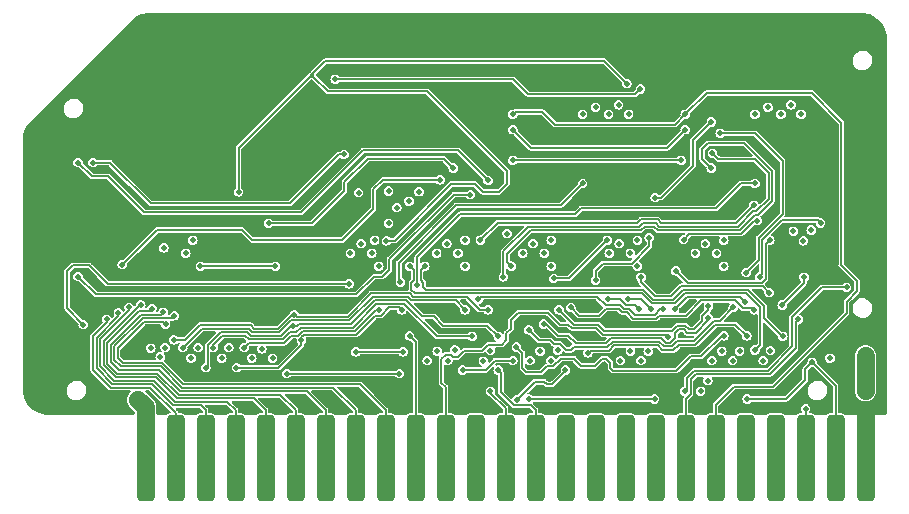
<source format=gbl>
G04 #@! TF.GenerationSoftware,KiCad,Pcbnew,7.0.1-0*
G04 #@! TF.CreationDate,2024-01-06T07:24:35-05:00*
G04 #@! TF.ProjectId,RAM128,52414d31-3238-42e6-9b69-6361645f7063,1.2*
G04 #@! TF.SameCoordinates,Original*
G04 #@! TF.FileFunction,Copper,L4,Bot*
G04 #@! TF.FilePolarity,Positive*
%FSLAX46Y46*%
G04 Gerber Fmt 4.6, Leading zero omitted, Abs format (unit mm)*
G04 Created by KiCad (PCBNEW 7.0.1-0) date 2024-01-06 07:24:35*
%MOMM*%
%LPD*%
G01*
G04 APERTURE LIST*
G04 Aperture macros list*
%AMRoundRect*
0 Rectangle with rounded corners*
0 $1 Rounding radius*
0 $2 $3 $4 $5 $6 $7 $8 $9 X,Y pos of 4 corners*
0 Add a 4 corners polygon primitive as box body*
4,1,4,$2,$3,$4,$5,$6,$7,$8,$9,$2,$3,0*
0 Add four circle primitives for the rounded corners*
1,1,$1+$1,$2,$3*
1,1,$1+$1,$4,$5*
1,1,$1+$1,$6,$7*
1,1,$1+$1,$8,$9*
0 Add four rect primitives between the rounded corners*
20,1,$1+$1,$2,$3,$4,$5,0*
20,1,$1+$1,$4,$5,$6,$7,0*
20,1,$1+$1,$6,$7,$8,$9,0*
20,1,$1+$1,$8,$9,$2,$3,0*%
G04 Aperture macros list end*
G04 #@! TA.AperFunction,SMDPad,CuDef*
%ADD10RoundRect,0.381000X0.381000X3.289000X-0.381000X3.289000X-0.381000X-3.289000X0.381000X-3.289000X0*%
G04 #@! TD*
G04 #@! TA.AperFunction,ViaPad*
%ADD11C,0.500000*%
G04 #@! TD*
G04 #@! TA.AperFunction,ViaPad*
%ADD12C,0.800000*%
G04 #@! TD*
G04 #@! TA.AperFunction,ViaPad*
%ADD13C,1.524000*%
G04 #@! TD*
G04 #@! TA.AperFunction,ViaPad*
%ADD14C,0.600000*%
G04 #@! TD*
G04 #@! TA.AperFunction,Conductor*
%ADD15C,1.524000*%
G04 #@! TD*
G04 #@! TA.AperFunction,Conductor*
%ADD16C,0.150000*%
G04 #@! TD*
G04 APERTURE END LIST*
D10*
X137160000Y-135282000D03*
X134620000Y-135282000D03*
X132080000Y-135282000D03*
X129540000Y-135282000D03*
X127000000Y-135282000D03*
X124460000Y-135282000D03*
X121920000Y-135282000D03*
X119380000Y-135282000D03*
X116840000Y-135282000D03*
X114300000Y-135282000D03*
X111760000Y-135282000D03*
X109220000Y-135282000D03*
X106680000Y-135282000D03*
X104140000Y-135282000D03*
X101600000Y-135282000D03*
X99060000Y-135282000D03*
X96520000Y-135282000D03*
X93980000Y-135282000D03*
X91440000Y-135282000D03*
X88900000Y-135282000D03*
X86360000Y-135282000D03*
X83820000Y-135282000D03*
X81280000Y-135282000D03*
X78740000Y-135282000D03*
X76200000Y-135282000D03*
D11*
X116400000Y-127000000D03*
X117250000Y-126200000D03*
X109000000Y-117100000D03*
X108150000Y-117900000D03*
X109950000Y-117900000D03*
X103250000Y-119000000D03*
X103250000Y-116800000D03*
X101700000Y-117100000D03*
X110550000Y-119000000D03*
X100850000Y-117900000D03*
X110550000Y-116800000D03*
X102650000Y-117900000D03*
X95950000Y-119000000D03*
X94450000Y-117100000D03*
X125150000Y-116800000D03*
X115450000Y-117900000D03*
X123600000Y-117100000D03*
X116300000Y-117100000D03*
X93550000Y-117900000D03*
X95350000Y-117900000D03*
X117850000Y-119000000D03*
X117850000Y-116800000D03*
X117250000Y-117900000D03*
X125150000Y-119000000D03*
X122750000Y-117900000D03*
X124550000Y-117900000D03*
X94234000Y-112776000D03*
X96774000Y-112649000D03*
X115400000Y-106150000D03*
X116250000Y-105350000D03*
X113200000Y-106150000D03*
X117100000Y-106150000D03*
X114300000Y-105550000D03*
X128900000Y-105550000D03*
X131700000Y-106150000D03*
X127800000Y-106150000D03*
X130850000Y-105350000D03*
X130000000Y-106150000D03*
X79600000Y-117900000D03*
X80200000Y-116800000D03*
X85200000Y-126800000D03*
X86950000Y-126800000D03*
X86050000Y-126000000D03*
X80050000Y-126800000D03*
X80650000Y-125900000D03*
X82650000Y-126800000D03*
X126500000Y-126200000D03*
X76650000Y-125950000D03*
X101800000Y-127000000D03*
X123800000Y-128700000D03*
X97472500Y-114046000D03*
D12*
X137160000Y-126619000D03*
D11*
X100900000Y-126200000D03*
X83250000Y-125900000D03*
X77750000Y-117450000D03*
X106800000Y-116250000D03*
X100050000Y-127000000D03*
X95600000Y-116800000D03*
X125000000Y-126200000D03*
X105400000Y-126150000D03*
X108750000Y-127000000D03*
X118750000Y-126200000D03*
X111100000Y-126100000D03*
X134150000Y-126800000D03*
X109600000Y-126200000D03*
X124150000Y-127000000D03*
X131900000Y-116850000D03*
X123200000Y-129600000D03*
X128500000Y-127000000D03*
X96774000Y-115379500D03*
X129100000Y-126150000D03*
X99350000Y-112700000D03*
X110500000Y-127000000D03*
X131050000Y-116050000D03*
X118150000Y-127000000D03*
X132550000Y-115950000D03*
X98500000Y-113500000D03*
X102400000Y-126100000D03*
D13*
X137160000Y-129540000D03*
D11*
X77450000Y-126700000D03*
X125900000Y-127000000D03*
X104800000Y-127050000D03*
X77850000Y-125900000D03*
X87630000Y-131318000D03*
X97790000Y-131318000D03*
X107950000Y-131318000D03*
X105410000Y-131318000D03*
X110490000Y-131318000D03*
X113030000Y-131318000D03*
X115570000Y-131318000D03*
X118110000Y-131318000D03*
X100330000Y-131318000D03*
X95250000Y-131318000D03*
X92710000Y-131318000D03*
X90170000Y-131318000D03*
X80010000Y-131318000D03*
X82550000Y-131318000D03*
X102870000Y-131318000D03*
X123190000Y-131318000D03*
X135890000Y-131318000D03*
X133350000Y-131318000D03*
X130810000Y-131318000D03*
X128270000Y-131318000D03*
X125730000Y-131318000D03*
X120650000Y-131318000D03*
X138684000Y-131318000D03*
X133223000Y-97790000D03*
X123063000Y-97790000D03*
X128143000Y-97790000D03*
X97663000Y-97790000D03*
X102743000Y-97790000D03*
X107823000Y-97790000D03*
X87503000Y-97790000D03*
X92583000Y-97790000D03*
X117983000Y-97790000D03*
X138557000Y-99187000D03*
X112903000Y-97790000D03*
X75692000Y-98044000D03*
X77470000Y-131318000D03*
X67437000Y-131191000D03*
X66040000Y-122682000D03*
X74930000Y-131318000D03*
X82423000Y-97790000D03*
X69342000Y-104394000D03*
X72644000Y-101092000D03*
X85090000Y-131318000D03*
X137287000Y-97917000D03*
X66294000Y-107442000D03*
X121900000Y-112000000D03*
X123000000Y-112600000D03*
X124100000Y-112000000D03*
X118100000Y-128500000D03*
X116400000Y-128500000D03*
X117250000Y-129300000D03*
X75150000Y-125950000D03*
X100850000Y-119400000D03*
X107250000Y-124900000D03*
X107750000Y-123800000D03*
X107150000Y-122700000D03*
X94450000Y-120200000D03*
X99700000Y-124900000D03*
X100450000Y-123800000D03*
X95250000Y-119400000D03*
X99850000Y-122700000D03*
X115450000Y-119400000D03*
X129650000Y-123800000D03*
X122750000Y-119400000D03*
X129050000Y-122700000D03*
X124450000Y-119400000D03*
X116300000Y-120200000D03*
X122350000Y-123800000D03*
X117150000Y-119400000D03*
X121750000Y-122700000D03*
X108150000Y-119400000D03*
X109000000Y-120200000D03*
X109850000Y-119400000D03*
X101700000Y-120200000D03*
X102550000Y-119400000D03*
X110350000Y-126100000D03*
X77724000Y-102108000D03*
X77025500Y-100774500D03*
X77724000Y-99441000D03*
X112000000Y-125600000D03*
X115050000Y-127350000D03*
X118000000Y-126200000D03*
X126150000Y-125100000D03*
X77343000Y-97790000D03*
X69850000Y-131318000D03*
X109600000Y-106450000D03*
X115400000Y-107650000D03*
X109500000Y-112000000D03*
X117100000Y-107650000D03*
X107300000Y-111850000D03*
X108400000Y-112600000D03*
X116250000Y-108450000D03*
X130850000Y-108450000D03*
X131700000Y-107650000D03*
X130000000Y-107650000D03*
X86050000Y-122700000D03*
X86650000Y-123800000D03*
X86900000Y-128300000D03*
X82550000Y-128500000D03*
X79950000Y-128500000D03*
X85150000Y-128500000D03*
X127050000Y-109450000D03*
X76200000Y-107442000D03*
X88500000Y-119100000D03*
X82700000Y-109250000D03*
X84850000Y-108900000D03*
X86550000Y-109600000D03*
X92900000Y-108500000D03*
X124500000Y-114850000D03*
X121350000Y-114700000D03*
X112400000Y-114100000D03*
X124850000Y-122400000D03*
X120200000Y-104700000D03*
X119100000Y-104400000D03*
X121300000Y-105000000D03*
X110200000Y-107900000D03*
X66167000Y-129921000D03*
X66040000Y-117602000D03*
X66040000Y-112522000D03*
X66040000Y-127762000D03*
X138684000Y-104267000D03*
X138684000Y-109347000D03*
X138684000Y-114427000D03*
X138684000Y-119507000D03*
X138684000Y-124587000D03*
X138684000Y-129667000D03*
X68580000Y-125222000D03*
X68453000Y-115062000D03*
X68580000Y-109982000D03*
X68580000Y-120142000D03*
X71120000Y-122682000D03*
X71120000Y-127762000D03*
X73660000Y-119950000D03*
X73660000Y-109982000D03*
X73787000Y-115062000D03*
X76200000Y-112522000D03*
X73660000Y-104902000D03*
X76200000Y-102362000D03*
X133050000Y-106400000D03*
X134350000Y-106800000D03*
X118500000Y-112650000D03*
X117650000Y-112100000D03*
X136144000Y-111887000D03*
X136144000Y-116967000D03*
X89662000Y-127600000D03*
X89400000Y-126450000D03*
X77250000Y-125250000D03*
X97650000Y-111200000D03*
X98500000Y-110400000D03*
X77750000Y-118800000D03*
X94869000Y-102171500D03*
X114300000Y-124900000D03*
X106900000Y-129600000D03*
X96266000Y-103695500D03*
X121300000Y-127000000D03*
X125000000Y-129300000D03*
X130250000Y-129600000D03*
X104300000Y-128700000D03*
X104750000Y-125400000D03*
X133850000Y-119450000D03*
X109500000Y-110700000D03*
X114400000Y-122700000D03*
X120650000Y-128700000D03*
X74350000Y-126600000D03*
X92329000Y-102171500D03*
X72450000Y-129200000D03*
X71550000Y-130300000D03*
X102400000Y-116550000D03*
X107300000Y-128700000D03*
D14*
X135763000Y-129159000D03*
D11*
X125850000Y-128650000D03*
D14*
X134366000Y-127635000D03*
D11*
X108750000Y-128500000D03*
X128950000Y-124850000D03*
X131050000Y-119150000D03*
X93599000Y-102171500D03*
X131900000Y-118350000D03*
X101750000Y-128500000D03*
X120967500Y-120459500D03*
X128400000Y-128700000D03*
X120100000Y-129600000D03*
X79450000Y-124650000D03*
X99350000Y-111200000D03*
X93599000Y-115350000D03*
X94488000Y-104711500D03*
X134450000Y-118550000D03*
X94869000Y-103695500D03*
X93450000Y-116900000D03*
X113000000Y-128700000D03*
X100050000Y-128500000D03*
X113650000Y-116450000D03*
X121900000Y-126150000D03*
X93150000Y-125300000D03*
X79450000Y-118900000D03*
X115050000Y-123800000D03*
X93789500Y-111950500D03*
X109600000Y-129300000D03*
X97663000Y-103695500D03*
X121550000Y-124850000D03*
X110450000Y-128500000D03*
X112400000Y-129600000D03*
X131000000Y-128700000D03*
D14*
X135509000Y-126619000D03*
D11*
X96139000Y-102171500D03*
X77900000Y-123900000D03*
X78650000Y-123200000D03*
X107300000Y-107450000D03*
X121900000Y-107450000D03*
X83900000Y-127600000D03*
X97900000Y-122700000D03*
X89400000Y-125300000D03*
X81300000Y-127600000D03*
X106050000Y-124950000D03*
X88700000Y-124100000D03*
X107300000Y-110050000D03*
X121550000Y-110050000D03*
X105200000Y-122700000D03*
X78600000Y-125250000D03*
X88800000Y-123100000D03*
X73900000Y-122950000D03*
X77700000Y-122900000D03*
X72900000Y-123500000D03*
X74800000Y-122500000D03*
X75800000Y-122300000D03*
X76750000Y-122600000D03*
D13*
X75565000Y-130302000D03*
D11*
X109900000Y-123900000D03*
X123850000Y-123400000D03*
X107650000Y-130300000D03*
X123850000Y-122400000D03*
X111200000Y-122700000D03*
X111750000Y-127800000D03*
X107300000Y-106150000D03*
X121900000Y-106150000D03*
X131450000Y-123500000D03*
X106050000Y-127800000D03*
X105400000Y-129600000D03*
X120450000Y-125000000D03*
X98550000Y-124900000D03*
X132080000Y-131064000D03*
X132650000Y-127150000D03*
X127150000Y-130250000D03*
X70485000Y-110236000D03*
X105200000Y-111750000D03*
X84074000Y-112712500D03*
X96600000Y-116850000D03*
X116950000Y-103550000D03*
X130100000Y-122300000D03*
X118100000Y-104000000D03*
X92265500Y-103187500D03*
X131950000Y-119950000D03*
X119350000Y-113200000D03*
X124100000Y-106800000D03*
X115300000Y-116800000D03*
X110750000Y-120050000D03*
X124200000Y-109450000D03*
X106500000Y-119900000D03*
X107150000Y-119000000D03*
X124100000Y-110700000D03*
X121850000Y-129600000D03*
X135550000Y-120800000D03*
X127050000Y-119550000D03*
X124850000Y-107750000D03*
X107600000Y-125850000D03*
X125150000Y-124900000D03*
X108650000Y-124400000D03*
X125950000Y-122500000D03*
X113650000Y-126350000D03*
X127100000Y-124900000D03*
X127750000Y-122700000D03*
X112200000Y-122500000D03*
X118150000Y-119950000D03*
X129000000Y-121250000D03*
X129050000Y-116800000D03*
X121100000Y-119400000D03*
X121750000Y-116750000D03*
X104550000Y-116800000D03*
X127700000Y-113850000D03*
X128000000Y-115150000D03*
X99200000Y-120600000D03*
X127800000Y-112000000D03*
X113200000Y-112000000D03*
X97775000Y-120375000D03*
X119300000Y-130250000D03*
X114300000Y-120200000D03*
X108650000Y-130250000D03*
X118850000Y-116600000D03*
X127800000Y-126100000D03*
X98550000Y-119000000D03*
X115350000Y-121800000D03*
X118000000Y-122650000D03*
X119000000Y-122650000D03*
X117050000Y-121800000D03*
X74231500Y-118872000D03*
X101150000Y-111700000D03*
X103700000Y-112950000D03*
X70485000Y-119888000D03*
X104350000Y-121800000D03*
X120000000Y-122650000D03*
X128200000Y-119900000D03*
X133350000Y-115350000D03*
X126950000Y-122050000D03*
X121000000Y-122650000D03*
X71755000Y-110236000D03*
X93000000Y-109550000D03*
X81950000Y-125900000D03*
X103850000Y-124950000D03*
X79350000Y-125900000D03*
X103250000Y-122700000D03*
X130150000Y-124950000D03*
X99850000Y-119000000D03*
X86614000Y-115379500D03*
X102250000Y-110700000D03*
X84550000Y-125900000D03*
X95950000Y-122700000D03*
X70929500Y-123952000D03*
X93450000Y-120500000D03*
X94000000Y-126250000D03*
X98000000Y-126250000D03*
X80850000Y-119000000D03*
X103050000Y-127800000D03*
X97700000Y-128100000D03*
X88150000Y-128100000D03*
X87200000Y-119000000D03*
X107300000Y-127000000D03*
D15*
X137160000Y-129540000D02*
X137160000Y-126619000D01*
X137160000Y-135382000D02*
X137160000Y-131445000D01*
D16*
X77700000Y-123700000D02*
X76100000Y-123700000D01*
X74250000Y-127200000D02*
X77600000Y-127200000D01*
X79400000Y-129000000D02*
X94329000Y-129000000D01*
X94329000Y-129000000D02*
X96520000Y-131191000D01*
X96520000Y-131191000D02*
X96520000Y-135282000D01*
X73850000Y-126800000D02*
X74250000Y-127200000D01*
X77900000Y-123900000D02*
X77700000Y-123700000D01*
X73850000Y-125950000D02*
X73850000Y-126800000D01*
X77600000Y-127200000D02*
X79400000Y-129000000D01*
X76100000Y-123700000D02*
X73850000Y-125950000D01*
X73550000Y-126950000D02*
X73550000Y-125800000D01*
X78450000Y-123400000D02*
X75950000Y-123400000D01*
X93980000Y-131191000D02*
X93980000Y-135282000D01*
X92089000Y-129300000D02*
X93980000Y-131191000D01*
X79275000Y-129300000D02*
X92089000Y-129300000D01*
X73550000Y-126950000D02*
X74100000Y-127500000D01*
X75950000Y-123400000D02*
X73550000Y-125800000D01*
X74100000Y-127500000D02*
X77475000Y-127500000D01*
X77475000Y-127500000D02*
X79275000Y-129300000D01*
X78650000Y-123200000D02*
X78450000Y-123400000D01*
X121900000Y-107450000D02*
X120350000Y-109000000D01*
X108850000Y-109000000D02*
X107300000Y-107450000D01*
X120350000Y-109000000D02*
X108850000Y-109000000D01*
X89400000Y-125300000D02*
X89400000Y-125025000D01*
X89625000Y-124800000D02*
X94050000Y-124800000D01*
X89400000Y-125650000D02*
X87450000Y-127600000D01*
X96850000Y-122500000D02*
X97700000Y-122500000D01*
X96150000Y-123200000D02*
X96850000Y-122500000D01*
X89400000Y-125025000D02*
X89625000Y-124800000D01*
X95650000Y-123200000D02*
X96150000Y-123200000D01*
X87450000Y-127600000D02*
X83900000Y-127600000D01*
X94050000Y-124800000D02*
X95650000Y-123200000D01*
X89400000Y-125300000D02*
X89400000Y-125650000D01*
X97700000Y-122500000D02*
X97900000Y-122700000D01*
X85100000Y-124900000D02*
X84800000Y-124600000D01*
X101400000Y-124050000D02*
X100600000Y-123250000D01*
X99600000Y-123250000D02*
X98250000Y-121900000D01*
X87675000Y-124900000D02*
X85100000Y-124900000D01*
X88475000Y-124100000D02*
X87675000Y-124900000D01*
X89000000Y-124100000D02*
X88700000Y-124100000D01*
X89200000Y-123900000D02*
X89000000Y-124100000D01*
X84800000Y-124600000D02*
X82550000Y-124600000D01*
X105150000Y-124050000D02*
X101400000Y-124050000D01*
X93600000Y-123900000D02*
X89200000Y-123900000D01*
X82550000Y-124600000D02*
X81450000Y-125700000D01*
X81450000Y-127450000D02*
X81300000Y-127600000D01*
X95600000Y-121900000D02*
X93600000Y-123900000D01*
X100600000Y-123250000D02*
X99600000Y-123250000D01*
X81450000Y-125700000D02*
X81450000Y-127450000D01*
X106050000Y-124950000D02*
X105150000Y-124050000D01*
X98250000Y-121900000D02*
X95600000Y-121900000D01*
X88700000Y-124100000D02*
X88475000Y-124100000D01*
X85400000Y-124300000D02*
X87400000Y-124300000D01*
X88800000Y-123100000D02*
X89000000Y-123300000D01*
X103437500Y-121600000D02*
X104537500Y-122700000D01*
X89000000Y-123300000D02*
X93300000Y-123300000D01*
X93300000Y-123300000D02*
X95300000Y-121300000D01*
X98850000Y-121600000D02*
X103437500Y-121600000D01*
X85100000Y-124000000D02*
X85400000Y-124300000D01*
X121550000Y-110050000D02*
X107300000Y-110050000D01*
X79550000Y-125250000D02*
X80800000Y-124000000D01*
X95300000Y-121300000D02*
X98550000Y-121300000D01*
X80800000Y-124000000D02*
X85100000Y-124000000D01*
X78600000Y-125250000D02*
X79550000Y-125250000D01*
X98550000Y-121300000D02*
X98850000Y-121600000D01*
X87400000Y-124300000D02*
X88600000Y-123100000D01*
X104537500Y-122700000D02*
X105200000Y-122700000D01*
X88600000Y-123100000D02*
X88800000Y-123100000D01*
X76750000Y-129000000D02*
X73400000Y-129000000D01*
X73400000Y-129000000D02*
X72050000Y-127650000D01*
X78550000Y-130800000D02*
X76750000Y-129000000D01*
X73900000Y-123200000D02*
X73900000Y-122950000D01*
X81280000Y-135282000D02*
X81280000Y-131191000D01*
X81280000Y-131191000D02*
X80889000Y-130800000D01*
X72050000Y-125050000D02*
X73900000Y-123200000D01*
X80889000Y-130800000D02*
X78550000Y-130800000D01*
X72050000Y-125050000D02*
X72050000Y-127650000D01*
X77500000Y-123100000D02*
X75800000Y-123100000D01*
X77700000Y-122900000D02*
X77500000Y-123100000D01*
X77337500Y-127800000D02*
X79137500Y-129600000D01*
X73250000Y-127100000D02*
X73950000Y-127800000D01*
X75800000Y-123100000D02*
X73250000Y-125650000D01*
X73250000Y-125650000D02*
X73250000Y-127100000D01*
X91440000Y-131191000D02*
X91440000Y-135282000D01*
X79137500Y-129600000D02*
X89849000Y-129600000D01*
X73950000Y-127800000D02*
X77337500Y-127800000D01*
X89849000Y-129600000D02*
X91440000Y-131191000D01*
X72900000Y-123500000D02*
X72900000Y-123750000D01*
X78740000Y-131440000D02*
X78740000Y-135282000D01*
X72900000Y-123750000D02*
X71750000Y-124900000D01*
X71750000Y-124900000D02*
X71750000Y-127800000D01*
X73250000Y-129300000D02*
X76600000Y-129300000D01*
X76600000Y-129300000D02*
X78740000Y-131440000D01*
X71750000Y-127800000D02*
X73250000Y-129300000D01*
X72350000Y-127500000D02*
X72350000Y-125200000D01*
X78700000Y-130500000D02*
X83129000Y-130500000D01*
X72350000Y-127500000D02*
X73550000Y-128700000D01*
X74800000Y-122750000D02*
X72350000Y-125200000D01*
X76900000Y-128700000D02*
X78700000Y-130500000D01*
X74800000Y-122500000D02*
X74800000Y-122750000D01*
X73550000Y-128700000D02*
X76900000Y-128700000D01*
X83129000Y-130500000D02*
X83820000Y-131191000D01*
X83820000Y-131191000D02*
X83820000Y-135282000D01*
X73675000Y-128400000D02*
X77050000Y-128400000D01*
X75700000Y-122300000D02*
X72650000Y-125350000D01*
X72650000Y-127375000D02*
X73675000Y-128400000D01*
X86360000Y-131191000D02*
X86360000Y-135282000D01*
X78850000Y-130200000D02*
X85369000Y-130200000D01*
X75800000Y-122300000D02*
X75700000Y-122300000D01*
X85369000Y-130200000D02*
X86360000Y-131191000D01*
X77050000Y-128400000D02*
X78850000Y-130200000D01*
X72650000Y-125350000D02*
X72650000Y-127375000D01*
X88900000Y-131191000D02*
X88900000Y-135282000D01*
X87609000Y-129900000D02*
X88900000Y-131191000D01*
X72950000Y-125500000D02*
X72950000Y-127250000D01*
X79000000Y-129900000D02*
X87609000Y-129900000D01*
X72950000Y-127250000D02*
X73800000Y-128100000D01*
X73800000Y-128100000D02*
X77200000Y-128100000D01*
X75650000Y-122800000D02*
X72950000Y-125500000D01*
X76750000Y-122600000D02*
X76550000Y-122800000D01*
X77200000Y-128100000D02*
X79000000Y-129900000D01*
X76550000Y-122800000D02*
X75650000Y-122800000D01*
D15*
X75565000Y-130302000D02*
X76200000Y-130937000D01*
X76200000Y-130937000D02*
X76200000Y-135282000D01*
D16*
X120625000Y-125500000D02*
X120250000Y-125500000D01*
X121050000Y-125075000D02*
X120625000Y-125500000D01*
X122050000Y-124650000D02*
X121750000Y-124350000D01*
X112650000Y-125550000D02*
X112000000Y-124900000D01*
X121350000Y-124350000D02*
X121050000Y-124650000D01*
X123850000Y-123400000D02*
X123850000Y-123600000D01*
X121750000Y-124350000D02*
X121350000Y-124350000D01*
X115600000Y-125100000D02*
X115150000Y-125550000D01*
X119850000Y-125100000D02*
X115600000Y-125100000D01*
X122800000Y-124650000D02*
X122050000Y-124650000D01*
X110100000Y-123900000D02*
X109900000Y-123900000D01*
X115150000Y-125550000D02*
X112650000Y-125550000D01*
X111100000Y-124900000D02*
X110100000Y-123900000D01*
X120250000Y-125500000D02*
X119850000Y-125100000D01*
X112000000Y-124900000D02*
X111100000Y-124900000D01*
X123850000Y-123600000D02*
X122800000Y-124650000D01*
X121050000Y-124650000D02*
X121050000Y-125075000D01*
X123350000Y-123650000D02*
X122650000Y-124350000D01*
X107650000Y-130300000D02*
X109150000Y-128800000D01*
X121900000Y-124050000D02*
X121200000Y-124050000D01*
X123350000Y-123200000D02*
X123350000Y-123650000D01*
X121200000Y-124050000D02*
X120750000Y-124500000D01*
X112450000Y-123950000D02*
X111200000Y-122700000D01*
X122200000Y-124350000D02*
X121900000Y-124050000D01*
X115050000Y-124500000D02*
X114500000Y-123950000D01*
X110150000Y-129000000D02*
X110650000Y-129000000D01*
X110650000Y-129000000D02*
X111750000Y-127900000D01*
X109950000Y-128800000D02*
X110150000Y-129000000D01*
X123850000Y-122400000D02*
X123850000Y-122700000D01*
X123850000Y-122700000D02*
X123350000Y-123200000D01*
X114500000Y-123950000D02*
X112450000Y-123950000D01*
X111750000Y-127900000D02*
X111750000Y-127800000D01*
X122650000Y-124350000D02*
X122200000Y-124350000D01*
X109150000Y-128800000D02*
X109950000Y-128800000D01*
X120750000Y-124500000D02*
X115050000Y-124500000D01*
X124460000Y-135282000D02*
X124460000Y-130740000D01*
X135100000Y-118900000D02*
X135100000Y-106850000D01*
X135550000Y-122000000D02*
X136450000Y-121100000D01*
X110875000Y-107025000D02*
X121025000Y-107025000D01*
X121025000Y-107025000D02*
X121900000Y-106150000D01*
X123700000Y-104350000D02*
X121900000Y-106150000D01*
X107500000Y-105950000D02*
X109800000Y-105950000D01*
X135100000Y-106850000D02*
X132600000Y-104350000D01*
X129350000Y-129200000D02*
X135550000Y-123000000D01*
X109800000Y-105950000D02*
X110875000Y-107025000D01*
X124460000Y-130740000D02*
X126000000Y-129200000D01*
X132600000Y-104350000D02*
X123700000Y-104350000D01*
X135550000Y-123000000D02*
X135550000Y-122000000D01*
X136450000Y-121100000D02*
X136450000Y-120250000D01*
X126000000Y-129200000D02*
X129350000Y-129200000D01*
X136450000Y-120250000D02*
X135100000Y-118900000D01*
X107300000Y-106150000D02*
X107500000Y-105950000D01*
X122800000Y-128150000D02*
X129050000Y-128150000D01*
X131250000Y-125950000D02*
X131250000Y-123700000D01*
X122350000Y-129850000D02*
X122350000Y-128600000D01*
X129050000Y-128150000D02*
X131250000Y-125950000D01*
X121920000Y-130280000D02*
X122350000Y-129850000D01*
X121920000Y-135282000D02*
X121920000Y-130280000D01*
X122350000Y-128600000D02*
X122800000Y-128150000D01*
X131250000Y-123700000D02*
X131450000Y-123500000D01*
X107400000Y-130800000D02*
X108850000Y-130800000D01*
X108850000Y-130800000D02*
X109220000Y-131170000D01*
X106300000Y-129700000D02*
X107400000Y-130800000D01*
X109220000Y-131170000D02*
X109220000Y-135282000D01*
X106050000Y-127800000D02*
X106300000Y-128050000D01*
X106300000Y-128050000D02*
X106300000Y-129700000D01*
X106680000Y-131030000D02*
X105400000Y-129750000D01*
X105400000Y-129750000D02*
X105400000Y-129600000D01*
X106680000Y-135282000D02*
X106680000Y-131030000D01*
X112000000Y-123950000D02*
X112300000Y-124250000D01*
X114350000Y-124250000D02*
X114900000Y-124800000D01*
X101600000Y-129250000D02*
X101250000Y-128900000D01*
X112300000Y-124250000D02*
X114350000Y-124250000D01*
X107150000Y-124300000D02*
X107150000Y-123550000D01*
X120250000Y-124800000D02*
X120450000Y-125000000D01*
X106750000Y-125300000D02*
X106750000Y-124700000D01*
X102050000Y-126500000D02*
X102250000Y-126700000D01*
X102650000Y-126700000D02*
X103200000Y-126150000D01*
X114900000Y-124800000D02*
X120250000Y-124800000D01*
X111250000Y-123950000D02*
X112000000Y-123950000D01*
X103200000Y-126150000D02*
X104700000Y-126150000D01*
X102250000Y-126700000D02*
X102650000Y-126700000D01*
X101250000Y-126850000D02*
X101600000Y-126500000D01*
X101250000Y-128900000D02*
X101250000Y-126850000D01*
X106750000Y-124700000D02*
X107150000Y-124300000D01*
X107150000Y-123550000D02*
X107750000Y-122950000D01*
X101600000Y-126500000D02*
X102050000Y-126500000D01*
X104700000Y-126150000D02*
X105200000Y-125650000D01*
X107750000Y-122950000D02*
X110250000Y-122950000D01*
X105200000Y-125650000D02*
X106400000Y-125650000D01*
X106400000Y-125650000D02*
X106750000Y-125300000D01*
X101600000Y-135282000D02*
X101600000Y-129250000D01*
X110250000Y-122950000D02*
X111250000Y-123950000D01*
X99060000Y-125410000D02*
X98550000Y-124900000D01*
X99060000Y-135282000D02*
X99060000Y-125410000D01*
X132080000Y-135382000D02*
X132080000Y-131064000D01*
X94650000Y-109200000D02*
X89400000Y-114450000D01*
X132650000Y-127150000D02*
X132050000Y-127750000D01*
X102650000Y-109200000D02*
X94650000Y-109200000D01*
X132650000Y-127150000D02*
X134620000Y-129120000D01*
X134620000Y-129120000D02*
X134620000Y-135282000D01*
X130450000Y-130250000D02*
X127150000Y-130250000D01*
X76050000Y-114450000D02*
X73000000Y-111400000D01*
X73000000Y-111400000D02*
X71649000Y-111400000D01*
X132050000Y-127750000D02*
X132050000Y-128650000D01*
X132050000Y-128650000D02*
X130450000Y-130250000D01*
X105200000Y-111750000D02*
X102650000Y-109200000D01*
X71649000Y-111400000D02*
X70485000Y-110236000D01*
X89400000Y-114450000D02*
X76050000Y-114450000D01*
X104762500Y-112712500D02*
X104100000Y-112050000D01*
X93472000Y-104203500D02*
X100053500Y-104203500D01*
X91400000Y-101650000D02*
X90400000Y-102650000D01*
X106112500Y-112712500D02*
X104762500Y-112712500D01*
X102100000Y-112050000D02*
X97300000Y-116850000D01*
X84074000Y-108976000D02*
X90100000Y-102950000D01*
X115050000Y-101650000D02*
X91400000Y-101650000D01*
X116950000Y-103550000D02*
X115050000Y-101650000D01*
X84074000Y-112712500D02*
X84074000Y-108976000D01*
X100053500Y-104203500D02*
X106800000Y-110950000D01*
X90250000Y-102800000D02*
X90400000Y-102650000D01*
X106800000Y-110950000D02*
X106800000Y-112025000D01*
X91650000Y-104200000D02*
X93468500Y-104200000D01*
X90400000Y-102950000D02*
X90400000Y-102650000D01*
X104100000Y-112050000D02*
X102100000Y-112050000D01*
X90100000Y-102950000D02*
X90250000Y-102800000D01*
X106800000Y-112025000D02*
X106112500Y-112712500D01*
X93468500Y-104200000D02*
X93472000Y-104203500D01*
X90250000Y-102800000D02*
X90400000Y-102950000D01*
X90400000Y-102950000D02*
X91650000Y-104200000D01*
X90400000Y-102950000D02*
X90100000Y-102950000D01*
X97300000Y-116850000D02*
X96600000Y-116850000D01*
X117650000Y-104450000D02*
X118100000Y-104000000D01*
X131950000Y-119950000D02*
X131950000Y-120450000D01*
X107337500Y-103187500D02*
X108600000Y-104450000D01*
X131950000Y-120450000D02*
X130100000Y-122300000D01*
X92265500Y-103187500D02*
X107337500Y-103187500D01*
X108600000Y-104450000D02*
X117650000Y-104450000D01*
X115300000Y-116800000D02*
X112050000Y-120050000D01*
X112050000Y-120050000D02*
X110750000Y-120050000D01*
X119850000Y-113200000D02*
X122550000Y-110500000D01*
X122550000Y-110500000D02*
X122550000Y-108350000D01*
X122550000Y-108350000D02*
X124100000Y-106800000D01*
X119350000Y-113200000D02*
X119850000Y-113200000D01*
X127800000Y-109950000D02*
X124700000Y-109950000D01*
X127650000Y-114350000D02*
X127900000Y-114350000D01*
X108600000Y-115650000D02*
X118000000Y-115650000D01*
X118300000Y-115350000D02*
X119400000Y-115350000D01*
X119700000Y-115650000D02*
X126350000Y-115650000D01*
X127900000Y-114350000D02*
X128950000Y-113300000D01*
X124700000Y-109950000D02*
X124200000Y-109450000D01*
X128950000Y-111100000D02*
X127800000Y-109950000D01*
X106500000Y-119900000D02*
X106500000Y-117750000D01*
X118000000Y-115650000D02*
X118300000Y-115350000D01*
X126350000Y-115650000D02*
X127650000Y-114350000D01*
X128950000Y-113300000D02*
X128950000Y-111100000D01*
X106500000Y-117750000D02*
X108600000Y-115650000D01*
X119400000Y-115350000D02*
X119700000Y-115650000D01*
X119550000Y-115950000D02*
X119250000Y-115650000D01*
X108800000Y-115950000D02*
X106800000Y-117950000D01*
X106800000Y-118650000D02*
X107150000Y-119000000D01*
X126500000Y-115950000D02*
X119550000Y-115950000D01*
X128050000Y-114650000D02*
X127800000Y-114650000D01*
X127800000Y-114650000D02*
X126500000Y-115950000D01*
X106800000Y-117950000D02*
X106800000Y-118650000D01*
X126900000Y-108600000D02*
X129250000Y-110950000D01*
X119250000Y-115650000D02*
X118450000Y-115650000D01*
X129250000Y-110950000D02*
X129250000Y-113450000D01*
X123800000Y-108600000D02*
X126900000Y-108600000D01*
X129250000Y-113450000D02*
X128050000Y-114650000D01*
X118450000Y-115650000D02*
X118150000Y-115950000D01*
X124100000Y-110700000D02*
X123300000Y-109900000D01*
X123300000Y-109900000D02*
X123300000Y-109100000D01*
X123300000Y-109100000D02*
X123800000Y-108600000D01*
X118150000Y-115950000D02*
X108800000Y-115950000D01*
X130950000Y-125800000D02*
X130950000Y-123300000D01*
X128900000Y-127850000D02*
X130950000Y-125800000D01*
X133450000Y-120800000D02*
X135550000Y-120800000D01*
X121850000Y-129600000D02*
X122050000Y-129400000D01*
X122050000Y-128450000D02*
X122650000Y-127850000D01*
X122650000Y-127850000D02*
X128900000Y-127850000D01*
X130950000Y-123300000D02*
X133450000Y-120800000D01*
X122050000Y-129400000D02*
X122050000Y-128450000D01*
X130150000Y-114550000D02*
X128100000Y-116600000D01*
X124850000Y-107750000D02*
X127800000Y-107750000D01*
X128100000Y-116600000D02*
X128100000Y-118500000D01*
X128100000Y-118500000D02*
X127050000Y-119550000D01*
X130150000Y-110100000D02*
X130150000Y-114550000D01*
X127800000Y-107750000D02*
X130150000Y-110100000D01*
X123250000Y-126650000D02*
X125000000Y-124900000D01*
X109700000Y-128000000D02*
X110200000Y-127500000D01*
X115750000Y-127850000D02*
X121150000Y-127850000D01*
X107600000Y-125850000D02*
X108100000Y-126350000D01*
X110200000Y-127500000D02*
X110700000Y-127500000D01*
X114850000Y-126850000D02*
X115225000Y-126850000D01*
X115550000Y-127175000D02*
X115550000Y-127650000D01*
X125000000Y-124900000D02*
X125150000Y-124900000D01*
X110700000Y-127500000D02*
X111350000Y-126850000D01*
X115225000Y-126850000D02*
X115550000Y-127175000D01*
X114250000Y-127450000D02*
X114850000Y-126850000D01*
X115550000Y-127650000D02*
X115750000Y-127850000D01*
X108100000Y-126350000D02*
X108100000Y-127650000D01*
X108450000Y-128000000D02*
X109700000Y-128000000D01*
X112500000Y-126850000D02*
X113100000Y-127450000D01*
X108100000Y-127650000D02*
X108450000Y-128000000D01*
X122350000Y-126650000D02*
X123250000Y-126650000D01*
X111350000Y-126850000D02*
X112500000Y-126850000D01*
X113100000Y-127450000D02*
X114250000Y-127450000D01*
X121150000Y-127850000D02*
X122350000Y-126650000D01*
X115300000Y-125850000D02*
X115750000Y-125400000D01*
X111300000Y-125600000D02*
X111800000Y-126100000D01*
X115750000Y-125400000D02*
X119700000Y-125400000D01*
X120100000Y-125800000D02*
X120750000Y-125800000D01*
X108650000Y-124400000D02*
X109550000Y-125300000D01*
X119700000Y-125400000D02*
X120100000Y-125800000D01*
X110475000Y-125300000D02*
X110775000Y-125600000D01*
X112200000Y-126100000D02*
X112450000Y-125850000D01*
X122600000Y-125350000D02*
X124300000Y-123650000D01*
X124800000Y-123650000D02*
X125950000Y-122500000D01*
X121200000Y-125350000D02*
X122600000Y-125350000D01*
X110775000Y-125600000D02*
X111300000Y-125600000D01*
X109550000Y-125300000D02*
X110475000Y-125300000D01*
X112450000Y-125850000D02*
X115300000Y-125850000D01*
X111800000Y-126100000D02*
X112200000Y-126100000D01*
X120750000Y-125800000D02*
X121200000Y-125350000D01*
X124300000Y-123650000D02*
X124800000Y-123650000D01*
X124450000Y-123950000D02*
X126150000Y-123950000D01*
X119550000Y-125700000D02*
X119950000Y-126100000D01*
X115450000Y-126150000D02*
X115900000Y-125700000D01*
X121350000Y-125650000D02*
X122750000Y-125650000D01*
X119950000Y-126100000D02*
X120900000Y-126100000D01*
X113850000Y-126150000D02*
X115450000Y-126150000D01*
X115900000Y-125700000D02*
X119550000Y-125700000D01*
X120900000Y-126100000D02*
X121350000Y-125650000D01*
X122750000Y-125650000D02*
X124450000Y-123950000D01*
X126150000Y-123950000D02*
X127100000Y-124900000D01*
X113650000Y-126350000D02*
X113850000Y-126150000D01*
X121950000Y-123200000D02*
X123250000Y-121900000D01*
X126750000Y-122550000D02*
X127600000Y-122550000D01*
X115200000Y-122600000D02*
X116250000Y-122600000D01*
X116550000Y-122900000D02*
X116950000Y-122900000D01*
X126100000Y-121900000D02*
X126750000Y-122550000D01*
X114600000Y-123200000D02*
X115200000Y-122600000D01*
X116950000Y-122900000D02*
X117500000Y-123450000D01*
X119700000Y-123200000D02*
X121950000Y-123200000D01*
X112200000Y-122500000D02*
X112900000Y-123200000D01*
X117500000Y-123450000D02*
X119450000Y-123450000D01*
X119450000Y-123450000D02*
X119700000Y-123200000D01*
X123250000Y-121900000D02*
X126100000Y-121900000D01*
X116250000Y-122600000D02*
X116550000Y-122900000D01*
X112900000Y-123200000D02*
X114600000Y-123200000D01*
X127600000Y-122550000D02*
X127750000Y-122700000D01*
X119350000Y-121550000D02*
X118150000Y-120350000D01*
X120700000Y-121550000D02*
X119350000Y-121550000D01*
X129000000Y-121250000D02*
X128450000Y-120700000D01*
X121550000Y-120700000D02*
X120700000Y-121550000D01*
X118150000Y-120350000D02*
X118150000Y-119950000D01*
X128450000Y-120700000D02*
X121550000Y-120700000D01*
X128400000Y-120400000D02*
X122100000Y-120400000D01*
X122100000Y-120400000D02*
X121100000Y-119400000D01*
X128700000Y-117150000D02*
X128700000Y-120100000D01*
X128700000Y-120100000D02*
X128400000Y-120400000D01*
X129050000Y-116800000D02*
X128700000Y-117150000D01*
X119850000Y-115350000D02*
X119550000Y-115050000D01*
X122250000Y-116250000D02*
X121750000Y-116750000D01*
X127700000Y-113850000D02*
X126200000Y-115350000D01*
X128000000Y-115150000D02*
X127750000Y-115150000D01*
X106000000Y-115350000D02*
X104550000Y-116800000D01*
X119550000Y-115050000D02*
X118150000Y-115050000D01*
X127750000Y-115150000D02*
X126650000Y-116250000D01*
X117850000Y-115350000D02*
X106000000Y-115350000D01*
X118150000Y-115050000D02*
X117850000Y-115350000D01*
X126200000Y-115350000D02*
X119850000Y-115350000D01*
X126650000Y-116250000D02*
X122250000Y-116250000D01*
X102850000Y-114600000D02*
X99200000Y-118250000D01*
X112600000Y-114600000D02*
X102850000Y-114600000D01*
X127800000Y-112000000D02*
X126600000Y-112000000D01*
X99200000Y-118250000D02*
X99200000Y-120600000D01*
X124500000Y-114100000D02*
X113100000Y-114100000D01*
X126600000Y-112000000D02*
X124500000Y-114100000D01*
X113100000Y-114100000D02*
X112600000Y-114600000D01*
X111350000Y-113850000D02*
X113200000Y-112000000D01*
X97650000Y-118700000D02*
X102500000Y-113850000D01*
X97650000Y-120250000D02*
X97650000Y-118700000D01*
X102500000Y-113850000D02*
X111350000Y-113850000D01*
X97775000Y-120375000D02*
X97650000Y-120250000D01*
X118850000Y-116600000D02*
X118850000Y-117300000D01*
X118850000Y-117300000D02*
X117350000Y-118800000D01*
X119300000Y-130250000D02*
X108650000Y-130250000D01*
X117350000Y-118800000D02*
X114900000Y-118800000D01*
X114300000Y-119400000D02*
X114300000Y-120200000D01*
X114900000Y-118800000D02*
X114300000Y-119400000D01*
X127050000Y-121300000D02*
X121850000Y-121300000D01*
X98700000Y-121000000D02*
X98700000Y-120400000D01*
X99000000Y-121300000D02*
X98700000Y-121000000D01*
X128250000Y-125650000D02*
X128250000Y-122500000D01*
X98900000Y-120200000D02*
X98900000Y-119350000D01*
X119050000Y-122150000D02*
X118200000Y-121300000D01*
X127800000Y-126100000D02*
X128250000Y-125650000D01*
X98700000Y-120400000D02*
X98900000Y-120200000D01*
X128250000Y-122500000D02*
X127050000Y-121300000D01*
X121000000Y-122150000D02*
X119050000Y-122150000D01*
X98900000Y-119350000D02*
X98550000Y-119000000D01*
X121850000Y-121300000D02*
X121000000Y-122150000D01*
X118200000Y-121300000D02*
X99000000Y-121300000D01*
X116850000Y-122300000D02*
X117650000Y-122300000D01*
X116350000Y-121800000D02*
X116850000Y-122300000D01*
X115350000Y-121800000D02*
X116350000Y-121800000D01*
X117650000Y-122300000D02*
X118000000Y-122650000D01*
X119000000Y-122650000D02*
X118150000Y-121800000D01*
X118150000Y-121800000D02*
X117050000Y-121800000D01*
X96300000Y-111700000D02*
X95500000Y-112500000D01*
X77153500Y-115950000D02*
X74231500Y-118872000D01*
X95500000Y-114150000D02*
X92850000Y-116800000D01*
X92850000Y-116800000D02*
X85250000Y-116800000D01*
X84400000Y-115950000D02*
X77153500Y-115950000D01*
X85250000Y-116800000D02*
X84400000Y-115950000D01*
X101150000Y-111700000D02*
X96300000Y-111700000D01*
X95500000Y-112500000D02*
X95500000Y-114150000D01*
X102300000Y-112950000D02*
X96850000Y-118400000D01*
X71997000Y-121400000D02*
X70485000Y-119888000D01*
X96250000Y-119900000D02*
X95550000Y-119900000D01*
X95550000Y-119900000D02*
X94050000Y-121400000D01*
X103700000Y-112950000D02*
X102300000Y-112950000D01*
X96850000Y-118400000D02*
X96850000Y-119300000D01*
X94050000Y-121400000D02*
X71997000Y-121400000D01*
X96850000Y-119300000D02*
X96250000Y-119900000D01*
X116700000Y-122600000D02*
X116400000Y-122300000D01*
X117650000Y-123150000D02*
X119300000Y-123150000D01*
X117650000Y-123150000D02*
X117100000Y-122600000D01*
X114450000Y-121600000D02*
X104550000Y-121600000D01*
X116400000Y-122300000D02*
X115150000Y-122300000D01*
X115150000Y-122300000D02*
X114450000Y-121600000D01*
X119300000Y-123150000D02*
X119800000Y-122650000D01*
X104550000Y-121600000D02*
X104350000Y-121800000D01*
X117100000Y-122600000D02*
X116700000Y-122600000D01*
X119800000Y-122650000D02*
X120000000Y-122650000D01*
X133100000Y-115100000D02*
X130050000Y-115100000D01*
X88400000Y-113700000D02*
X76650000Y-113700000D01*
X128400000Y-116750000D02*
X128400000Y-119700000D01*
X122050000Y-121600000D02*
X126500000Y-121600000D01*
X76650000Y-113700000D02*
X73186000Y-110236000D01*
X128400000Y-119700000D02*
X128200000Y-119900000D01*
X121000000Y-122650000D02*
X122050000Y-121600000D01*
X133350000Y-115350000D02*
X133100000Y-115100000D01*
X92550000Y-109550000D02*
X88400000Y-113700000D01*
X93000000Y-109550000D02*
X92550000Y-109550000D01*
X126500000Y-121600000D02*
X126950000Y-122050000D01*
X73186000Y-110236000D02*
X71755000Y-110236000D01*
X130050000Y-115100000D02*
X128400000Y-116750000D01*
X88400000Y-124600000D02*
X88950000Y-124600000D01*
X82700000Y-124900000D02*
X84650000Y-124900000D01*
X95750000Y-122200000D02*
X98100000Y-122200000D01*
X84650000Y-124900000D02*
X84950000Y-125200000D01*
X81950000Y-125900000D02*
X81950000Y-125650000D01*
X100850000Y-124950000D02*
X103850000Y-124950000D01*
X98100000Y-122200000D02*
X100850000Y-124950000D01*
X89350000Y-124200000D02*
X93750000Y-124200000D01*
X81950000Y-125650000D02*
X82700000Y-124900000D01*
X88950000Y-124600000D02*
X89350000Y-124200000D01*
X84950000Y-125200000D02*
X87800000Y-125200000D01*
X93750000Y-124200000D02*
X95750000Y-122200000D01*
X87800000Y-125200000D02*
X88400000Y-124600000D01*
X98400000Y-121600000D02*
X98700000Y-121900000D01*
X88525000Y-123600000D02*
X93450000Y-123600000D01*
X84950000Y-124300000D02*
X85250000Y-124600000D01*
X79350000Y-125900000D02*
X80950000Y-124300000D01*
X98700000Y-121900000D02*
X102450000Y-121900000D01*
X95450000Y-121600000D02*
X98400000Y-121600000D01*
X87525000Y-124600000D02*
X88525000Y-123600000D01*
X93450000Y-123600000D02*
X95450000Y-121600000D01*
X85250000Y-124600000D02*
X87525000Y-124600000D01*
X102450000Y-121900000D02*
X103250000Y-122700000D01*
X80950000Y-124300000D02*
X84950000Y-124300000D01*
X127200000Y-121000000D02*
X128550000Y-122350000D01*
X99700000Y-120750000D02*
X99950000Y-121000000D01*
X128550000Y-123400000D02*
X130100000Y-124950000D01*
X99500000Y-120200000D02*
X99700000Y-120400000D01*
X118350000Y-121000000D02*
X119200000Y-121850000D01*
X120850000Y-121850000D02*
X121700000Y-121000000D01*
X128550000Y-122350000D02*
X128550000Y-123400000D01*
X99850000Y-119000000D02*
X99500000Y-119350000D01*
X119200000Y-121850000D02*
X120850000Y-121850000D01*
X99700000Y-120400000D02*
X99700000Y-120750000D01*
X130100000Y-124950000D02*
X130150000Y-124950000D01*
X99500000Y-119350000D02*
X99500000Y-120200000D01*
X99950000Y-121000000D02*
X118350000Y-121000000D01*
X121700000Y-121000000D02*
X127200000Y-121000000D01*
X93027500Y-112649000D02*
X90297000Y-115379500D01*
X101450000Y-109900000D02*
X95014500Y-109900000D01*
X102250000Y-110700000D02*
X101450000Y-109900000D01*
X95014500Y-109900000D02*
X93027500Y-111887000D01*
X93027500Y-111887000D02*
X93027500Y-112649000D01*
X90297000Y-115379500D02*
X86614000Y-115379500D01*
X89100000Y-124900000D02*
X89500000Y-124500000D01*
X84950000Y-125500000D02*
X87950000Y-125500000D01*
X93900000Y-124500000D02*
X95700000Y-122700000D01*
X95700000Y-122700000D02*
X95950000Y-122700000D01*
X87950000Y-125500000D02*
X88550000Y-124900000D01*
X89500000Y-124500000D02*
X93900000Y-124500000D01*
X88550000Y-124900000D02*
X89100000Y-124900000D01*
X84550000Y-125900000D02*
X84950000Y-125500000D01*
X93450000Y-120500000D02*
X73002000Y-120500000D01*
X71452000Y-118950000D02*
X70050000Y-118950000D01*
X69550000Y-122572500D02*
X70929500Y-123952000D01*
X70050000Y-118950000D02*
X69550000Y-119450000D01*
X69550000Y-119450000D02*
X69550000Y-122572500D01*
X73002000Y-120500000D02*
X71452000Y-118950000D01*
X94000000Y-126250000D02*
X98000000Y-126250000D01*
X97700000Y-128100000D02*
X88150000Y-128100000D01*
X105800000Y-127000000D02*
X105000000Y-127800000D01*
X80850000Y-119000000D02*
X87200000Y-119000000D01*
X105000000Y-127800000D02*
X103050000Y-127800000D01*
X107300000Y-127000000D02*
X105800000Y-127000000D01*
G04 #@! TA.AperFunction,Conductor*
G36*
X136913300Y-97537460D02*
G01*
X137528233Y-97660446D01*
X137552168Y-97669700D01*
X137978717Y-97925630D01*
X138168062Y-98039237D01*
X138182546Y-98050546D01*
X138548370Y-98416370D01*
X138562457Y-98435914D01*
X138806495Y-98923991D01*
X138812974Y-98942873D01*
X138936540Y-99560700D01*
X138938000Y-99575448D01*
X138938000Y-131496800D01*
X138927925Y-131534400D01*
X138900400Y-131561925D01*
X138862800Y-131572000D01*
X137893885Y-131572000D01*
X137848447Y-131556720D01*
X137804883Y-131523685D01*
X137668479Y-131469894D01*
X137582756Y-131459600D01*
X137310000Y-131459600D01*
X137310000Y-131572000D01*
X137010000Y-131572000D01*
X137010000Y-131459600D01*
X136737244Y-131459600D01*
X136651520Y-131469894D01*
X136515116Y-131523685D01*
X136471553Y-131556720D01*
X136426115Y-131572000D01*
X135354712Y-131572000D01*
X135309274Y-131556720D01*
X135265131Y-131523245D01*
X135128597Y-131469403D01*
X135128596Y-131469402D01*
X135042802Y-131459100D01*
X135042798Y-131459100D01*
X134923100Y-131459100D01*
X134885500Y-131449025D01*
X134857975Y-131421500D01*
X134847900Y-131383900D01*
X134847900Y-129540000D01*
X136240060Y-129540000D01*
X136241103Y-129549926D01*
X136245100Y-129587953D01*
X136260163Y-129731268D01*
X136318901Y-129912043D01*
X136319593Y-129914173D01*
X136351816Y-129969985D01*
X136414305Y-130078220D01*
X136415753Y-130080727D01*
X136544440Y-130223649D01*
X136565775Y-130239150D01*
X136700026Y-130336689D01*
X136700029Y-130336690D01*
X136700030Y-130336691D01*
X136875723Y-130414915D01*
X137063840Y-130454900D01*
X137256159Y-130454900D01*
X137256160Y-130454900D01*
X137444277Y-130414915D01*
X137619970Y-130336691D01*
X137775560Y-130223649D01*
X137904247Y-130080727D01*
X138000407Y-129914173D01*
X138059837Y-129731266D01*
X138074900Y-129587952D01*
X138079940Y-129540000D01*
X138075312Y-129495967D01*
X138074900Y-129488107D01*
X138074900Y-126571048D01*
X138068265Y-126507921D01*
X138059837Y-126427734D01*
X138000407Y-126244827D01*
X137904247Y-126078273D01*
X137775560Y-125935351D01*
X137759820Y-125923915D01*
X137619973Y-125822310D01*
X137547255Y-125789934D01*
X137444277Y-125744085D01*
X137256160Y-125704100D01*
X137063840Y-125704100D01*
X136875723Y-125744085D01*
X136835389Y-125762043D01*
X136700026Y-125822310D01*
X136544443Y-125935348D01*
X136544440Y-125935350D01*
X136544440Y-125935351D01*
X136467227Y-126021104D01*
X136415751Y-126078275D01*
X136319592Y-126244828D01*
X136260163Y-126427731D01*
X136245100Y-126571048D01*
X136245100Y-129488107D01*
X136244688Y-129495967D01*
X136240060Y-129540000D01*
X134847900Y-129540000D01*
X134847900Y-129127936D01*
X134848003Y-129124000D01*
X134850123Y-129083552D01*
X134846243Y-129073444D01*
X134841308Y-129060589D01*
X134837958Y-129049278D01*
X134837786Y-129048468D01*
X134832848Y-129025234D01*
X134827830Y-129018327D01*
X134818464Y-129001076D01*
X134815403Y-128993102D01*
X134798013Y-128975712D01*
X134790349Y-128966740D01*
X134778240Y-128950074D01*
X134775901Y-128946854D01*
X134768506Y-128942584D01*
X134752934Y-128930634D01*
X133073308Y-127251008D01*
X133054962Y-127221071D01*
X133052208Y-127186074D01*
X133057922Y-127150000D01*
X133037957Y-127023945D01*
X132980016Y-126910229D01*
X132889771Y-126819984D01*
X132850548Y-126799999D01*
X133742078Y-126799999D01*
X133762042Y-126926054D01*
X133785504Y-126972100D01*
X133819984Y-127039771D01*
X133910229Y-127130016D01*
X134023945Y-127187957D01*
X134150000Y-127207922D01*
X134276055Y-127187957D01*
X134389771Y-127130016D01*
X134480016Y-127039771D01*
X134537957Y-126926055D01*
X134557922Y-126800000D01*
X134537957Y-126673945D01*
X134480016Y-126560229D01*
X134389771Y-126469984D01*
X134325334Y-126437152D01*
X134276054Y-126412042D01*
X134150000Y-126392078D01*
X134023945Y-126412042D01*
X133910227Y-126469985D01*
X133819985Y-126560227D01*
X133762042Y-126673945D01*
X133742078Y-126799999D01*
X132850548Y-126799999D01*
X132825334Y-126787152D01*
X132776054Y-126762042D01*
X132650000Y-126742078D01*
X132523945Y-126762042D01*
X132410227Y-126819985D01*
X132319985Y-126910227D01*
X132262042Y-127023945D01*
X132242078Y-127150000D01*
X132247790Y-127186072D01*
X132245035Y-127221073D01*
X132226690Y-127251008D01*
X131894456Y-127583242D01*
X131891602Y-127585952D01*
X131861505Y-127613051D01*
X131851506Y-127635510D01*
X131845878Y-127645875D01*
X131832483Y-127666502D01*
X131831148Y-127674935D01*
X131825574Y-127693754D01*
X131822100Y-127701557D01*
X131822100Y-127726152D01*
X131821174Y-127737916D01*
X131817328Y-127762193D01*
X131819538Y-127770439D01*
X131822100Y-127789902D01*
X131822100Y-128524452D01*
X131816376Y-128553230D01*
X131800074Y-128577626D01*
X130377626Y-130000074D01*
X130353230Y-130016376D01*
X130324452Y-130022100D01*
X127523036Y-130022100D01*
X127494258Y-130016376D01*
X127469862Y-130000075D01*
X127434269Y-129964482D01*
X127389771Y-129919984D01*
X127319847Y-129884356D01*
X127276054Y-129862042D01*
X127150000Y-129842078D01*
X127023945Y-129862042D01*
X126910227Y-129919985D01*
X126819985Y-130010227D01*
X126762042Y-130123945D01*
X126742078Y-130250000D01*
X126762042Y-130376054D01*
X126781843Y-130414915D01*
X126819984Y-130489771D01*
X126910229Y-130580016D01*
X127023945Y-130637957D01*
X127150000Y-130657922D01*
X127276055Y-130637957D01*
X127389771Y-130580016D01*
X127469861Y-130499925D01*
X127494258Y-130483624D01*
X127523036Y-130477900D01*
X130442064Y-130477900D01*
X130446000Y-130478003D01*
X130486448Y-130480123D01*
X130509406Y-130471308D01*
X130520706Y-130467961D01*
X130544766Y-130462848D01*
X130551674Y-130457828D01*
X130568920Y-130448464D01*
X130576896Y-130445403D01*
X130594290Y-130428008D01*
X130603249Y-130420356D01*
X130623146Y-130405901D01*
X130627417Y-130398502D01*
X130639362Y-130382935D01*
X131527310Y-129494988D01*
X132265844Y-129494988D01*
X132275578Y-129674502D01*
X132323672Y-129847722D01*
X132407881Y-130006556D01*
X132524265Y-130143575D01*
X132667379Y-130252367D01*
X132667382Y-130252369D01*
X132830541Y-130327854D01*
X133006113Y-130366500D01*
X133140816Y-130366500D01*
X133140818Y-130366500D01*
X133194378Y-130360674D01*
X133274721Y-130351937D01*
X133445085Y-130294535D01*
X133599126Y-130201851D01*
X133729642Y-130078220D01*
X133830529Y-129929423D01*
X133897070Y-129762416D01*
X133911891Y-129672015D01*
X133926155Y-129585011D01*
X133925661Y-129575907D01*
X133916422Y-129405499D01*
X133868327Y-129232277D01*
X133784119Y-129073444D01*
X133737807Y-129018921D01*
X133667734Y-128936424D01*
X133524620Y-128827632D01*
X133521211Y-128826055D01*
X133361459Y-128752146D01*
X133361457Y-128752145D01*
X133194005Y-128715287D01*
X133185887Y-128713500D01*
X133051184Y-128713500D01*
X133051182Y-128713500D01*
X132917281Y-128728062D01*
X132746912Y-128785466D01*
X132592876Y-128878147D01*
X132462356Y-129001781D01*
X132361471Y-129150576D01*
X132294929Y-129317583D01*
X132265844Y-129494988D01*
X131527310Y-129494988D01*
X132205558Y-128816740D01*
X132208374Y-128814066D01*
X132238494Y-128786949D01*
X132245105Y-128772100D01*
X132248497Y-128764482D01*
X132254130Y-128754108D01*
X132257931Y-128748253D01*
X132267516Y-128733496D01*
X132268852Y-128725059D01*
X132274428Y-128706239D01*
X132277900Y-128698442D01*
X132277900Y-128673853D01*
X132278826Y-128662088D01*
X132282672Y-128637806D01*
X132280462Y-128629558D01*
X132277900Y-128610095D01*
X132277900Y-127875548D01*
X132283624Y-127846770D01*
X132299925Y-127822374D01*
X132360106Y-127762193D01*
X132548991Y-127573306D01*
X132578927Y-127554962D01*
X132613927Y-127552208D01*
X132642980Y-127556810D01*
X132649999Y-127557922D01*
X132649999Y-127557921D01*
X132650000Y-127557922D01*
X132686072Y-127552208D01*
X132721072Y-127554962D01*
X132751009Y-127573308D01*
X134370074Y-129192374D01*
X134386376Y-129216770D01*
X134392100Y-129245548D01*
X134392100Y-131383900D01*
X134382025Y-131421500D01*
X134354500Y-131449025D01*
X134316900Y-131459100D01*
X134197198Y-131459100D01*
X134128561Y-131467342D01*
X134111402Y-131469403D01*
X133974868Y-131523245D01*
X133930726Y-131556720D01*
X133885288Y-131572000D01*
X132814712Y-131572000D01*
X132769274Y-131556720D01*
X132725131Y-131523245D01*
X132588597Y-131469403D01*
X132588596Y-131469402D01*
X132502802Y-131459100D01*
X132502798Y-131459100D01*
X132436235Y-131459100D01*
X132394456Y-131446427D01*
X132366759Y-131412678D01*
X132362480Y-131369229D01*
X132383061Y-131330726D01*
X132395453Y-131318334D01*
X132410016Y-131303771D01*
X132467957Y-131190055D01*
X132487922Y-131064000D01*
X132467957Y-130937945D01*
X132410016Y-130824229D01*
X132319771Y-130733984D01*
X132262912Y-130705013D01*
X132206054Y-130676042D01*
X132080000Y-130656078D01*
X131953945Y-130676042D01*
X131840227Y-130733985D01*
X131749985Y-130824227D01*
X131692042Y-130937945D01*
X131675387Y-131043105D01*
X131672078Y-131064000D01*
X131673357Y-131072075D01*
X131692042Y-131190054D01*
X131713569Y-131232302D01*
X131743747Y-131291531D01*
X131749985Y-131303772D01*
X131776939Y-131330726D01*
X131797520Y-131369229D01*
X131793241Y-131412678D01*
X131765544Y-131446427D01*
X131723765Y-131459100D01*
X131657198Y-131459100D01*
X131588561Y-131467342D01*
X131571402Y-131469403D01*
X131434868Y-131523245D01*
X131390726Y-131556720D01*
X131345288Y-131572000D01*
X130274712Y-131572000D01*
X130229274Y-131556720D01*
X130185131Y-131523245D01*
X130048597Y-131469403D01*
X130048596Y-131469402D01*
X129962802Y-131459100D01*
X129117198Y-131459100D01*
X129048561Y-131467342D01*
X129031402Y-131469403D01*
X128894868Y-131523245D01*
X128850726Y-131556720D01*
X128805288Y-131572000D01*
X127734712Y-131572000D01*
X127689274Y-131556720D01*
X127645131Y-131523245D01*
X127508597Y-131469403D01*
X127508596Y-131469402D01*
X127422802Y-131459100D01*
X126577198Y-131459100D01*
X126508561Y-131467342D01*
X126491402Y-131469403D01*
X126354868Y-131523245D01*
X126310726Y-131556720D01*
X126265288Y-131572000D01*
X125194712Y-131572000D01*
X125149274Y-131556720D01*
X125105131Y-131523245D01*
X124968597Y-131469403D01*
X124968596Y-131469402D01*
X124882802Y-131459100D01*
X124882798Y-131459100D01*
X124763100Y-131459100D01*
X124725500Y-131449025D01*
X124697975Y-131421500D01*
X124687900Y-131383900D01*
X124687900Y-130865547D01*
X124693624Y-130836769D01*
X124709926Y-130812373D01*
X126072374Y-129449926D01*
X126096770Y-129433624D01*
X126125548Y-129427900D01*
X129342064Y-129427900D01*
X129346000Y-129428003D01*
X129386448Y-129430123D01*
X129409406Y-129421308D01*
X129420706Y-129417961D01*
X129444766Y-129412848D01*
X129451674Y-129407828D01*
X129468920Y-129398464D01*
X129476896Y-129395403D01*
X129494290Y-129378008D01*
X129503249Y-129370356D01*
X129523146Y-129355901D01*
X129527417Y-129348502D01*
X129539362Y-129332935D01*
X135705548Y-123166749D01*
X135708364Y-123164075D01*
X135738494Y-123136949D01*
X135748496Y-123114480D01*
X135754126Y-123104112D01*
X135767516Y-123083497D01*
X135768850Y-123075068D01*
X135774429Y-123056237D01*
X135777900Y-123048442D01*
X135777900Y-123023848D01*
X135778826Y-123012084D01*
X135778833Y-123012043D01*
X135782671Y-122987806D01*
X135780462Y-122979561D01*
X135777900Y-122960098D01*
X135777900Y-122509988D01*
X136075844Y-122509988D01*
X136085578Y-122689502D01*
X136133672Y-122862722D01*
X136217881Y-123021556D01*
X136334265Y-123158575D01*
X136477379Y-123267367D01*
X136477382Y-123267369D01*
X136640541Y-123342854D01*
X136816113Y-123381500D01*
X136950816Y-123381500D01*
X136950818Y-123381500D01*
X137020283Y-123373945D01*
X137084721Y-123366937D01*
X137255085Y-123309535D01*
X137409126Y-123216851D01*
X137539642Y-123093220D01*
X137640529Y-122944423D01*
X137707070Y-122777416D01*
X137716503Y-122719877D01*
X137736155Y-122600011D01*
X137734527Y-122569984D01*
X137726422Y-122420499D01*
X137678327Y-122247277D01*
X137594119Y-122088444D01*
X137542693Y-122027900D01*
X137477734Y-121951424D01*
X137334620Y-121842632D01*
X137320181Y-121835952D01*
X137171459Y-121767146D01*
X137171457Y-121767145D01*
X137045439Y-121739407D01*
X136995887Y-121728500D01*
X136861184Y-121728500D01*
X136861182Y-121728500D01*
X136727281Y-121743062D01*
X136556912Y-121800466D01*
X136402876Y-121893147D01*
X136272356Y-122016781D01*
X136171471Y-122165576D01*
X136104929Y-122332583D01*
X136075844Y-122509988D01*
X135777900Y-122509988D01*
X135777900Y-122125547D01*
X135783624Y-122096769D01*
X135799926Y-122072373D01*
X135997977Y-121874322D01*
X136605548Y-121266749D01*
X136608364Y-121264075D01*
X136638494Y-121236949D01*
X136648496Y-121214480D01*
X136654126Y-121204112D01*
X136667516Y-121183497D01*
X136668850Y-121175068D01*
X136674429Y-121156237D01*
X136677900Y-121148442D01*
X136677900Y-121123848D01*
X136678826Y-121112084D01*
X136682671Y-121087806D01*
X136680462Y-121079561D01*
X136677900Y-121060098D01*
X136677900Y-120257929D01*
X136678003Y-120253992D01*
X136678896Y-120236949D01*
X136680123Y-120213552D01*
X136678406Y-120209080D01*
X136671310Y-120190595D01*
X136667957Y-120179275D01*
X136667272Y-120176054D01*
X136662848Y-120155234D01*
X136657828Y-120148325D01*
X136648463Y-120131075D01*
X136647139Y-120127626D01*
X136645403Y-120123104D01*
X136645402Y-120123103D01*
X136645402Y-120123102D01*
X136628018Y-120105718D01*
X136620355Y-120096747D01*
X136605901Y-120076854D01*
X136601739Y-120074451D01*
X136598503Y-120072582D01*
X136582933Y-120060634D01*
X135349926Y-118827626D01*
X135333624Y-118803230D01*
X135327900Y-118774452D01*
X135327900Y-106857936D01*
X135328003Y-106854000D01*
X135330123Y-106813551D01*
X135321310Y-106790595D01*
X135317957Y-106779275D01*
X135317085Y-106775174D01*
X135312848Y-106755234D01*
X135307828Y-106748325D01*
X135298463Y-106731075D01*
X135295402Y-106723102D01*
X135278018Y-106705718D01*
X135270355Y-106696747D01*
X135255901Y-106676854D01*
X135255900Y-106676853D01*
X135248503Y-106672582D01*
X135232933Y-106660634D01*
X132766758Y-104194458D01*
X132764047Y-104191602D01*
X132736948Y-104161505D01*
X132714485Y-104151504D01*
X132704116Y-104145874D01*
X132683496Y-104132483D01*
X132675064Y-104131148D01*
X132656245Y-104125574D01*
X132648442Y-104122100D01*
X132648441Y-104122100D01*
X132623848Y-104122100D01*
X132612084Y-104121174D01*
X132587806Y-104117328D01*
X132579561Y-104119538D01*
X132560098Y-104122100D01*
X123707928Y-104122100D01*
X123703991Y-104121997D01*
X123663551Y-104119876D01*
X123640597Y-104128688D01*
X123629286Y-104132038D01*
X123605235Y-104137150D01*
X123598325Y-104142171D01*
X123581082Y-104151533D01*
X123573104Y-104154596D01*
X123555713Y-104171986D01*
X123546744Y-104179646D01*
X123526853Y-104194098D01*
X123522582Y-104201496D01*
X123510634Y-104217065D01*
X122001008Y-105726690D01*
X121971073Y-105745035D01*
X121936072Y-105747790D01*
X121900001Y-105742077D01*
X121773945Y-105762042D01*
X121660227Y-105819985D01*
X121569985Y-105910227D01*
X121512042Y-106023945D01*
X121492078Y-106149999D01*
X121497791Y-106186070D01*
X121495036Y-106221072D01*
X121476691Y-106251008D01*
X120952626Y-106775074D01*
X120928230Y-106791376D01*
X120899452Y-106797100D01*
X111000548Y-106797100D01*
X110971770Y-106791376D01*
X110947374Y-106775074D01*
X110322300Y-106150000D01*
X112792078Y-106150000D01*
X112812042Y-106276054D01*
X112812043Y-106276055D01*
X112869984Y-106389771D01*
X112960229Y-106480016D01*
X113073945Y-106537957D01*
X113200000Y-106557922D01*
X113326055Y-106537957D01*
X113439771Y-106480016D01*
X113530016Y-106389771D01*
X113587957Y-106276055D01*
X113607922Y-106150000D01*
X114992078Y-106150000D01*
X115012042Y-106276054D01*
X115012043Y-106276055D01*
X115069984Y-106389771D01*
X115160229Y-106480016D01*
X115273945Y-106537957D01*
X115400000Y-106557922D01*
X115526055Y-106537957D01*
X115639771Y-106480016D01*
X115730016Y-106389771D01*
X115787957Y-106276055D01*
X115807922Y-106150000D01*
X116692078Y-106150000D01*
X116712042Y-106276054D01*
X116712043Y-106276055D01*
X116769984Y-106389771D01*
X116860229Y-106480016D01*
X116973945Y-106537957D01*
X117100000Y-106557922D01*
X117226055Y-106537957D01*
X117339771Y-106480016D01*
X117430016Y-106389771D01*
X117487957Y-106276055D01*
X117507922Y-106150000D01*
X117487957Y-106023945D01*
X117430016Y-105910229D01*
X117339771Y-105819984D01*
X117280474Y-105789771D01*
X117226054Y-105762042D01*
X117100000Y-105742078D01*
X116973945Y-105762042D01*
X116860227Y-105819985D01*
X116769985Y-105910227D01*
X116712042Y-106023945D01*
X116692078Y-106150000D01*
X115807922Y-106150000D01*
X115787957Y-106023945D01*
X115730016Y-105910229D01*
X115639771Y-105819984D01*
X115580474Y-105789771D01*
X115526054Y-105762042D01*
X115400000Y-105742078D01*
X115273945Y-105762042D01*
X115160227Y-105819985D01*
X115069985Y-105910227D01*
X115012042Y-106023945D01*
X114992078Y-106150000D01*
X113607922Y-106150000D01*
X113587957Y-106023945D01*
X113530016Y-105910229D01*
X113439771Y-105819984D01*
X113380474Y-105789771D01*
X113326054Y-105762042D01*
X113200000Y-105742078D01*
X113073945Y-105762042D01*
X112960227Y-105819985D01*
X112869985Y-105910227D01*
X112812042Y-106023945D01*
X112792078Y-106150000D01*
X110322300Y-106150000D01*
X109966758Y-105794458D01*
X109964047Y-105791602D01*
X109962398Y-105789771D01*
X109936949Y-105761506D01*
X109936948Y-105761505D01*
X109914485Y-105751504D01*
X109904116Y-105745874D01*
X109883496Y-105732483D01*
X109875064Y-105731148D01*
X109856245Y-105725574D01*
X109848442Y-105722100D01*
X109848441Y-105722100D01*
X109823848Y-105722100D01*
X109812084Y-105721174D01*
X109787806Y-105717328D01*
X109779561Y-105719538D01*
X109760098Y-105722100D01*
X107507936Y-105722100D01*
X107504000Y-105721997D01*
X107502192Y-105721902D01*
X107463551Y-105719876D01*
X107440589Y-105728690D01*
X107429279Y-105732040D01*
X107404385Y-105737332D01*
X107379383Y-105748856D01*
X107350068Y-105750007D01*
X107300000Y-105742078D01*
X107173945Y-105762042D01*
X107060227Y-105819985D01*
X106969985Y-105910227D01*
X106912042Y-106023945D01*
X106892078Y-106150000D01*
X106912042Y-106276054D01*
X106912043Y-106276055D01*
X106969984Y-106389771D01*
X107060229Y-106480016D01*
X107173945Y-106537957D01*
X107300000Y-106557922D01*
X107426055Y-106537957D01*
X107539771Y-106480016D01*
X107630016Y-106389771D01*
X107687957Y-106276055D01*
X107693455Y-106241336D01*
X107706892Y-106208899D01*
X107733590Y-106186096D01*
X107767730Y-106177900D01*
X109674453Y-106177900D01*
X109703231Y-106183624D01*
X109727627Y-106199926D01*
X110708231Y-107180530D01*
X110710942Y-107183386D01*
X110738051Y-107213494D01*
X110760517Y-107223497D01*
X110770887Y-107229127D01*
X110791504Y-107242516D01*
X110799932Y-107243851D01*
X110818750Y-107249424D01*
X110826558Y-107252900D01*
X110851147Y-107252900D01*
X110862910Y-107253825D01*
X110871104Y-107255123D01*
X110887193Y-107257672D01*
X110887193Y-107257671D01*
X110887194Y-107257672D01*
X110895442Y-107255461D01*
X110914905Y-107252900D01*
X121017064Y-107252900D01*
X121021000Y-107253003D01*
X121061448Y-107255123D01*
X121084406Y-107246308D01*
X121095706Y-107242961D01*
X121119766Y-107237848D01*
X121126674Y-107232828D01*
X121143920Y-107223464D01*
X121151896Y-107220403D01*
X121169290Y-107203008D01*
X121178249Y-107195356D01*
X121198146Y-107180901D01*
X121202417Y-107173502D01*
X121214362Y-107157935D01*
X121798992Y-106573306D01*
X121828926Y-106554962D01*
X121863924Y-106552208D01*
X121900000Y-106557922D01*
X122026055Y-106537957D01*
X122139771Y-106480016D01*
X122230016Y-106389771D01*
X122287957Y-106276055D01*
X122307922Y-106150000D01*
X127392078Y-106150000D01*
X127412042Y-106276054D01*
X127412043Y-106276055D01*
X127469984Y-106389771D01*
X127560229Y-106480016D01*
X127673945Y-106537957D01*
X127800000Y-106557922D01*
X127926055Y-106537957D01*
X128039771Y-106480016D01*
X128130016Y-106389771D01*
X128187957Y-106276055D01*
X128207922Y-106150000D01*
X129592078Y-106150000D01*
X129612042Y-106276054D01*
X129612043Y-106276055D01*
X129669984Y-106389771D01*
X129760229Y-106480016D01*
X129873945Y-106537957D01*
X130000000Y-106557922D01*
X130126055Y-106537957D01*
X130239771Y-106480016D01*
X130330016Y-106389771D01*
X130387957Y-106276055D01*
X130407922Y-106150000D01*
X131292078Y-106150000D01*
X131312042Y-106276054D01*
X131312043Y-106276055D01*
X131369984Y-106389771D01*
X131460229Y-106480016D01*
X131573945Y-106537957D01*
X131700000Y-106557922D01*
X131826055Y-106537957D01*
X131939771Y-106480016D01*
X132030016Y-106389771D01*
X132087957Y-106276055D01*
X132107922Y-106150000D01*
X132087957Y-106023945D01*
X132030016Y-105910229D01*
X131939771Y-105819984D01*
X131880474Y-105789771D01*
X131826054Y-105762042D01*
X131700000Y-105742078D01*
X131573945Y-105762042D01*
X131460227Y-105819985D01*
X131369985Y-105910227D01*
X131312042Y-106023945D01*
X131292078Y-106150000D01*
X130407922Y-106150000D01*
X130387957Y-106023945D01*
X130330016Y-105910229D01*
X130239771Y-105819984D01*
X130180474Y-105789771D01*
X130126054Y-105762042D01*
X130000000Y-105742078D01*
X129873945Y-105762042D01*
X129760227Y-105819985D01*
X129669985Y-105910227D01*
X129612042Y-106023945D01*
X129592078Y-106150000D01*
X128207922Y-106150000D01*
X128187957Y-106023945D01*
X128130016Y-105910229D01*
X128039771Y-105819984D01*
X127980474Y-105789771D01*
X127926054Y-105762042D01*
X127800000Y-105742078D01*
X127673945Y-105762042D01*
X127560227Y-105819985D01*
X127469985Y-105910227D01*
X127412042Y-106023945D01*
X127392078Y-106150000D01*
X122307922Y-106150000D01*
X122302208Y-106113926D01*
X122304962Y-106078925D01*
X122323306Y-106048991D01*
X122822298Y-105549999D01*
X128492078Y-105549999D01*
X128512042Y-105676054D01*
X128535504Y-105722100D01*
X128569984Y-105789771D01*
X128660229Y-105880016D01*
X128773945Y-105937957D01*
X128900000Y-105957922D01*
X129026055Y-105937957D01*
X129139771Y-105880016D01*
X129230016Y-105789771D01*
X129287957Y-105676055D01*
X129307922Y-105550000D01*
X129287957Y-105423945D01*
X129250280Y-105349999D01*
X130442078Y-105349999D01*
X130462042Y-105476054D01*
X130462043Y-105476055D01*
X130519984Y-105589771D01*
X130610229Y-105680016D01*
X130723945Y-105737957D01*
X130850000Y-105757922D01*
X130976055Y-105737957D01*
X131089771Y-105680016D01*
X131180016Y-105589771D01*
X131237957Y-105476055D01*
X131257922Y-105350000D01*
X131237957Y-105223945D01*
X131180016Y-105110229D01*
X131089771Y-105019984D01*
X131032913Y-104991013D01*
X130976054Y-104962042D01*
X130850000Y-104942078D01*
X130723945Y-104962042D01*
X130610227Y-105019985D01*
X130519985Y-105110227D01*
X130462042Y-105223945D01*
X130442078Y-105349999D01*
X129250280Y-105349999D01*
X129230016Y-105310229D01*
X129139771Y-105219984D01*
X129082913Y-105191013D01*
X129026054Y-105162042D01*
X128900000Y-105142078D01*
X128773945Y-105162042D01*
X128660227Y-105219985D01*
X128569985Y-105310227D01*
X128512042Y-105423945D01*
X128492078Y-105549999D01*
X122822298Y-105549999D01*
X123772372Y-104599926D01*
X123796769Y-104583624D01*
X123825547Y-104577900D01*
X132474453Y-104577900D01*
X132503231Y-104583624D01*
X132527627Y-104599926D01*
X134850074Y-106922374D01*
X134866376Y-106946770D01*
X134872100Y-106975548D01*
X134872100Y-118892064D01*
X134871997Y-118896000D01*
X134869876Y-118936447D01*
X134878688Y-118959400D01*
X134882040Y-118970716D01*
X134887152Y-118994766D01*
X134892169Y-119001672D01*
X134901535Y-119018921D01*
X134904597Y-119026896D01*
X134921986Y-119044285D01*
X134929644Y-119053251D01*
X134944099Y-119073146D01*
X134951493Y-119077415D01*
X134967066Y-119089365D01*
X136200074Y-120322373D01*
X136216376Y-120346769D01*
X136222100Y-120375547D01*
X136222100Y-120974453D01*
X136216376Y-121003231D01*
X136200076Y-121027624D01*
X135499199Y-121728500D01*
X135394456Y-121833243D01*
X135391602Y-121835952D01*
X135361505Y-121863051D01*
X135351506Y-121885510D01*
X135345878Y-121895875D01*
X135332483Y-121916502D01*
X135331148Y-121924935D01*
X135325574Y-121943754D01*
X135322100Y-121951557D01*
X135322100Y-121976152D01*
X135321174Y-121987916D01*
X135317328Y-122012193D01*
X135319538Y-122020439D01*
X135322100Y-122039902D01*
X135322100Y-122874453D01*
X135316376Y-122903231D01*
X135300074Y-122927627D01*
X129277626Y-128950074D01*
X129253230Y-128966376D01*
X129224452Y-128972100D01*
X126007936Y-128972100D01*
X126004000Y-128971997D01*
X126002192Y-128971902D01*
X125963551Y-128969876D01*
X125940597Y-128978688D01*
X125929286Y-128982038D01*
X125905235Y-128987150D01*
X125898325Y-128992171D01*
X125881082Y-129001533D01*
X125873104Y-129004596D01*
X125855713Y-129021986D01*
X125846744Y-129029646D01*
X125826853Y-129044098D01*
X125822582Y-129051496D01*
X125810634Y-129067065D01*
X124304456Y-130573242D01*
X124301602Y-130575952D01*
X124271505Y-130603051D01*
X124261506Y-130625510D01*
X124255878Y-130635875D01*
X124242483Y-130656502D01*
X124241148Y-130664935D01*
X124235574Y-130683754D01*
X124232100Y-130691557D01*
X124232100Y-130716152D01*
X124231174Y-130727916D01*
X124227328Y-130752193D01*
X124229538Y-130760439D01*
X124232100Y-130779902D01*
X124232100Y-131383900D01*
X124222025Y-131421500D01*
X124194500Y-131449025D01*
X124156900Y-131459100D01*
X124037198Y-131459100D01*
X123968561Y-131467342D01*
X123951402Y-131469403D01*
X123814868Y-131523245D01*
X123770726Y-131556720D01*
X123725288Y-131572000D01*
X122654712Y-131572000D01*
X122609274Y-131556720D01*
X122565131Y-131523245D01*
X122428597Y-131469403D01*
X122428596Y-131469402D01*
X122342802Y-131459100D01*
X122342798Y-131459100D01*
X122223100Y-131459100D01*
X122185500Y-131449025D01*
X122157975Y-131421500D01*
X122147900Y-131383900D01*
X122147900Y-130405547D01*
X122153624Y-130376769D01*
X122169922Y-130352376D01*
X122505577Y-130016721D01*
X122508374Y-130014067D01*
X122538494Y-129986949D01*
X122548496Y-129964480D01*
X122554124Y-129954115D01*
X122567516Y-129933496D01*
X122568850Y-129925067D01*
X122574429Y-129906237D01*
X122577900Y-129898442D01*
X122577900Y-129873848D01*
X122578826Y-129862084D01*
X122578833Y-129862043D01*
X122582671Y-129837806D01*
X122582670Y-129837805D01*
X122580462Y-129829561D01*
X122577900Y-129810098D01*
X122577900Y-129600000D01*
X122792078Y-129600000D01*
X122812042Y-129726054D01*
X122829986Y-129761270D01*
X122869984Y-129839771D01*
X122960229Y-129930016D01*
X123073945Y-129987957D01*
X123200000Y-130007922D01*
X123326055Y-129987957D01*
X123439771Y-129930016D01*
X123530016Y-129839771D01*
X123587957Y-129726055D01*
X123607922Y-129600000D01*
X123587957Y-129473945D01*
X123530016Y-129360229D01*
X123439771Y-129269984D01*
X123365767Y-129232277D01*
X123326054Y-129212042D01*
X123200000Y-129192078D01*
X123073945Y-129212042D01*
X122960227Y-129269985D01*
X122869985Y-129360227D01*
X122812042Y-129473945D01*
X122792078Y-129600000D01*
X122577900Y-129600000D01*
X122577900Y-128725547D01*
X122583624Y-128696769D01*
X122599926Y-128672373D01*
X122872373Y-128399926D01*
X122896769Y-128383624D01*
X122925547Y-128377900D01*
X123389218Y-128377900D01*
X123436543Y-128394659D01*
X123462775Y-128437465D01*
X123456222Y-128487238D01*
X123437354Y-128524267D01*
X123412042Y-128573945D01*
X123392078Y-128699999D01*
X123412042Y-128826054D01*
X123438585Y-128878147D01*
X123469984Y-128939771D01*
X123560229Y-129030016D01*
X123673945Y-129087957D01*
X123800000Y-129107922D01*
X123926055Y-129087957D01*
X124039771Y-129030016D01*
X124130016Y-128939771D01*
X124187957Y-128826055D01*
X124207922Y-128700000D01*
X124187957Y-128573945D01*
X124143777Y-128487238D01*
X124137225Y-128437465D01*
X124163457Y-128394659D01*
X124210782Y-128377900D01*
X129042064Y-128377900D01*
X129046000Y-128378003D01*
X129086448Y-128380123D01*
X129109406Y-128371308D01*
X129120706Y-128367961D01*
X129144766Y-128362848D01*
X129151674Y-128357828D01*
X129168920Y-128348464D01*
X129176896Y-128345403D01*
X129194290Y-128328008D01*
X129203249Y-128320356D01*
X129223146Y-128305901D01*
X129227417Y-128298502D01*
X129239362Y-128282935D01*
X131405558Y-126116740D01*
X131408374Y-126114066D01*
X131438494Y-126086949D01*
X131448496Y-126064480D01*
X131454124Y-126054115D01*
X131467516Y-126033496D01*
X131468850Y-126025067D01*
X131474429Y-126006237D01*
X131477900Y-125998442D01*
X131477900Y-125973848D01*
X131478826Y-125962084D01*
X131482671Y-125937806D01*
X131480462Y-125929561D01*
X131477900Y-125910098D01*
X131477900Y-123967730D01*
X131486096Y-123933590D01*
X131508899Y-123906892D01*
X131541336Y-123893456D01*
X131556993Y-123890975D01*
X131576055Y-123887957D01*
X131689771Y-123830016D01*
X131780016Y-123739771D01*
X131837957Y-123626055D01*
X131857922Y-123500000D01*
X131837957Y-123373945D01*
X131780016Y-123260229D01*
X131689771Y-123169984D01*
X131678135Y-123164055D01*
X131591564Y-123119944D01*
X131558701Y-123087081D01*
X131551431Y-123041177D01*
X131572529Y-122999769D01*
X133522375Y-121049925D01*
X133546770Y-121033624D01*
X133575548Y-121027900D01*
X135176964Y-121027900D01*
X135205742Y-121033624D01*
X135230137Y-121049924D01*
X135310229Y-121130016D01*
X135423945Y-121187957D01*
X135550000Y-121207922D01*
X135676055Y-121187957D01*
X135789771Y-121130016D01*
X135880016Y-121039771D01*
X135937957Y-120926055D01*
X135957922Y-120800000D01*
X135937957Y-120673945D01*
X135880016Y-120560229D01*
X135789771Y-120469984D01*
X135711298Y-120430000D01*
X135676054Y-120412042D01*
X135550000Y-120392078D01*
X135423945Y-120412042D01*
X135310229Y-120469984D01*
X135230138Y-120550075D01*
X135205742Y-120566376D01*
X135176964Y-120572100D01*
X133457936Y-120572100D01*
X133454000Y-120571997D01*
X133452192Y-120571902D01*
X133413551Y-120569876D01*
X133390597Y-120578688D01*
X133379286Y-120582038D01*
X133355235Y-120587150D01*
X133348325Y-120592171D01*
X133331082Y-120601533D01*
X133323104Y-120604596D01*
X133305713Y-120621986D01*
X133296744Y-120629646D01*
X133276853Y-120644098D01*
X133272582Y-120651496D01*
X133260634Y-120667065D01*
X130794456Y-123133242D01*
X130791602Y-123135952D01*
X130761505Y-123163051D01*
X130751506Y-123185510D01*
X130745878Y-123195875D01*
X130732483Y-123216502D01*
X130731148Y-123224935D01*
X130725574Y-123243754D01*
X130722100Y-123251557D01*
X130722100Y-123276152D01*
X130721174Y-123287916D01*
X130717328Y-123312193D01*
X130719538Y-123320439D01*
X130722100Y-123339902D01*
X130722100Y-125674453D01*
X130716376Y-125703231D01*
X130700074Y-125727627D01*
X128827626Y-127600074D01*
X128803230Y-127616376D01*
X128774452Y-127622100D01*
X122657929Y-127622100D01*
X122653992Y-127621997D01*
X122613551Y-127619876D01*
X122590597Y-127628688D01*
X122579286Y-127632038D01*
X122555235Y-127637150D01*
X122548325Y-127642171D01*
X122531082Y-127651533D01*
X122523104Y-127654596D01*
X122505713Y-127671986D01*
X122496744Y-127679646D01*
X122476854Y-127694097D01*
X122472583Y-127701495D01*
X122460635Y-127717063D01*
X121894456Y-128283242D01*
X121891602Y-128285952D01*
X121861505Y-128313051D01*
X121851506Y-128335510D01*
X121845878Y-128345875D01*
X121832483Y-128366502D01*
X121831148Y-128374935D01*
X121825574Y-128393754D01*
X121822100Y-128401557D01*
X121822100Y-128426152D01*
X121821174Y-128437916D01*
X121817328Y-128462193D01*
X121819538Y-128470439D01*
X121822100Y-128489902D01*
X121822100Y-129132270D01*
X121813904Y-129166410D01*
X121791101Y-129193108D01*
X121758664Y-129206544D01*
X121723945Y-129212042D01*
X121610227Y-129269985D01*
X121519985Y-129360227D01*
X121462042Y-129473945D01*
X121442078Y-129600000D01*
X121462042Y-129726054D01*
X121479986Y-129761270D01*
X121519984Y-129839771D01*
X121610229Y-129930016D01*
X121721965Y-129986948D01*
X121734557Y-129993364D01*
X121734375Y-129993720D01*
X121758954Y-130005245D01*
X121781476Y-130040425D01*
X121781751Y-130082196D01*
X121759694Y-130117670D01*
X121731505Y-130143051D01*
X121721506Y-130165510D01*
X121715878Y-130175875D01*
X121702483Y-130196502D01*
X121701148Y-130204935D01*
X121695574Y-130223754D01*
X121692100Y-130231557D01*
X121692100Y-130256152D01*
X121691174Y-130267916D01*
X121687328Y-130292193D01*
X121689538Y-130300439D01*
X121692100Y-130319902D01*
X121692100Y-131383900D01*
X121682025Y-131421500D01*
X121654500Y-131449025D01*
X121616900Y-131459100D01*
X121497198Y-131459100D01*
X121428561Y-131467342D01*
X121411402Y-131469403D01*
X121274868Y-131523245D01*
X121230726Y-131556720D01*
X121185288Y-131572000D01*
X120114712Y-131572000D01*
X120069274Y-131556720D01*
X120025131Y-131523245D01*
X119888597Y-131469403D01*
X119888596Y-131469402D01*
X119802802Y-131459100D01*
X118957198Y-131459100D01*
X118888561Y-131467342D01*
X118871402Y-131469403D01*
X118734868Y-131523245D01*
X118690726Y-131556720D01*
X118645288Y-131572000D01*
X117574712Y-131572000D01*
X117529274Y-131556720D01*
X117485131Y-131523245D01*
X117348597Y-131469403D01*
X117348596Y-131469402D01*
X117262802Y-131459100D01*
X116417198Y-131459100D01*
X116348561Y-131467342D01*
X116331402Y-131469403D01*
X116194868Y-131523245D01*
X116150726Y-131556720D01*
X116105288Y-131572000D01*
X115034712Y-131572000D01*
X114989274Y-131556720D01*
X114945131Y-131523245D01*
X114808597Y-131469403D01*
X114808596Y-131469402D01*
X114722802Y-131459100D01*
X113877198Y-131459100D01*
X113808561Y-131467342D01*
X113791402Y-131469403D01*
X113654868Y-131523245D01*
X113610726Y-131556720D01*
X113565288Y-131572000D01*
X112494712Y-131572000D01*
X112449274Y-131556720D01*
X112405131Y-131523245D01*
X112268597Y-131469403D01*
X112268596Y-131469402D01*
X112182802Y-131459100D01*
X111337198Y-131459100D01*
X111268561Y-131467342D01*
X111251402Y-131469403D01*
X111114868Y-131523245D01*
X111070726Y-131556720D01*
X111025288Y-131572000D01*
X109954712Y-131572000D01*
X109909274Y-131556720D01*
X109865131Y-131523245D01*
X109728597Y-131469403D01*
X109728596Y-131469402D01*
X109642802Y-131459100D01*
X109642798Y-131459100D01*
X109523100Y-131459100D01*
X109485500Y-131449025D01*
X109457975Y-131421500D01*
X109447900Y-131383900D01*
X109447900Y-131177936D01*
X109448003Y-131174000D01*
X109450123Y-131133551D01*
X109441310Y-131110595D01*
X109437957Y-131099275D01*
X109437311Y-131096236D01*
X109432848Y-131075234D01*
X109427828Y-131068325D01*
X109418463Y-131051075D01*
X109415403Y-131043105D01*
X109415403Y-131043104D01*
X109398012Y-131025713D01*
X109390354Y-131016746D01*
X109375902Y-130996854D01*
X109368506Y-130992584D01*
X109352934Y-130980634D01*
X109016758Y-130644458D01*
X109014065Y-130641622D01*
X108986949Y-130611506D01*
X108986946Y-130611504D01*
X108979666Y-130603419D01*
X108961277Y-130564864D01*
X108966852Y-130522513D01*
X108994594Y-130490032D01*
X109035551Y-130477900D01*
X118926964Y-130477900D01*
X118955742Y-130483624D01*
X118980138Y-130499925D01*
X119060229Y-130580016D01*
X119173945Y-130637957D01*
X119300000Y-130657922D01*
X119426055Y-130637957D01*
X119539771Y-130580016D01*
X119630016Y-130489771D01*
X119687957Y-130376055D01*
X119707922Y-130250000D01*
X119687957Y-130123945D01*
X119630016Y-130010229D01*
X119539771Y-129919984D01*
X119469847Y-129884356D01*
X119426054Y-129862042D01*
X119300000Y-129842078D01*
X119173945Y-129862042D01*
X119060229Y-129919984D01*
X118980138Y-130000075D01*
X118955742Y-130016376D01*
X118926964Y-130022100D01*
X109023036Y-130022100D01*
X108994258Y-130016376D01*
X108969862Y-130000075D01*
X108934269Y-129964482D01*
X108889771Y-129919984D01*
X108819847Y-129884356D01*
X108776054Y-129862042D01*
X108669963Y-129845239D01*
X108650000Y-129842078D01*
X108649999Y-129842078D01*
X108617450Y-129847233D01*
X108571546Y-129839962D01*
X108538683Y-129807099D01*
X108531413Y-129761195D01*
X108552513Y-129719785D01*
X108653948Y-129618351D01*
X109222372Y-129049926D01*
X109246769Y-129033624D01*
X109275547Y-129027900D01*
X109824452Y-129027900D01*
X109853230Y-129033624D01*
X109877626Y-129049925D01*
X109933420Y-129105720D01*
X109983249Y-129155549D01*
X109985959Y-129158405D01*
X110013051Y-129188494D01*
X110035513Y-129198495D01*
X110045884Y-129204126D01*
X110065355Y-129216770D01*
X110066504Y-129217516D01*
X110074935Y-129218851D01*
X110093754Y-129224425D01*
X110101558Y-129227900D01*
X110126147Y-129227900D01*
X110137910Y-129228825D01*
X110146104Y-129230123D01*
X110162193Y-129232672D01*
X110162193Y-129232671D01*
X110162194Y-129232672D01*
X110170442Y-129230461D01*
X110189905Y-129227900D01*
X110642064Y-129227900D01*
X110646000Y-129228003D01*
X110686448Y-129230123D01*
X110709406Y-129221308D01*
X110720706Y-129217961D01*
X110744766Y-129212848D01*
X110751674Y-129207828D01*
X110768920Y-129198464D01*
X110776896Y-129195403D01*
X110794290Y-129178008D01*
X110803249Y-129170356D01*
X110823146Y-129155901D01*
X110827417Y-129148502D01*
X110839362Y-129132935D01*
X111749806Y-128222492D01*
X111791215Y-128201394D01*
X111809727Y-128198462D01*
X111876055Y-128187957D01*
X111989771Y-128130016D01*
X112080016Y-128039771D01*
X112137957Y-127926055D01*
X112157922Y-127800000D01*
X112137957Y-127673945D01*
X112080016Y-127560229D01*
X111989771Y-127469984D01*
X111910438Y-127429562D01*
X111876054Y-127412042D01*
X111750000Y-127392078D01*
X111623945Y-127412042D01*
X111510227Y-127469985D01*
X111419985Y-127560227D01*
X111362042Y-127673945D01*
X111342078Y-127800000D01*
X111361463Y-127922399D01*
X111358708Y-127957400D01*
X111340363Y-127987336D01*
X110577626Y-128750074D01*
X110553230Y-128766376D01*
X110524452Y-128772100D01*
X110275548Y-128772100D01*
X110246770Y-128766376D01*
X110222374Y-128750074D01*
X110116758Y-128644458D01*
X110114047Y-128641602D01*
X110086948Y-128611505D01*
X110064485Y-128601504D01*
X110054116Y-128595874D01*
X110033496Y-128582483D01*
X110025064Y-128581148D01*
X110006245Y-128575574D01*
X109998442Y-128572100D01*
X109998441Y-128572100D01*
X109973848Y-128572100D01*
X109962084Y-128571174D01*
X109937806Y-128567328D01*
X109929561Y-128569538D01*
X109910098Y-128572100D01*
X109157929Y-128572100D01*
X109153992Y-128571997D01*
X109113551Y-128569876D01*
X109090597Y-128578688D01*
X109079286Y-128582038D01*
X109055235Y-128587150D01*
X109048325Y-128592171D01*
X109031082Y-128601533D01*
X109023104Y-128604596D01*
X109005713Y-128621986D01*
X108996744Y-128629646D01*
X108976853Y-128644098D01*
X108972582Y-128651496D01*
X108960634Y-128667065D01*
X107751008Y-129876690D01*
X107721073Y-129895035D01*
X107686072Y-129897790D01*
X107650001Y-129892077D01*
X107523945Y-129912042D01*
X107410227Y-129969985D01*
X107319985Y-130060227D01*
X107319983Y-130060229D01*
X107319984Y-130060229D01*
X107266537Y-130165126D01*
X107256636Y-130184557D01*
X107256405Y-130184439D01*
X107245369Y-130208378D01*
X107211424Y-130231059D01*
X107170631Y-130232661D01*
X107135013Y-130212713D01*
X106549926Y-129627626D01*
X106533624Y-129603230D01*
X106527900Y-129574452D01*
X106527900Y-128057928D01*
X106528003Y-128053991D01*
X106530123Y-128013551D01*
X106521310Y-127990595D01*
X106517957Y-127979275D01*
X106517689Y-127978015D01*
X106512848Y-127955234D01*
X106507828Y-127948325D01*
X106498463Y-127931075D01*
X106495403Y-127923105D01*
X106495403Y-127923104D01*
X106478012Y-127905713D01*
X106470353Y-127896746D01*
X106468914Y-127894766D01*
X106465873Y-127890579D01*
X106453591Y-127863934D01*
X106452439Y-127834616D01*
X106453151Y-127830123D01*
X106457922Y-127800000D01*
X106437957Y-127673945D01*
X106380016Y-127560229D01*
X106289771Y-127469984D01*
X106210438Y-127429562D01*
X106176054Y-127412042D01*
X106050000Y-127392078D01*
X105923943Y-127412043D01*
X105911312Y-127418479D01*
X105870095Y-127426341D01*
X105831082Y-127410894D01*
X105806418Y-127376947D01*
X105803784Y-127335070D01*
X105823998Y-127298301D01*
X105872374Y-127249925D01*
X105896772Y-127233624D01*
X105925549Y-127227900D01*
X106926964Y-127227900D01*
X106955742Y-127233624D01*
X106980138Y-127249925D01*
X107060229Y-127330016D01*
X107173945Y-127387957D01*
X107300000Y-127407922D01*
X107426055Y-127387957D01*
X107539771Y-127330016D01*
X107630016Y-127239771D01*
X107687957Y-127126055D01*
X107707922Y-127000000D01*
X107687957Y-126873945D01*
X107630016Y-126760229D01*
X107539771Y-126669984D01*
X107475334Y-126637152D01*
X107426054Y-126612042D01*
X107300000Y-126592078D01*
X107173945Y-126612042D01*
X107060229Y-126669984D01*
X106980138Y-126750075D01*
X106955742Y-126766376D01*
X106926964Y-126772100D01*
X105807936Y-126772100D01*
X105804000Y-126771997D01*
X105802192Y-126771902D01*
X105763551Y-126769876D01*
X105740597Y-126778688D01*
X105729286Y-126782038D01*
X105705235Y-126787150D01*
X105698325Y-126792171D01*
X105681082Y-126801533D01*
X105673104Y-126804596D01*
X105655713Y-126821986D01*
X105646744Y-126829646D01*
X105626853Y-126844098D01*
X105622582Y-126851496D01*
X105610634Y-126867065D01*
X105330215Y-127147484D01*
X105288805Y-127168584D01*
X105242901Y-127161314D01*
X105210037Y-127128450D01*
X105202767Y-127082546D01*
X105204227Y-127073328D01*
X105207922Y-127050000D01*
X105187957Y-126923945D01*
X105130016Y-126810229D01*
X105039771Y-126719984D01*
X104961329Y-126680016D01*
X104926054Y-126662042D01*
X104800000Y-126642078D01*
X104673945Y-126662042D01*
X104560227Y-126719985D01*
X104469985Y-126810227D01*
X104412042Y-126923945D01*
X104392078Y-127049999D01*
X104412042Y-127176054D01*
X104432871Y-127216932D01*
X104469984Y-127289771D01*
X104560229Y-127380016D01*
X104658125Y-127429896D01*
X104692277Y-127465417D01*
X104697107Y-127514455D01*
X104670541Y-127555956D01*
X104623985Y-127572100D01*
X103423036Y-127572100D01*
X103394258Y-127566376D01*
X103369862Y-127550075D01*
X103334242Y-127514455D01*
X103289771Y-127469984D01*
X103210438Y-127429562D01*
X103176054Y-127412042D01*
X103050000Y-127392078D01*
X102923945Y-127412042D01*
X102810227Y-127469985D01*
X102719985Y-127560227D01*
X102662042Y-127673945D01*
X102642078Y-127800000D01*
X102662042Y-127926054D01*
X102673463Y-127948468D01*
X102719984Y-128039771D01*
X102810229Y-128130016D01*
X102923945Y-128187957D01*
X103050000Y-128207922D01*
X103176055Y-128187957D01*
X103289771Y-128130016D01*
X103369861Y-128049925D01*
X103394258Y-128033624D01*
X103423036Y-128027900D01*
X104992064Y-128027900D01*
X104996000Y-128028003D01*
X105036448Y-128030123D01*
X105059406Y-128021308D01*
X105070706Y-128017961D01*
X105094766Y-128012848D01*
X105101674Y-128007828D01*
X105118920Y-127998464D01*
X105126896Y-127995403D01*
X105144290Y-127978008D01*
X105153249Y-127970356D01*
X105173146Y-127955901D01*
X105177414Y-127948507D01*
X105189360Y-127932937D01*
X105548304Y-127573994D01*
X105585071Y-127553782D01*
X105626949Y-127556417D01*
X105660895Y-127581080D01*
X105676342Y-127620093D01*
X105668480Y-127661310D01*
X105662043Y-127673943D01*
X105642078Y-127800000D01*
X105662042Y-127926054D01*
X105673463Y-127948468D01*
X105719984Y-128039771D01*
X105810229Y-128130016D01*
X105923945Y-128187957D01*
X106005677Y-128200902D01*
X106008664Y-128201375D01*
X106041101Y-128214811D01*
X106063904Y-128241509D01*
X106072100Y-128275649D01*
X106072100Y-129692064D01*
X106071997Y-129696000D01*
X106069876Y-129736447D01*
X106078688Y-129759400D01*
X106082040Y-129770716D01*
X106087152Y-129794766D01*
X106092169Y-129801672D01*
X106101535Y-129818921D01*
X106103503Y-129824046D01*
X106104597Y-129826896D01*
X106121986Y-129844285D01*
X106129644Y-129853251D01*
X106144099Y-129873146D01*
X106151493Y-129877415D01*
X106167065Y-129889364D01*
X106701530Y-130423830D01*
X107233240Y-130955540D01*
X107235951Y-130958396D01*
X107262277Y-130987635D01*
X107263051Y-130988494D01*
X107285513Y-130998494D01*
X107295883Y-131004125D01*
X107316503Y-131017516D01*
X107324929Y-131018850D01*
X107343757Y-131024427D01*
X107351557Y-131027900D01*
X107351558Y-131027900D01*
X107376152Y-131027900D01*
X107387916Y-131028826D01*
X107412193Y-131032671D01*
X107412193Y-131032670D01*
X107412194Y-131032671D01*
X107416983Y-131031387D01*
X107420439Y-131030462D01*
X107439902Y-131027900D01*
X108724452Y-131027900D01*
X108753230Y-131033624D01*
X108777627Y-131049926D01*
X108970075Y-131242375D01*
X108986376Y-131266771D01*
X108992100Y-131295549D01*
X108992100Y-131383900D01*
X108982025Y-131421500D01*
X108954500Y-131449025D01*
X108916900Y-131459100D01*
X108797198Y-131459100D01*
X108728561Y-131467342D01*
X108711402Y-131469403D01*
X108574868Y-131523245D01*
X108530726Y-131556720D01*
X108485288Y-131572000D01*
X107414712Y-131572000D01*
X107369274Y-131556720D01*
X107325131Y-131523245D01*
X107188597Y-131469403D01*
X107188596Y-131469402D01*
X107102802Y-131459100D01*
X107102798Y-131459100D01*
X106983100Y-131459100D01*
X106945500Y-131449025D01*
X106917975Y-131421500D01*
X106907900Y-131383900D01*
X106907900Y-131037929D01*
X106908003Y-131033992D01*
X106910123Y-130993551D01*
X106901310Y-130970595D01*
X106897957Y-130959275D01*
X106897770Y-130958396D01*
X106892848Y-130935234D01*
X106887828Y-130928325D01*
X106878463Y-130911075D01*
X106875402Y-130903102D01*
X106858018Y-130885718D01*
X106850355Y-130876747D01*
X106835901Y-130856854D01*
X106834896Y-130856274D01*
X106828503Y-130852582D01*
X106812933Y-130840634D01*
X105796346Y-129824046D01*
X105775246Y-129782635D01*
X105782516Y-129736731D01*
X105787957Y-129726055D01*
X105807922Y-129600000D01*
X105787957Y-129473945D01*
X105730016Y-129360229D01*
X105639771Y-129269984D01*
X105565767Y-129232277D01*
X105526054Y-129212042D01*
X105400000Y-129192078D01*
X105273945Y-129212042D01*
X105160227Y-129269985D01*
X105069985Y-129360227D01*
X105012042Y-129473945D01*
X104992078Y-129600000D01*
X105012042Y-129726054D01*
X105029986Y-129761270D01*
X105069984Y-129839771D01*
X105160229Y-129930016D01*
X105273945Y-129987957D01*
X105296754Y-129991569D01*
X105299373Y-129991984D01*
X105340785Y-130013084D01*
X106430074Y-131102373D01*
X106446376Y-131126769D01*
X106452100Y-131155547D01*
X106452100Y-131383900D01*
X106442025Y-131421500D01*
X106414500Y-131449025D01*
X106376900Y-131459100D01*
X106257198Y-131459100D01*
X106188561Y-131467342D01*
X106171402Y-131469403D01*
X106034868Y-131523245D01*
X105990726Y-131556720D01*
X105945288Y-131572000D01*
X104874712Y-131572000D01*
X104829274Y-131556720D01*
X104785131Y-131523245D01*
X104648597Y-131469403D01*
X104648596Y-131469402D01*
X104562802Y-131459100D01*
X103717198Y-131459100D01*
X103648561Y-131467342D01*
X103631402Y-131469403D01*
X103494868Y-131523245D01*
X103450726Y-131556720D01*
X103405288Y-131572000D01*
X102334712Y-131572000D01*
X102289274Y-131556720D01*
X102245131Y-131523245D01*
X102108597Y-131469403D01*
X102108596Y-131469402D01*
X102022802Y-131459100D01*
X102022798Y-131459100D01*
X101903100Y-131459100D01*
X101865500Y-131449025D01*
X101837975Y-131421500D01*
X101827900Y-131383900D01*
X101827900Y-129257936D01*
X101828003Y-129254000D01*
X101830123Y-129213551D01*
X101821310Y-129190595D01*
X101817957Y-129179275D01*
X101817689Y-129178015D01*
X101812848Y-129155234D01*
X101807828Y-129148325D01*
X101798463Y-129131075D01*
X101795403Y-129123105D01*
X101795403Y-129123104D01*
X101778012Y-129105713D01*
X101770354Y-129096746D01*
X101755902Y-129076854D01*
X101748506Y-129072584D01*
X101732934Y-129060634D01*
X101499926Y-128827626D01*
X101483624Y-128803230D01*
X101477900Y-128774452D01*
X101477900Y-127410782D01*
X101494659Y-127363457D01*
X101537465Y-127337225D01*
X101587238Y-127343777D01*
X101673945Y-127387957D01*
X101800000Y-127407922D01*
X101926055Y-127387957D01*
X102039771Y-127330016D01*
X102130016Y-127239771D01*
X102187957Y-127126055D01*
X102207922Y-127000000D01*
X102207921Y-126999999D01*
X102209013Y-126993110D01*
X102227403Y-126954553D01*
X102263827Y-126932235D01*
X102270445Y-126930462D01*
X102289905Y-126927900D01*
X102642064Y-126927900D01*
X102646000Y-126928003D01*
X102686448Y-126930123D01*
X102709406Y-126921308D01*
X102720706Y-126917961D01*
X102744766Y-126912848D01*
X102751674Y-126907828D01*
X102768920Y-126898464D01*
X102776896Y-126895403D01*
X102794290Y-126878008D01*
X102803249Y-126870356D01*
X102823146Y-126855901D01*
X102827417Y-126848502D01*
X102839359Y-126832938D01*
X103272375Y-126399923D01*
X103296769Y-126383624D01*
X103325547Y-126377900D01*
X104692064Y-126377900D01*
X104696000Y-126378003D01*
X104736448Y-126380123D01*
X104759406Y-126371308D01*
X104770706Y-126367961D01*
X104794766Y-126362848D01*
X104801674Y-126357828D01*
X104818920Y-126348464D01*
X104826896Y-126345403D01*
X104844290Y-126328008D01*
X104853249Y-126320356D01*
X104873146Y-126305901D01*
X104877415Y-126298506D01*
X104889362Y-126282936D01*
X104899769Y-126272529D01*
X104941177Y-126251431D01*
X104987081Y-126258701D01*
X105019944Y-126291564D01*
X105069060Y-126387957D01*
X105069984Y-126389771D01*
X105160229Y-126480016D01*
X105273945Y-126537957D01*
X105400000Y-126557922D01*
X105526055Y-126537957D01*
X105639771Y-126480016D01*
X105730016Y-126389771D01*
X105787957Y-126276055D01*
X105807922Y-126150000D01*
X105787957Y-126023945D01*
X105769255Y-125987240D01*
X105762702Y-125937465D01*
X105788934Y-125894659D01*
X105836259Y-125877900D01*
X106392064Y-125877900D01*
X106396000Y-125878003D01*
X106436448Y-125880123D01*
X106459406Y-125871308D01*
X106470706Y-125867961D01*
X106494766Y-125862848D01*
X106501674Y-125857828D01*
X106516091Y-125850000D01*
X107192078Y-125850000D01*
X107193698Y-125860227D01*
X107212042Y-125976054D01*
X107241013Y-126032913D01*
X107269984Y-126089771D01*
X107360229Y-126180016D01*
X107473945Y-126237957D01*
X107600000Y-126257922D01*
X107636074Y-126252208D01*
X107671071Y-126254962D01*
X107701008Y-126273308D01*
X107850074Y-126422374D01*
X107866376Y-126446770D01*
X107872100Y-126475548D01*
X107872100Y-127642064D01*
X107871997Y-127646000D01*
X107869876Y-127686447D01*
X107878688Y-127709400D01*
X107882040Y-127720716D01*
X107887152Y-127744766D01*
X107892169Y-127751672D01*
X107901535Y-127768921D01*
X107903420Y-127773830D01*
X107904597Y-127776896D01*
X107921985Y-127794284D01*
X107929644Y-127803251D01*
X107944099Y-127823146D01*
X107951493Y-127827415D01*
X107967065Y-127839365D01*
X108283240Y-128155540D01*
X108285951Y-128158396D01*
X108313051Y-128188494D01*
X108335513Y-128198495D01*
X108345884Y-128204126D01*
X108366502Y-128217515D01*
X108366504Y-128217516D01*
X108374935Y-128218851D01*
X108393754Y-128224425D01*
X108401558Y-128227900D01*
X108426147Y-128227900D01*
X108437910Y-128228825D01*
X108446104Y-128230123D01*
X108462193Y-128232672D01*
X108462193Y-128232671D01*
X108462194Y-128232672D01*
X108470442Y-128230461D01*
X108489905Y-128227900D01*
X109692064Y-128227900D01*
X109696000Y-128228003D01*
X109736448Y-128230123D01*
X109759406Y-128221308D01*
X109770706Y-128217961D01*
X109794766Y-128212848D01*
X109801674Y-128207828D01*
X109818920Y-128198464D01*
X109826896Y-128195403D01*
X109844290Y-128178008D01*
X109853249Y-128170356D01*
X109873146Y-128155901D01*
X109877415Y-128148506D01*
X109889359Y-128132939D01*
X110272376Y-127749923D01*
X110296770Y-127733624D01*
X110325548Y-127727900D01*
X110692064Y-127727900D01*
X110696000Y-127728003D01*
X110736448Y-127730123D01*
X110759406Y-127721308D01*
X110770706Y-127717961D01*
X110794766Y-127712848D01*
X110801674Y-127707828D01*
X110818920Y-127698464D01*
X110826896Y-127695403D01*
X110844290Y-127678008D01*
X110853249Y-127670356D01*
X110873146Y-127655901D01*
X110877414Y-127648507D01*
X110889360Y-127632937D01*
X111422374Y-127099925D01*
X111446771Y-127083624D01*
X111475549Y-127077900D01*
X112374453Y-127077900D01*
X112403231Y-127083624D01*
X112427627Y-127099926D01*
X112933231Y-127605530D01*
X112935942Y-127608386D01*
X112963049Y-127638493D01*
X112963050Y-127638493D01*
X112963051Y-127638494D01*
X112985521Y-127648498D01*
X112995880Y-127654123D01*
X113014942Y-127666502D01*
X113016503Y-127667516D01*
X113024929Y-127668850D01*
X113043757Y-127674427D01*
X113051557Y-127677900D01*
X113051558Y-127677900D01*
X113076152Y-127677900D01*
X113087916Y-127678826D01*
X113112193Y-127682671D01*
X113112193Y-127682670D01*
X113112194Y-127682671D01*
X113116983Y-127681387D01*
X113120439Y-127680462D01*
X113139902Y-127677900D01*
X114242064Y-127677900D01*
X114246000Y-127678003D01*
X114286448Y-127680123D01*
X114309406Y-127671308D01*
X114320706Y-127667961D01*
X114344766Y-127662848D01*
X114351674Y-127657828D01*
X114368920Y-127648464D01*
X114376896Y-127645403D01*
X114394290Y-127628008D01*
X114403249Y-127620356D01*
X114423146Y-127605901D01*
X114427417Y-127598502D01*
X114439359Y-127582938D01*
X114922375Y-127099923D01*
X114946769Y-127083624D01*
X114975547Y-127077900D01*
X115099453Y-127077900D01*
X115128231Y-127083624D01*
X115152627Y-127099926D01*
X115300074Y-127247373D01*
X115316376Y-127271769D01*
X115322100Y-127300547D01*
X115322100Y-127642064D01*
X115321997Y-127646000D01*
X115319876Y-127686447D01*
X115328688Y-127709400D01*
X115332040Y-127720716D01*
X115337152Y-127744767D01*
X115342170Y-127751674D01*
X115351534Y-127768920D01*
X115354595Y-127776893D01*
X115354596Y-127776894D01*
X115354597Y-127776896D01*
X115371989Y-127794289D01*
X115379643Y-127803250D01*
X115394099Y-127823146D01*
X115401491Y-127827413D01*
X115417064Y-127839363D01*
X115500804Y-127923104D01*
X115583249Y-128005549D01*
X115585959Y-128008405D01*
X115613051Y-128038494D01*
X115635513Y-128048495D01*
X115645884Y-128054126D01*
X115666502Y-128067515D01*
X115666504Y-128067516D01*
X115674935Y-128068851D01*
X115693754Y-128074425D01*
X115701558Y-128077900D01*
X115726147Y-128077900D01*
X115737910Y-128078825D01*
X115746104Y-128080123D01*
X115762193Y-128082672D01*
X115762193Y-128082671D01*
X115762194Y-128082672D01*
X115770442Y-128080461D01*
X115789905Y-128077900D01*
X121142064Y-128077900D01*
X121146000Y-128078003D01*
X121186448Y-128080123D01*
X121209406Y-128071308D01*
X121220706Y-128067961D01*
X121244766Y-128062848D01*
X121251674Y-128057828D01*
X121268920Y-128048464D01*
X121276896Y-128045403D01*
X121294290Y-128028008D01*
X121303249Y-128020356D01*
X121323146Y-128005901D01*
X121327417Y-127998502D01*
X121339362Y-127982935D01*
X122322298Y-127000000D01*
X123742078Y-127000000D01*
X123762042Y-127126054D01*
X123787519Y-127176054D01*
X123819984Y-127239771D01*
X123910229Y-127330016D01*
X124023945Y-127387957D01*
X124150000Y-127407922D01*
X124276055Y-127387957D01*
X124389771Y-127330016D01*
X124480016Y-127239771D01*
X124537957Y-127126055D01*
X124557922Y-127000000D01*
X125492078Y-127000000D01*
X125512042Y-127126054D01*
X125537519Y-127176054D01*
X125569984Y-127239771D01*
X125660229Y-127330016D01*
X125773945Y-127387957D01*
X125900000Y-127407922D01*
X126026055Y-127387957D01*
X126139771Y-127330016D01*
X126230016Y-127239771D01*
X126287957Y-127126055D01*
X126307922Y-127000000D01*
X128092078Y-127000000D01*
X128112042Y-127126054D01*
X128137519Y-127176054D01*
X128169984Y-127239771D01*
X128260229Y-127330016D01*
X128373945Y-127387957D01*
X128500000Y-127407922D01*
X128626055Y-127387957D01*
X128739771Y-127330016D01*
X128830016Y-127239771D01*
X128887957Y-127126055D01*
X128907922Y-127000000D01*
X128887957Y-126873945D01*
X128830016Y-126760229D01*
X128739771Y-126669984D01*
X128675334Y-126637152D01*
X128626054Y-126612042D01*
X128500000Y-126592078D01*
X128373945Y-126612042D01*
X128260227Y-126669985D01*
X128169985Y-126760227D01*
X128112042Y-126873945D01*
X128092078Y-127000000D01*
X126307922Y-127000000D01*
X126287957Y-126873945D01*
X126230016Y-126760229D01*
X126139771Y-126669984D01*
X126075334Y-126637152D01*
X126026054Y-126612042D01*
X125900000Y-126592078D01*
X125773945Y-126612042D01*
X125660227Y-126669985D01*
X125569985Y-126760227D01*
X125512042Y-126873945D01*
X125492078Y-127000000D01*
X124557922Y-127000000D01*
X124537957Y-126873945D01*
X124480016Y-126760229D01*
X124389771Y-126669984D01*
X124325334Y-126637152D01*
X124276054Y-126612042D01*
X124150000Y-126592078D01*
X124023945Y-126612042D01*
X123910227Y-126669985D01*
X123819985Y-126760227D01*
X123762042Y-126873945D01*
X123742078Y-127000000D01*
X122322298Y-127000000D01*
X122422372Y-126899926D01*
X122446769Y-126883624D01*
X122475547Y-126877900D01*
X123242064Y-126877900D01*
X123246000Y-126878003D01*
X123286448Y-126880123D01*
X123309406Y-126871308D01*
X123320706Y-126867961D01*
X123344766Y-126862848D01*
X123351674Y-126857828D01*
X123368920Y-126848464D01*
X123376896Y-126845403D01*
X123394290Y-126828008D01*
X123403249Y-126820356D01*
X123423146Y-126805901D01*
X123427417Y-126798502D01*
X123439362Y-126782935D01*
X124022297Y-126200000D01*
X124592078Y-126200000D01*
X124612042Y-126326054D01*
X124634021Y-126369189D01*
X124669984Y-126439771D01*
X124760229Y-126530016D01*
X124873945Y-126587957D01*
X125000000Y-126607922D01*
X125126055Y-126587957D01*
X125239771Y-126530016D01*
X125330016Y-126439771D01*
X125387957Y-126326055D01*
X125407922Y-126200000D01*
X126092078Y-126200000D01*
X126112042Y-126326054D01*
X126134021Y-126369189D01*
X126169984Y-126439771D01*
X126260229Y-126530016D01*
X126373945Y-126587957D01*
X126500000Y-126607922D01*
X126626055Y-126587957D01*
X126739771Y-126530016D01*
X126830016Y-126439771D01*
X126887957Y-126326055D01*
X126907922Y-126200000D01*
X126887957Y-126073945D01*
X126830016Y-125960229D01*
X126739771Y-125869984D01*
X126659188Y-125828925D01*
X126626054Y-125812042D01*
X126500000Y-125792078D01*
X126373945Y-125812042D01*
X126260227Y-125869985D01*
X126169985Y-125960227D01*
X126112042Y-126073945D01*
X126092078Y-126200000D01*
X125407922Y-126200000D01*
X125387957Y-126073945D01*
X125330016Y-125960229D01*
X125239771Y-125869984D01*
X125159188Y-125828925D01*
X125126054Y-125812042D01*
X125000000Y-125792078D01*
X124873945Y-125812042D01*
X124760227Y-125869985D01*
X124669985Y-125960227D01*
X124612042Y-126073945D01*
X124592078Y-126200000D01*
X124022297Y-126200000D01*
X124925954Y-125296343D01*
X124967365Y-125275245D01*
X125013267Y-125282516D01*
X125023945Y-125287957D01*
X125150000Y-125307922D01*
X125276055Y-125287957D01*
X125389771Y-125230016D01*
X125480016Y-125139771D01*
X125537957Y-125026055D01*
X125557922Y-124900000D01*
X125537957Y-124773945D01*
X125480016Y-124660229D01*
X125389771Y-124569984D01*
X125317678Y-124533251D01*
X125276054Y-124512042D01*
X125150000Y-124492078D01*
X125023945Y-124512042D01*
X124910227Y-124569985D01*
X124819985Y-124660227D01*
X124762042Y-124773946D01*
X124758015Y-124799374D01*
X124736915Y-124840784D01*
X123177626Y-126400074D01*
X123153230Y-126416376D01*
X123124452Y-126422100D01*
X122357929Y-126422100D01*
X122353992Y-126421997D01*
X122313551Y-126419876D01*
X122290597Y-126428688D01*
X122279286Y-126432038D01*
X122255235Y-126437150D01*
X122248325Y-126442171D01*
X122231082Y-126451533D01*
X122223104Y-126454596D01*
X122205713Y-126471986D01*
X122196744Y-126479646D01*
X122176853Y-126494098D01*
X122172582Y-126501496D01*
X122160634Y-126517065D01*
X121077626Y-127600074D01*
X121053230Y-127616376D01*
X121024452Y-127622100D01*
X115875548Y-127622100D01*
X115846770Y-127616376D01*
X115822374Y-127600074D01*
X115799926Y-127577626D01*
X115783624Y-127553230D01*
X115777900Y-127524452D01*
X115777900Y-127182928D01*
X115778003Y-127178991D01*
X115780123Y-127138551D01*
X115771310Y-127115595D01*
X115767957Y-127104275D01*
X115762848Y-127080234D01*
X115761152Y-127077900D01*
X115757828Y-127073325D01*
X115748463Y-127056075D01*
X115745403Y-127048105D01*
X115745403Y-127048104D01*
X115728012Y-127030713D01*
X115720354Y-127021746D01*
X115705901Y-127001854D01*
X115702690Y-127000000D01*
X115992078Y-127000000D01*
X116012042Y-127126054D01*
X116037519Y-127176054D01*
X116069984Y-127239771D01*
X116160229Y-127330016D01*
X116273945Y-127387957D01*
X116400000Y-127407922D01*
X116526055Y-127387957D01*
X116639771Y-127330016D01*
X116730016Y-127239771D01*
X116787957Y-127126055D01*
X116807922Y-127000000D01*
X117742078Y-127000000D01*
X117762042Y-127126054D01*
X117787519Y-127176054D01*
X117819984Y-127239771D01*
X117910229Y-127330016D01*
X118023945Y-127387957D01*
X118150000Y-127407922D01*
X118276055Y-127387957D01*
X118389771Y-127330016D01*
X118480016Y-127239771D01*
X118537957Y-127126055D01*
X118557922Y-127000000D01*
X118537957Y-126873945D01*
X118480016Y-126760229D01*
X118389771Y-126669984D01*
X118325334Y-126637152D01*
X118276054Y-126612042D01*
X118150000Y-126592078D01*
X118023945Y-126612042D01*
X117910227Y-126669985D01*
X117819985Y-126760227D01*
X117762042Y-126873945D01*
X117742078Y-127000000D01*
X116807922Y-127000000D01*
X116787957Y-126873945D01*
X116730016Y-126760229D01*
X116639771Y-126669984D01*
X116575334Y-126637152D01*
X116526054Y-126612042D01*
X116400000Y-126592078D01*
X116273945Y-126612042D01*
X116160227Y-126669985D01*
X116069985Y-126760227D01*
X116012042Y-126873945D01*
X115992078Y-127000000D01*
X115702690Y-127000000D01*
X115698509Y-126997586D01*
X115682934Y-126985635D01*
X115391748Y-126694448D01*
X115389038Y-126691592D01*
X115375151Y-126676169D01*
X115361949Y-126661506D01*
X115361948Y-126661505D01*
X115339485Y-126651504D01*
X115329116Y-126645874D01*
X115308496Y-126632483D01*
X115300064Y-126631148D01*
X115281245Y-126625574D01*
X115273442Y-126622100D01*
X115273441Y-126622100D01*
X115248848Y-126622100D01*
X115237084Y-126621174D01*
X115212806Y-126617328D01*
X115204561Y-126619538D01*
X115185098Y-126622100D01*
X114857929Y-126622100D01*
X114853992Y-126621997D01*
X114813551Y-126619876D01*
X114790597Y-126628688D01*
X114779286Y-126632038D01*
X114755235Y-126637150D01*
X114748325Y-126642171D01*
X114731082Y-126651533D01*
X114723104Y-126654596D01*
X114705713Y-126671986D01*
X114696744Y-126679646D01*
X114676854Y-126694097D01*
X114672583Y-126701495D01*
X114660635Y-126717063D01*
X114177623Y-127200076D01*
X114153230Y-127216376D01*
X114124452Y-127222100D01*
X113225547Y-127222100D01*
X113196769Y-127216376D01*
X113172373Y-127200074D01*
X112927640Y-126955341D01*
X112666758Y-126694458D01*
X112664047Y-126691602D01*
X112650151Y-126676169D01*
X112636949Y-126661506D01*
X112636948Y-126661505D01*
X112614485Y-126651504D01*
X112604116Y-126645874D01*
X112583496Y-126632483D01*
X112575064Y-126631148D01*
X112556245Y-126625574D01*
X112548442Y-126622100D01*
X112548441Y-126622100D01*
X112523848Y-126622100D01*
X112512084Y-126621174D01*
X112487806Y-126617328D01*
X112479561Y-126619538D01*
X112460098Y-126622100D01*
X111357936Y-126622100D01*
X111354000Y-126621997D01*
X111352192Y-126621902D01*
X111313551Y-126619876D01*
X111290597Y-126628688D01*
X111279286Y-126632038D01*
X111255235Y-126637150D01*
X111248325Y-126642171D01*
X111231082Y-126651533D01*
X111223104Y-126654596D01*
X111205713Y-126671986D01*
X111196744Y-126679646D01*
X111176854Y-126694097D01*
X111172585Y-126701492D01*
X111160636Y-126717063D01*
X111000230Y-126877468D01*
X110958820Y-126898567D01*
X110912916Y-126891297D01*
X110880054Y-126858435D01*
X110830016Y-126760229D01*
X110739771Y-126669984D01*
X110675334Y-126637152D01*
X110626054Y-126612042D01*
X110500000Y-126592078D01*
X110373945Y-126612042D01*
X110260227Y-126669985D01*
X110169985Y-126760227D01*
X110112042Y-126873945D01*
X110092078Y-127000000D01*
X110112042Y-127126054D01*
X110140951Y-127182791D01*
X110149147Y-127216932D01*
X110140950Y-127251073D01*
X110118146Y-127277771D01*
X110098326Y-127292170D01*
X110081082Y-127301533D01*
X110073104Y-127304596D01*
X110055713Y-127321986D01*
X110046744Y-127329646D01*
X110026854Y-127344097D01*
X110022583Y-127351495D01*
X110010635Y-127367063D01*
X109627623Y-127750076D01*
X109603230Y-127766376D01*
X109574452Y-127772100D01*
X108575548Y-127772100D01*
X108546770Y-127766376D01*
X108522373Y-127750074D01*
X108349925Y-127577625D01*
X108333624Y-127553229D01*
X108327900Y-127524451D01*
X108327900Y-127329235D01*
X108340573Y-127287456D01*
X108374322Y-127259759D01*
X108417771Y-127255480D01*
X108456274Y-127276061D01*
X108510229Y-127330016D01*
X108623945Y-127387957D01*
X108750000Y-127407922D01*
X108876055Y-127387957D01*
X108989771Y-127330016D01*
X109080016Y-127239771D01*
X109137957Y-127126055D01*
X109157922Y-127000000D01*
X109137957Y-126873945D01*
X109080016Y-126760229D01*
X108989771Y-126669984D01*
X108925334Y-126637152D01*
X108876054Y-126612042D01*
X108750000Y-126592078D01*
X108623945Y-126612042D01*
X108510227Y-126669985D01*
X108456274Y-126723939D01*
X108417771Y-126744520D01*
X108374322Y-126740241D01*
X108340573Y-126712544D01*
X108327900Y-126670765D01*
X108327900Y-126357936D01*
X108328003Y-126354000D01*
X108330123Y-126313551D01*
X108321310Y-126290595D01*
X108317957Y-126279275D01*
X108317832Y-126278688D01*
X108312848Y-126255234D01*
X108307828Y-126248325D01*
X108298463Y-126231075D01*
X108297629Y-126228905D01*
X108295403Y-126223104D01*
X108278012Y-126205713D01*
X108273133Y-126200000D01*
X109192078Y-126200000D01*
X109212042Y-126326054D01*
X109234021Y-126369189D01*
X109269984Y-126439771D01*
X109360229Y-126530016D01*
X109473945Y-126587957D01*
X109600000Y-126607922D01*
X109726055Y-126587957D01*
X109839771Y-126530016D01*
X109930016Y-126439771D01*
X109987957Y-126326055D01*
X110007922Y-126200000D01*
X109987957Y-126073945D01*
X109930016Y-125960229D01*
X109839771Y-125869984D01*
X109759188Y-125828925D01*
X109726054Y-125812042D01*
X109600000Y-125792078D01*
X109473945Y-125812042D01*
X109360227Y-125869985D01*
X109269985Y-125960227D01*
X109212042Y-126073945D01*
X109192078Y-126200000D01*
X108273133Y-126200000D01*
X108270354Y-126196746D01*
X108255902Y-126176854D01*
X108248506Y-126172584D01*
X108232934Y-126160634D01*
X108023308Y-125951008D01*
X108004962Y-125921071D01*
X108002208Y-125886074D01*
X108007922Y-125850000D01*
X107987957Y-125723945D01*
X107930016Y-125610229D01*
X107839771Y-125519984D01*
X107760603Y-125479646D01*
X107726054Y-125462042D01*
X107600000Y-125442078D01*
X107473945Y-125462042D01*
X107360227Y-125519985D01*
X107269985Y-125610227D01*
X107212042Y-125723945D01*
X107192078Y-125849998D01*
X107192078Y-125850000D01*
X106516091Y-125850000D01*
X106518920Y-125848464D01*
X106526896Y-125845403D01*
X106544290Y-125828008D01*
X106553249Y-125820356D01*
X106573146Y-125805901D01*
X106577415Y-125798506D01*
X106589362Y-125782936D01*
X106905558Y-125466740D01*
X106908374Y-125464066D01*
X106938494Y-125436949D01*
X106938495Y-125436947D01*
X106948497Y-125414482D01*
X106954130Y-125404108D01*
X106959477Y-125395874D01*
X106967516Y-125383496D01*
X106968852Y-125375059D01*
X106974428Y-125356239D01*
X106977900Y-125348442D01*
X106977900Y-125323853D01*
X106978826Y-125312088D01*
X106981244Y-125296825D01*
X106982672Y-125287806D01*
X106980461Y-125279557D01*
X106977900Y-125260095D01*
X106977900Y-124825548D01*
X106983624Y-124796770D01*
X106999925Y-124772374D01*
X107073201Y-124699098D01*
X107305557Y-124466740D01*
X107308374Y-124464067D01*
X107338494Y-124436949D01*
X107348496Y-124414480D01*
X107354126Y-124404112D01*
X107367516Y-124383497D01*
X107368850Y-124375068D01*
X107374429Y-124356237D01*
X107377900Y-124348442D01*
X107377900Y-124323848D01*
X107378826Y-124312084D01*
X107382671Y-124287806D01*
X107380462Y-124279561D01*
X107377900Y-124260098D01*
X107377900Y-123675547D01*
X107383624Y-123646769D01*
X107399926Y-123622373D01*
X107822373Y-123199926D01*
X107846769Y-123183624D01*
X107875547Y-123177900D01*
X110124453Y-123177900D01*
X110153231Y-123183624D01*
X110177627Y-123199926D01*
X111083231Y-124105530D01*
X111085942Y-124108386D01*
X111113051Y-124138494D01*
X111135517Y-124148497D01*
X111145887Y-124154127D01*
X111166504Y-124167516D01*
X111174932Y-124168851D01*
X111193750Y-124174424D01*
X111201558Y-124177900D01*
X111226147Y-124177900D01*
X111237910Y-124178825D01*
X111246104Y-124180123D01*
X111262193Y-124182672D01*
X111262193Y-124182671D01*
X111262194Y-124182672D01*
X111270442Y-124180461D01*
X111289905Y-124177900D01*
X111874452Y-124177900D01*
X111903230Y-124183624D01*
X111927626Y-124199925D01*
X112035621Y-124307921D01*
X112133250Y-124405550D01*
X112135960Y-124408406D01*
X112160867Y-124436069D01*
X112163051Y-124438494D01*
X112185513Y-124448494D01*
X112195883Y-124454125D01*
X112216503Y-124467516D01*
X112224929Y-124468850D01*
X112243757Y-124474427D01*
X112251557Y-124477900D01*
X112251558Y-124477900D01*
X112276152Y-124477900D01*
X112287916Y-124478826D01*
X112312193Y-124482671D01*
X112312193Y-124482670D01*
X112312194Y-124482671D01*
X112316983Y-124481387D01*
X112320439Y-124480462D01*
X112339902Y-124477900D01*
X114224453Y-124477900D01*
X114253231Y-124483624D01*
X114277627Y-124499926D01*
X114733231Y-124955530D01*
X114735942Y-124958386D01*
X114763049Y-124988493D01*
X114763050Y-124988493D01*
X114763051Y-124988494D01*
X114785521Y-124998498D01*
X114795880Y-125004123D01*
X114814748Y-125016376D01*
X114816503Y-125017516D01*
X114824929Y-125018850D01*
X114843757Y-125024427D01*
X114851557Y-125027900D01*
X114851558Y-125027900D01*
X114876152Y-125027900D01*
X114887916Y-125028826D01*
X114912193Y-125032671D01*
X114912193Y-125032670D01*
X114912194Y-125032671D01*
X114916983Y-125031387D01*
X114920439Y-125030462D01*
X114939902Y-125027900D01*
X115168252Y-125027900D01*
X115210031Y-125040574D01*
X115237728Y-125074322D01*
X115242007Y-125117771D01*
X115221426Y-125156274D01*
X115147686Y-125230014D01*
X115077625Y-125300075D01*
X115053229Y-125316376D01*
X115024451Y-125322100D01*
X112775547Y-125322100D01*
X112746769Y-125316376D01*
X112722373Y-125300074D01*
X112452761Y-125030462D01*
X112166758Y-124744458D01*
X112164047Y-124741602D01*
X112146768Y-124722411D01*
X112136949Y-124711506D01*
X112136948Y-124711505D01*
X112114485Y-124701504D01*
X112104116Y-124695874D01*
X112083496Y-124682483D01*
X112075064Y-124681148D01*
X112056245Y-124675574D01*
X112048442Y-124672100D01*
X112048441Y-124672100D01*
X112023848Y-124672100D01*
X112012084Y-124671174D01*
X111987806Y-124667328D01*
X111979561Y-124669538D01*
X111960098Y-124672100D01*
X111225548Y-124672100D01*
X111196770Y-124666376D01*
X111172374Y-124650074D01*
X110287770Y-123765470D01*
X110273940Y-123746436D01*
X110273654Y-123745874D01*
X110230016Y-123660229D01*
X110139771Y-123569984D01*
X110076834Y-123537916D01*
X110026054Y-123512042D01*
X109900000Y-123492078D01*
X109773945Y-123512042D01*
X109660227Y-123569985D01*
X109569985Y-123660227D01*
X109512042Y-123773945D01*
X109492078Y-123900000D01*
X109512042Y-124026054D01*
X109534426Y-124069984D01*
X109569984Y-124139771D01*
X109660229Y-124230016D01*
X109773945Y-124287957D01*
X109900000Y-124307922D01*
X110026055Y-124287957D01*
X110069857Y-124265638D01*
X110115758Y-124258368D01*
X110157169Y-124279468D01*
X110933231Y-125055530D01*
X110935942Y-125058386D01*
X110963051Y-125088494D01*
X110985517Y-125098497D01*
X110995884Y-125104125D01*
X111014749Y-125116376D01*
X111016504Y-125117516D01*
X111024932Y-125118851D01*
X111043750Y-125124424D01*
X111051558Y-125127900D01*
X111076147Y-125127900D01*
X111087910Y-125128825D01*
X111096104Y-125130123D01*
X111112193Y-125132672D01*
X111112193Y-125132671D01*
X111112194Y-125132672D01*
X111120442Y-125130461D01*
X111139905Y-125127900D01*
X111874453Y-125127900D01*
X111903231Y-125133624D01*
X111927627Y-125149926D01*
X112324525Y-125546825D01*
X112343989Y-125580536D01*
X112343989Y-125619462D01*
X112324525Y-125653173D01*
X112305714Y-125671984D01*
X112296745Y-125679646D01*
X112276853Y-125694099D01*
X112272583Y-125701495D01*
X112260634Y-125717065D01*
X112127623Y-125850076D01*
X112103230Y-125866376D01*
X112074452Y-125872100D01*
X111925547Y-125872100D01*
X111896769Y-125866376D01*
X111872373Y-125850074D01*
X111678200Y-125655901D01*
X111466758Y-125444458D01*
X111464047Y-125441602D01*
X111460040Y-125437152D01*
X111436949Y-125411506D01*
X111436948Y-125411505D01*
X111414485Y-125401504D01*
X111404116Y-125395874D01*
X111383496Y-125382483D01*
X111375064Y-125381148D01*
X111356245Y-125375574D01*
X111348442Y-125372100D01*
X111348441Y-125372100D01*
X111323848Y-125372100D01*
X111312084Y-125371174D01*
X111287806Y-125367328D01*
X111279561Y-125369538D01*
X111260098Y-125372100D01*
X110900548Y-125372100D01*
X110871770Y-125366376D01*
X110847373Y-125350074D01*
X110754045Y-125256746D01*
X110641748Y-125144448D01*
X110639038Y-125141592D01*
X110611948Y-125111505D01*
X110589485Y-125101504D01*
X110579116Y-125095874D01*
X110558496Y-125082483D01*
X110550064Y-125081148D01*
X110531245Y-125075574D01*
X110523442Y-125072100D01*
X110523441Y-125072100D01*
X110498848Y-125072100D01*
X110487084Y-125071174D01*
X110462806Y-125067328D01*
X110454561Y-125069538D01*
X110435098Y-125072100D01*
X109675547Y-125072100D01*
X109646769Y-125066376D01*
X109622373Y-125050074D01*
X109073308Y-124501008D01*
X109054962Y-124471071D01*
X109052208Y-124436074D01*
X109057922Y-124400000D01*
X109037957Y-124273945D01*
X108980016Y-124160229D01*
X108889771Y-124069984D01*
X108832912Y-124041013D01*
X108776054Y-124012042D01*
X108650000Y-123992078D01*
X108523945Y-124012042D01*
X108410227Y-124069985D01*
X108319985Y-124160227D01*
X108262042Y-124273945D01*
X108242078Y-124399999D01*
X108262042Y-124526054D01*
X108270207Y-124542078D01*
X108319984Y-124639771D01*
X108410229Y-124730016D01*
X108523945Y-124787957D01*
X108650000Y-124807922D01*
X108686072Y-124802208D01*
X108721072Y-124804962D01*
X108751009Y-124823308D01*
X109383231Y-125455530D01*
X109385942Y-125458386D01*
X109413049Y-125488493D01*
X109413050Y-125488493D01*
X109413051Y-125488494D01*
X109435521Y-125498498D01*
X109445880Y-125504123D01*
X109466502Y-125517515D01*
X109466503Y-125517516D01*
X109474929Y-125518850D01*
X109493757Y-125524427D01*
X109501557Y-125527900D01*
X109501558Y-125527900D01*
X109526152Y-125527900D01*
X109537916Y-125528826D01*
X109562193Y-125532671D01*
X109562193Y-125532670D01*
X109562194Y-125532671D01*
X109566983Y-125531387D01*
X109570439Y-125530462D01*
X109589902Y-125527900D01*
X110349452Y-125527900D01*
X110378230Y-125533624D01*
X110402626Y-125549925D01*
X110505873Y-125653173D01*
X110608250Y-125755550D01*
X110610960Y-125758406D01*
X110638051Y-125788494D01*
X110660513Y-125798494D01*
X110670883Y-125804125D01*
X110704911Y-125826224D01*
X110704203Y-125827313D01*
X110723435Y-125837110D01*
X110744540Y-125878521D01*
X110737271Y-125924429D01*
X110712043Y-125973943D01*
X110692078Y-126100000D01*
X110712042Y-126226054D01*
X110736385Y-126273830D01*
X110769984Y-126339771D01*
X110860229Y-126430016D01*
X110973945Y-126487957D01*
X111100000Y-126507922D01*
X111226055Y-126487957D01*
X111339771Y-126430016D01*
X111430016Y-126339771D01*
X111480055Y-126241562D01*
X111512917Y-126208701D01*
X111558821Y-126201431D01*
X111600231Y-126222531D01*
X111633240Y-126255540D01*
X111635951Y-126258396D01*
X111663051Y-126288494D01*
X111685513Y-126298495D01*
X111695884Y-126304126D01*
X111716502Y-126317515D01*
X111716504Y-126317516D01*
X111724935Y-126318851D01*
X111743754Y-126324425D01*
X111751558Y-126327900D01*
X111776147Y-126327900D01*
X111787910Y-126328825D01*
X111793089Y-126329646D01*
X111812193Y-126332672D01*
X111812193Y-126332671D01*
X111812194Y-126332672D01*
X111820442Y-126330461D01*
X111839905Y-126327900D01*
X112192064Y-126327900D01*
X112196000Y-126328003D01*
X112236448Y-126330123D01*
X112259406Y-126321308D01*
X112270706Y-126317961D01*
X112294766Y-126312848D01*
X112301674Y-126307828D01*
X112318920Y-126298464D01*
X112326896Y-126295403D01*
X112344290Y-126278008D01*
X112353249Y-126270356D01*
X112373146Y-126255901D01*
X112377414Y-126248507D01*
X112389360Y-126232937D01*
X112522373Y-126099925D01*
X112546770Y-126083624D01*
X112575548Y-126077900D01*
X113213741Y-126077900D01*
X113261066Y-126094659D01*
X113287298Y-126137465D01*
X113280745Y-126187240D01*
X113262042Y-126223945D01*
X113242078Y-126350000D01*
X113262042Y-126476054D01*
X113289536Y-126530014D01*
X113319984Y-126589771D01*
X113410229Y-126680016D01*
X113523945Y-126737957D01*
X113650000Y-126757922D01*
X113776055Y-126737957D01*
X113889771Y-126680016D01*
X113980016Y-126589771D01*
X114037957Y-126476055D01*
X114043455Y-126441336D01*
X114056892Y-126408899D01*
X114083590Y-126386096D01*
X114117730Y-126377900D01*
X115442064Y-126377900D01*
X115446000Y-126378003D01*
X115486448Y-126380123D01*
X115509406Y-126371308D01*
X115520706Y-126367961D01*
X115544766Y-126362848D01*
X115551674Y-126357828D01*
X115568920Y-126348464D01*
X115576896Y-126345403D01*
X115594290Y-126328008D01*
X115603249Y-126320356D01*
X115623146Y-126305901D01*
X115627414Y-126298507D01*
X115639360Y-126282937D01*
X115972373Y-125949925D01*
X115996770Y-125933624D01*
X116025548Y-125927900D01*
X116813741Y-125927900D01*
X116861066Y-125944659D01*
X116887298Y-125987465D01*
X116880745Y-126037240D01*
X116862042Y-126073945D01*
X116842078Y-126200000D01*
X116862042Y-126326054D01*
X116884021Y-126369189D01*
X116919984Y-126439771D01*
X117010229Y-126530016D01*
X117123945Y-126587957D01*
X117250000Y-126607922D01*
X117376055Y-126587957D01*
X117489771Y-126530016D01*
X117580016Y-126439771D01*
X117637957Y-126326055D01*
X117657922Y-126200000D01*
X117637957Y-126073945D01*
X117619255Y-126037240D01*
X117612702Y-125987465D01*
X117638934Y-125944659D01*
X117686259Y-125927900D01*
X118313741Y-125927900D01*
X118361066Y-125944659D01*
X118387298Y-125987465D01*
X118380745Y-126037240D01*
X118362042Y-126073945D01*
X118342078Y-126200000D01*
X118362042Y-126326054D01*
X118384021Y-126369189D01*
X118419984Y-126439771D01*
X118510229Y-126530016D01*
X118623945Y-126587957D01*
X118750000Y-126607922D01*
X118876055Y-126587957D01*
X118989771Y-126530016D01*
X119080016Y-126439771D01*
X119137957Y-126326055D01*
X119157922Y-126200000D01*
X119137957Y-126073945D01*
X119119255Y-126037240D01*
X119112702Y-125987465D01*
X119138934Y-125944659D01*
X119186259Y-125927900D01*
X119424453Y-125927900D01*
X119453231Y-125933624D01*
X119477627Y-125949926D01*
X119783231Y-126255530D01*
X119785942Y-126258386D01*
X119813049Y-126288493D01*
X119813050Y-126288493D01*
X119813051Y-126288494D01*
X119835521Y-126298498D01*
X119845880Y-126304123D01*
X119866501Y-126317515D01*
X119866503Y-126317516D01*
X119874929Y-126318850D01*
X119893757Y-126324427D01*
X119901557Y-126327900D01*
X119901558Y-126327900D01*
X119926152Y-126327900D01*
X119937916Y-126328826D01*
X119962193Y-126332671D01*
X119962193Y-126332670D01*
X119962194Y-126332671D01*
X119966983Y-126331387D01*
X119970439Y-126330462D01*
X119989902Y-126327900D01*
X120892064Y-126327900D01*
X120896000Y-126328003D01*
X120936448Y-126330123D01*
X120959406Y-126321308D01*
X120970706Y-126317961D01*
X120994766Y-126312848D01*
X121001674Y-126307828D01*
X121018920Y-126298464D01*
X121026896Y-126295403D01*
X121044290Y-126278008D01*
X121053249Y-126270356D01*
X121073146Y-126255901D01*
X121077414Y-126248507D01*
X121089360Y-126232937D01*
X121422373Y-125899925D01*
X121446770Y-125883624D01*
X121475548Y-125877900D01*
X122742064Y-125877900D01*
X122746000Y-125878003D01*
X122786448Y-125880123D01*
X122809406Y-125871308D01*
X122820706Y-125867961D01*
X122844766Y-125862848D01*
X122851674Y-125857828D01*
X122868920Y-125848464D01*
X122876896Y-125845403D01*
X122894290Y-125828008D01*
X122903249Y-125820356D01*
X122923146Y-125805901D01*
X122927417Y-125798502D01*
X122939362Y-125782935D01*
X124522373Y-124199926D01*
X124546770Y-124183624D01*
X124575548Y-124177900D01*
X126024453Y-124177900D01*
X126053231Y-124183624D01*
X126077627Y-124199926D01*
X126676690Y-124798990D01*
X126695035Y-124828925D01*
X126697791Y-124863925D01*
X126692078Y-124900001D01*
X126712042Y-125026054D01*
X126733073Y-125067329D01*
X126769984Y-125139771D01*
X126860229Y-125230016D01*
X126973945Y-125287957D01*
X127100000Y-125307922D01*
X127226055Y-125287957D01*
X127339771Y-125230016D01*
X127430016Y-125139771D01*
X127487957Y-125026055D01*
X127507922Y-124900000D01*
X127487957Y-124773945D01*
X127430016Y-124660229D01*
X127339771Y-124569984D01*
X127267678Y-124533251D01*
X127226054Y-124512042D01*
X127118676Y-124495036D01*
X127100000Y-124492078D01*
X127099999Y-124492078D01*
X127063927Y-124497791D01*
X127028926Y-124495036D01*
X126998990Y-124476691D01*
X126662071Y-124139772D01*
X126316758Y-123794458D01*
X126314047Y-123791602D01*
X126310040Y-123787152D01*
X126286949Y-123761506D01*
X126286948Y-123761505D01*
X126264485Y-123751504D01*
X126254116Y-123745874D01*
X126233496Y-123732483D01*
X126225064Y-123731148D01*
X126206245Y-123725574D01*
X126198442Y-123722100D01*
X126198441Y-123722100D01*
X126173848Y-123722100D01*
X126162084Y-123721174D01*
X126137806Y-123717328D01*
X126129561Y-123719538D01*
X126110098Y-123722100D01*
X125231747Y-123722100D01*
X125189968Y-123709427D01*
X125162271Y-123675678D01*
X125157992Y-123632229D01*
X125178571Y-123593727D01*
X125848993Y-122923304D01*
X125878925Y-122904962D01*
X125913926Y-122902208D01*
X125950000Y-122907922D01*
X126076055Y-122887957D01*
X126189771Y-122830016D01*
X126280016Y-122739771D01*
X126337957Y-122626055D01*
X126337957Y-122626054D01*
X126343364Y-122615443D01*
X126343594Y-122615560D01*
X126354626Y-122591626D01*
X126388570Y-122568942D01*
X126429365Y-122567337D01*
X126464986Y-122587286D01*
X126583240Y-122705540D01*
X126585951Y-122708396D01*
X126613049Y-122738493D01*
X126613050Y-122738493D01*
X126613051Y-122738494D01*
X126635520Y-122748497D01*
X126645882Y-122754124D01*
X126666504Y-122767516D01*
X126674822Y-122768833D01*
X126674929Y-122768850D01*
X126693757Y-122774427D01*
X126701557Y-122777900D01*
X126701558Y-122777900D01*
X126726152Y-122777900D01*
X126737916Y-122778826D01*
X126762193Y-122782671D01*
X126762193Y-122782670D01*
X126762194Y-122782671D01*
X126766983Y-122781387D01*
X126770439Y-122780462D01*
X126789902Y-122777900D01*
X127291424Y-122777900D01*
X127330716Y-122788981D01*
X127358428Y-122818960D01*
X127362042Y-122826054D01*
X127362043Y-122826055D01*
X127419984Y-122939771D01*
X127510229Y-123030016D01*
X127623945Y-123087957D01*
X127750000Y-123107922D01*
X127876055Y-123087957D01*
X127912759Y-123069255D01*
X127962535Y-123062702D01*
X128005341Y-123088934D01*
X128022100Y-123136259D01*
X128022100Y-125524452D01*
X128016376Y-125553230D01*
X128000074Y-125577627D01*
X127901007Y-125676691D01*
X127871071Y-125695035D01*
X127836071Y-125697790D01*
X127800001Y-125692077D01*
X127673945Y-125712042D01*
X127560227Y-125769985D01*
X127469985Y-125860227D01*
X127412042Y-125973945D01*
X127392078Y-126100000D01*
X127412042Y-126226054D01*
X127436385Y-126273830D01*
X127469984Y-126339771D01*
X127560229Y-126430016D01*
X127673945Y-126487957D01*
X127800000Y-126507922D01*
X127926055Y-126487957D01*
X128039771Y-126430016D01*
X128130016Y-126339771D01*
X128187957Y-126226055D01*
X128200003Y-126150000D01*
X128692078Y-126150000D01*
X128712042Y-126276054D01*
X128734021Y-126319189D01*
X128769984Y-126389771D01*
X128860229Y-126480016D01*
X128973945Y-126537957D01*
X129100000Y-126557922D01*
X129226055Y-126537957D01*
X129339771Y-126480016D01*
X129430016Y-126389771D01*
X129487957Y-126276055D01*
X129507922Y-126150000D01*
X129487957Y-126023945D01*
X129430016Y-125910229D01*
X129339771Y-125819984D01*
X129267050Y-125782931D01*
X129226054Y-125762042D01*
X129100000Y-125742078D01*
X128973945Y-125762042D01*
X128860227Y-125819985D01*
X128769985Y-125910227D01*
X128712042Y-126023945D01*
X128692078Y-126150000D01*
X128200003Y-126150000D01*
X128207922Y-126100000D01*
X128202208Y-126063926D01*
X128204962Y-126028925D01*
X128223306Y-125998991D01*
X128405548Y-125816749D01*
X128408364Y-125814075D01*
X128438494Y-125786949D01*
X128448496Y-125764480D01*
X128454126Y-125754112D01*
X128467516Y-125733497D01*
X128468850Y-125725068D01*
X128474429Y-125706237D01*
X128477900Y-125698442D01*
X128477900Y-125673848D01*
X128478826Y-125662084D01*
X128482671Y-125637806D01*
X128480462Y-125629561D01*
X128477900Y-125610098D01*
X128477900Y-123831747D01*
X128490573Y-123789968D01*
X128524322Y-123762271D01*
X128567771Y-123757992D01*
X128606273Y-123778572D01*
X129167657Y-124339957D01*
X129719854Y-124892154D01*
X129738197Y-124922081D01*
X129739480Y-124938353D01*
X129740215Y-124938237D01*
X129762042Y-125076054D01*
X129784638Y-125120400D01*
X129819984Y-125189771D01*
X129910229Y-125280016D01*
X130023945Y-125337957D01*
X130150000Y-125357922D01*
X130276055Y-125337957D01*
X130389771Y-125280016D01*
X130480016Y-125189771D01*
X130537957Y-125076055D01*
X130557922Y-124950000D01*
X130537957Y-124823945D01*
X130480016Y-124710229D01*
X130389771Y-124619984D01*
X130318410Y-124583624D01*
X130276054Y-124562042D01*
X130168676Y-124545036D01*
X130150000Y-124542078D01*
X130149999Y-124542078D01*
X130070763Y-124554627D01*
X130035762Y-124551872D01*
X130005826Y-124533527D01*
X128799926Y-123327626D01*
X128783624Y-123303230D01*
X128777900Y-123274452D01*
X128777900Y-122357929D01*
X128778003Y-122353992D01*
X128779809Y-122319538D01*
X128780123Y-122313552D01*
X128779543Y-122312042D01*
X128774920Y-122300000D01*
X129692078Y-122300000D01*
X129692783Y-122304451D01*
X129712042Y-122426054D01*
X129735455Y-122472004D01*
X129769984Y-122539771D01*
X129860229Y-122630016D01*
X129973945Y-122687957D01*
X130100000Y-122707922D01*
X130226055Y-122687957D01*
X130339771Y-122630016D01*
X130430016Y-122539771D01*
X130487957Y-122426055D01*
X130507922Y-122300000D01*
X130502208Y-122263926D01*
X130504962Y-122228925D01*
X130523306Y-122198991D01*
X132105548Y-120616749D01*
X132108364Y-120614075D01*
X132138494Y-120586949D01*
X132148496Y-120564480D01*
X132154126Y-120554112D01*
X132167516Y-120533497D01*
X132168850Y-120525068D01*
X132174429Y-120506237D01*
X132177900Y-120498442D01*
X132177900Y-120473848D01*
X132178826Y-120462084D01*
X132182671Y-120437806D01*
X132180462Y-120429561D01*
X132177900Y-120410098D01*
X132177900Y-120323036D01*
X132183624Y-120294258D01*
X132199925Y-120269862D01*
X132219713Y-120250074D01*
X132280016Y-120189771D01*
X132337957Y-120076055D01*
X132357922Y-119950000D01*
X132337957Y-119823945D01*
X132280016Y-119710229D01*
X132189771Y-119619984D01*
X132111569Y-119580138D01*
X132076054Y-119562042D01*
X131950000Y-119542078D01*
X131823945Y-119562042D01*
X131710227Y-119619985D01*
X131619985Y-119710227D01*
X131562042Y-119823945D01*
X131542078Y-119949999D01*
X131562042Y-120076054D01*
X131588394Y-120127772D01*
X131619984Y-120189771D01*
X131660227Y-120230014D01*
X131700075Y-120269862D01*
X131716376Y-120294258D01*
X131722100Y-120323036D01*
X131722100Y-120324453D01*
X131716376Y-120353231D01*
X131700074Y-120377627D01*
X130201008Y-121876690D01*
X130171073Y-121895035D01*
X130136072Y-121897790D01*
X130100001Y-121892077D01*
X129973945Y-121912042D01*
X129860227Y-121969985D01*
X129769985Y-122060227D01*
X129712042Y-122173945D01*
X129693333Y-122292078D01*
X129692078Y-122300000D01*
X128774920Y-122300000D01*
X128771310Y-122290595D01*
X128767957Y-122279275D01*
X128766824Y-122273945D01*
X128762848Y-122255234D01*
X128757828Y-122248325D01*
X128748463Y-122231075D01*
X128745402Y-122223102D01*
X128728018Y-122205718D01*
X128720355Y-122196747D01*
X128705901Y-122176854D01*
X128704515Y-122176054D01*
X128698503Y-122172582D01*
X128682933Y-122160634D01*
X127578574Y-121056274D01*
X127557993Y-121017771D01*
X127562272Y-120974322D01*
X127589969Y-120940573D01*
X127631748Y-120927900D01*
X128324453Y-120927900D01*
X128353231Y-120933624D01*
X128377627Y-120949926D01*
X128576691Y-121148990D01*
X128595036Y-121178926D01*
X128597791Y-121213927D01*
X128592078Y-121249999D01*
X128612042Y-121376054D01*
X128612043Y-121376055D01*
X128669984Y-121489771D01*
X128760229Y-121580016D01*
X128873945Y-121637957D01*
X129000000Y-121657922D01*
X129126055Y-121637957D01*
X129239771Y-121580016D01*
X129330016Y-121489771D01*
X129387957Y-121376055D01*
X129407922Y-121250000D01*
X129387957Y-121123945D01*
X129330016Y-121010229D01*
X129239771Y-120919984D01*
X129155206Y-120876896D01*
X129126054Y-120862042D01*
X129000001Y-120842078D01*
X129000000Y-120842078D01*
X128982067Y-120844918D01*
X128963925Y-120847791D01*
X128928925Y-120845035D01*
X128898990Y-120826690D01*
X128650473Y-120578173D01*
X128631009Y-120544462D01*
X128631009Y-120505536D01*
X128650471Y-120471827D01*
X128855558Y-120266740D01*
X128858374Y-120264066D01*
X128888494Y-120236949D01*
X128898494Y-120214484D01*
X128904126Y-120204114D01*
X128907767Y-120198508D01*
X128917516Y-120183497D01*
X128918850Y-120175068D01*
X128924429Y-120156237D01*
X128927900Y-120148442D01*
X128927900Y-120123848D01*
X128928826Y-120112084D01*
X128928833Y-120112043D01*
X128932671Y-120087806D01*
X128930462Y-120079561D01*
X128927900Y-120060098D01*
X128927900Y-117276631D01*
X128940032Y-117235674D01*
X128972513Y-117207932D01*
X129014864Y-117202357D01*
X129050000Y-117207922D01*
X129176055Y-117187957D01*
X129289771Y-117130016D01*
X129380016Y-117039771D01*
X129437957Y-116926055D01*
X129450003Y-116849999D01*
X131492078Y-116849999D01*
X131512042Y-116976054D01*
X131534021Y-117019189D01*
X131569984Y-117089771D01*
X131660229Y-117180016D01*
X131773945Y-117237957D01*
X131900000Y-117257922D01*
X132026055Y-117237957D01*
X132139771Y-117180016D01*
X132230016Y-117089771D01*
X132287957Y-116976055D01*
X132307922Y-116850000D01*
X132287957Y-116723945D01*
X132230016Y-116610229D01*
X132139771Y-116519984D01*
X132061539Y-116480123D01*
X132026054Y-116462042D01*
X131900000Y-116442078D01*
X131773945Y-116462042D01*
X131660227Y-116519985D01*
X131569985Y-116610227D01*
X131512042Y-116723945D01*
X131492078Y-116849999D01*
X129450003Y-116849999D01*
X129457922Y-116800000D01*
X129437957Y-116673945D01*
X129380016Y-116560229D01*
X129289771Y-116469984D01*
X129266096Y-116457921D01*
X129191563Y-116419944D01*
X129158700Y-116387081D01*
X129151430Y-116341177D01*
X129172528Y-116299769D01*
X129422297Y-116050000D01*
X130642078Y-116050000D01*
X130662042Y-116176054D01*
X130670207Y-116192078D01*
X130719984Y-116289771D01*
X130810229Y-116380016D01*
X130923945Y-116437957D01*
X131050000Y-116457922D01*
X131176055Y-116437957D01*
X131289771Y-116380016D01*
X131380016Y-116289771D01*
X131437957Y-116176055D01*
X131457922Y-116050000D01*
X131442084Y-115950000D01*
X132142078Y-115950000D01*
X132162042Y-116076054D01*
X132184612Y-116120349D01*
X132219984Y-116189771D01*
X132310229Y-116280016D01*
X132423945Y-116337957D01*
X132550000Y-116357922D01*
X132676055Y-116337957D01*
X132789771Y-116280016D01*
X132880016Y-116189771D01*
X132937957Y-116076055D01*
X132957922Y-115950000D01*
X132937957Y-115823945D01*
X132880016Y-115710229D01*
X132789771Y-115619984D01*
X132718410Y-115583624D01*
X132676054Y-115562042D01*
X132550000Y-115542078D01*
X132423945Y-115562042D01*
X132310227Y-115619985D01*
X132219985Y-115710227D01*
X132162042Y-115823945D01*
X132142078Y-115950000D01*
X131442084Y-115950000D01*
X131437957Y-115923945D01*
X131380016Y-115810229D01*
X131289771Y-115719984D01*
X131211329Y-115680016D01*
X131176054Y-115662042D01*
X131050000Y-115642078D01*
X130923945Y-115662042D01*
X130810227Y-115719985D01*
X130719985Y-115810227D01*
X130662042Y-115923945D01*
X130642078Y-116050000D01*
X129422297Y-116050000D01*
X130122372Y-115349926D01*
X130146769Y-115333624D01*
X130175547Y-115327900D01*
X132874351Y-115327900D01*
X132908491Y-115336096D01*
X132935189Y-115358899D01*
X132948625Y-115391336D01*
X132962042Y-115476054D01*
X132977073Y-115505554D01*
X133019984Y-115589771D01*
X133110229Y-115680016D01*
X133223945Y-115737957D01*
X133350000Y-115757922D01*
X133476055Y-115737957D01*
X133589771Y-115680016D01*
X133680016Y-115589771D01*
X133737957Y-115476055D01*
X133757922Y-115350000D01*
X133737957Y-115223945D01*
X133680016Y-115110229D01*
X133589771Y-115019984D01*
X133494769Y-114971578D01*
X133476054Y-114962042D01*
X133349999Y-114942077D01*
X133315475Y-114947545D01*
X133278609Y-114944157D01*
X133247828Y-114923589D01*
X133236948Y-114911505D01*
X133214485Y-114901504D01*
X133204116Y-114895874D01*
X133183496Y-114882483D01*
X133175064Y-114881148D01*
X133156245Y-114875574D01*
X133148442Y-114872100D01*
X133148441Y-114872100D01*
X133123848Y-114872100D01*
X133112084Y-114871174D01*
X133087806Y-114867328D01*
X133079561Y-114869538D01*
X133060098Y-114872100D01*
X130331748Y-114872100D01*
X130289969Y-114859427D01*
X130262273Y-114825678D01*
X130257993Y-114782230D01*
X130278573Y-114743727D01*
X130305548Y-114716751D01*
X130308385Y-114714057D01*
X130338494Y-114686949D01*
X130341533Y-114680123D01*
X130348497Y-114664482D01*
X130354130Y-114654108D01*
X130364270Y-114638494D01*
X130367516Y-114633496D01*
X130368852Y-114625059D01*
X130374428Y-114606239D01*
X130377900Y-114598442D01*
X130377900Y-114573853D01*
X130378826Y-114562088D01*
X130382672Y-114537806D01*
X130380462Y-114529558D01*
X130377900Y-114510095D01*
X130377900Y-110107936D01*
X130378003Y-110104000D01*
X130380123Y-110063551D01*
X130371310Y-110040595D01*
X130367957Y-110029275D01*
X130367451Y-110026896D01*
X130362848Y-110005234D01*
X130357828Y-109998325D01*
X130348463Y-109981075D01*
X130345402Y-109973102D01*
X130328018Y-109955718D01*
X130320355Y-109946747D01*
X130305901Y-109926854D01*
X130305900Y-109926853D01*
X130298503Y-109922582D01*
X130282933Y-109910634D01*
X127966758Y-107594458D01*
X127964047Y-107591602D01*
X127936948Y-107561505D01*
X127914485Y-107551504D01*
X127904116Y-107545874D01*
X127883496Y-107532483D01*
X127875064Y-107531148D01*
X127856245Y-107525574D01*
X127848442Y-107522100D01*
X127848441Y-107522100D01*
X127823848Y-107522100D01*
X127812084Y-107521174D01*
X127787806Y-107517328D01*
X127779561Y-107519538D01*
X127760098Y-107522100D01*
X125223036Y-107522100D01*
X125194258Y-107516376D01*
X125169862Y-107500075D01*
X125155856Y-107486069D01*
X125089771Y-107419984D01*
X125031828Y-107390461D01*
X124976054Y-107362042D01*
X124850000Y-107342078D01*
X124723945Y-107362042D01*
X124610227Y-107419985D01*
X124519985Y-107510227D01*
X124462042Y-107623945D01*
X124442078Y-107750000D01*
X124462042Y-107876054D01*
X124462043Y-107876055D01*
X124519984Y-107989771D01*
X124610229Y-108080016D01*
X124723945Y-108137957D01*
X124850000Y-108157922D01*
X124976055Y-108137957D01*
X125089771Y-108080016D01*
X125169861Y-107999925D01*
X125194258Y-107983624D01*
X125223036Y-107977900D01*
X127674453Y-107977900D01*
X127703231Y-107983624D01*
X127727627Y-107999926D01*
X129900074Y-110172374D01*
X129916376Y-110196770D01*
X129922100Y-110225548D01*
X129922100Y-114424453D01*
X129916376Y-114453231D01*
X129900074Y-114477627D01*
X127944456Y-116433242D01*
X127941602Y-116435952D01*
X127911505Y-116463051D01*
X127901506Y-116485510D01*
X127895878Y-116495875D01*
X127882483Y-116516502D01*
X127881148Y-116524935D01*
X127875574Y-116543754D01*
X127872100Y-116551557D01*
X127872100Y-116576152D01*
X127871174Y-116587916D01*
X127867328Y-116612193D01*
X127869538Y-116620439D01*
X127872100Y-116639902D01*
X127872100Y-118374452D01*
X127866376Y-118403230D01*
X127850074Y-118427627D01*
X127151007Y-119126691D01*
X127121072Y-119145035D01*
X127086071Y-119147790D01*
X127050001Y-119142077D01*
X126923945Y-119162042D01*
X126810227Y-119219985D01*
X126719985Y-119310227D01*
X126662042Y-119423945D01*
X126642078Y-119549999D01*
X126642078Y-119550000D01*
X126643343Y-119557984D01*
X126662042Y-119676054D01*
X126676585Y-119704596D01*
X126719984Y-119789771D01*
X126810229Y-119880016D01*
X126923945Y-119937957D01*
X127050000Y-119957922D01*
X127176055Y-119937957D01*
X127289771Y-119880016D01*
X127380016Y-119789771D01*
X127437957Y-119676055D01*
X127457922Y-119550000D01*
X127452208Y-119513926D01*
X127454962Y-119478925D01*
X127473304Y-119448993D01*
X128043727Y-118878571D01*
X128082229Y-118857992D01*
X128125678Y-118862271D01*
X128159427Y-118889968D01*
X128172100Y-118931747D01*
X128172100Y-119432270D01*
X128163904Y-119466410D01*
X128141101Y-119493108D01*
X128108664Y-119506544D01*
X128073945Y-119512042D01*
X127960227Y-119569985D01*
X127869985Y-119660227D01*
X127812042Y-119773945D01*
X127792078Y-119899999D01*
X127812042Y-120026054D01*
X127830745Y-120062760D01*
X127837298Y-120112535D01*
X127811066Y-120155341D01*
X127763741Y-120172100D01*
X122225548Y-120172100D01*
X122196770Y-120166376D01*
X122172374Y-120150074D01*
X121523308Y-119501008D01*
X121504962Y-119471071D01*
X121502208Y-119436074D01*
X121507922Y-119400000D01*
X121487957Y-119273945D01*
X121430016Y-119160229D01*
X121339771Y-119069984D01*
X121261539Y-119030123D01*
X121226054Y-119012042D01*
X121150020Y-119000000D01*
X124742078Y-119000000D01*
X124762042Y-119126054D01*
X124779454Y-119160227D01*
X124819984Y-119239771D01*
X124910229Y-119330016D01*
X125023945Y-119387957D01*
X125150000Y-119407922D01*
X125276055Y-119387957D01*
X125389771Y-119330016D01*
X125480016Y-119239771D01*
X125537957Y-119126055D01*
X125557922Y-119000000D01*
X125537957Y-118873945D01*
X125480016Y-118760229D01*
X125389771Y-118669984D01*
X125320546Y-118634712D01*
X125276054Y-118612042D01*
X125150000Y-118592078D01*
X125023945Y-118612042D01*
X124910227Y-118669985D01*
X124819985Y-118760227D01*
X124762042Y-118873945D01*
X124742078Y-119000000D01*
X121150020Y-119000000D01*
X121100000Y-118992078D01*
X120973945Y-119012042D01*
X120860227Y-119069985D01*
X120769985Y-119160227D01*
X120712042Y-119273945D01*
X120692078Y-119399999D01*
X120712042Y-119526054D01*
X120728312Y-119557985D01*
X120769984Y-119639771D01*
X120860229Y-119730016D01*
X120973945Y-119787957D01*
X121100000Y-119807922D01*
X121136072Y-119802208D01*
X121171072Y-119804962D01*
X121201009Y-119823308D01*
X121721427Y-120343726D01*
X121742008Y-120382229D01*
X121737729Y-120425678D01*
X121710032Y-120459427D01*
X121668253Y-120472100D01*
X121557937Y-120472100D01*
X121554001Y-120471997D01*
X121552092Y-120471896D01*
X121513551Y-120469876D01*
X121490593Y-120478689D01*
X121479282Y-120482039D01*
X121455234Y-120487150D01*
X121448327Y-120492169D01*
X121431083Y-120501532D01*
X121423103Y-120504595D01*
X121405709Y-120521989D01*
X121396740Y-120529649D01*
X121376853Y-120544098D01*
X121372583Y-120551494D01*
X121360635Y-120567063D01*
X120627623Y-121300076D01*
X120603230Y-121316376D01*
X120574452Y-121322100D01*
X119475547Y-121322100D01*
X119446769Y-121316376D01*
X119422373Y-121300074D01*
X118449217Y-120326917D01*
X118429753Y-120293206D01*
X118429754Y-120254279D01*
X118449215Y-120220570D01*
X118480016Y-120189771D01*
X118537957Y-120076055D01*
X118557922Y-119950000D01*
X118537957Y-119823945D01*
X118480016Y-119710229D01*
X118389771Y-119619984D01*
X118311569Y-119580138D01*
X118276054Y-119562042D01*
X118150000Y-119542078D01*
X118023945Y-119562042D01*
X117910227Y-119619985D01*
X117819985Y-119710227D01*
X117762042Y-119823945D01*
X117742078Y-119949999D01*
X117762042Y-120076054D01*
X117788394Y-120127772D01*
X117819984Y-120189771D01*
X117860227Y-120230014D01*
X117900075Y-120269862D01*
X117916376Y-120294258D01*
X117922100Y-120323036D01*
X117922100Y-120342064D01*
X117921997Y-120346000D01*
X117919876Y-120386447D01*
X117928688Y-120409400D01*
X117932040Y-120420716D01*
X117937152Y-120444766D01*
X117942169Y-120451672D01*
X117951535Y-120468921D01*
X117953427Y-120473848D01*
X117954597Y-120476896D01*
X117971986Y-120494285D01*
X117979644Y-120503251D01*
X117994099Y-120523146D01*
X118001493Y-120527415D01*
X118017066Y-120539365D01*
X118121427Y-120643726D01*
X118142008Y-120682229D01*
X118137729Y-120725678D01*
X118110032Y-120759427D01*
X118068253Y-120772100D01*
X100075548Y-120772100D01*
X100046770Y-120766376D01*
X100022373Y-120750074D01*
X99949925Y-120677625D01*
X99933624Y-120653229D01*
X99927900Y-120624451D01*
X99927900Y-120407936D01*
X99928003Y-120404000D01*
X99930123Y-120363552D01*
X99925519Y-120351558D01*
X99921308Y-120340589D01*
X99917958Y-120329278D01*
X99912848Y-120305234D01*
X99907830Y-120298327D01*
X99898464Y-120281076D01*
X99895403Y-120273102D01*
X99878013Y-120255712D01*
X99870349Y-120246740D01*
X99863235Y-120236949D01*
X99855901Y-120226854D01*
X99848506Y-120222584D01*
X99832934Y-120210634D01*
X99749926Y-120127626D01*
X99733624Y-120103230D01*
X99727900Y-120074452D01*
X99727900Y-119476631D01*
X99740032Y-119435674D01*
X99772513Y-119407932D01*
X99814864Y-119402357D01*
X99850000Y-119407922D01*
X99976055Y-119387957D01*
X100089771Y-119330016D01*
X100180016Y-119239771D01*
X100237957Y-119126055D01*
X100257922Y-119000000D01*
X102842078Y-119000000D01*
X102862042Y-119126054D01*
X102879454Y-119160227D01*
X102919984Y-119239771D01*
X103010229Y-119330016D01*
X103123945Y-119387957D01*
X103250000Y-119407922D01*
X103376055Y-119387957D01*
X103489771Y-119330016D01*
X103580016Y-119239771D01*
X103637957Y-119126055D01*
X103657922Y-119000000D01*
X103637957Y-118873945D01*
X103580016Y-118760229D01*
X103489771Y-118669984D01*
X103420546Y-118634712D01*
X103376054Y-118612042D01*
X103250000Y-118592078D01*
X103123945Y-118612042D01*
X103010227Y-118669985D01*
X102919985Y-118760227D01*
X102862042Y-118873945D01*
X102842078Y-119000000D01*
X100257922Y-119000000D01*
X100237957Y-118873945D01*
X100180016Y-118760229D01*
X100089771Y-118669984D01*
X100020546Y-118634712D01*
X99976054Y-118612042D01*
X99850000Y-118592078D01*
X99723945Y-118612042D01*
X99610227Y-118669985D01*
X99556274Y-118723939D01*
X99517771Y-118744520D01*
X99474322Y-118740241D01*
X99440573Y-118712544D01*
X99427900Y-118670765D01*
X99427900Y-118375547D01*
X99433624Y-118346769D01*
X99449926Y-118322373D01*
X99872300Y-117899999D01*
X100442078Y-117899999D01*
X100462042Y-118026054D01*
X100472597Y-118046769D01*
X100519984Y-118139771D01*
X100610229Y-118230016D01*
X100723945Y-118287957D01*
X100850000Y-118307922D01*
X100976055Y-118287957D01*
X101089771Y-118230016D01*
X101180016Y-118139771D01*
X101237957Y-118026055D01*
X101257922Y-117900000D01*
X101257922Y-117899999D01*
X102242078Y-117899999D01*
X102262042Y-118026054D01*
X102272597Y-118046769D01*
X102319984Y-118139771D01*
X102410229Y-118230016D01*
X102523945Y-118287957D01*
X102650000Y-118307922D01*
X102776055Y-118287957D01*
X102889771Y-118230016D01*
X102980016Y-118139771D01*
X103037957Y-118026055D01*
X103057922Y-117900000D01*
X103037957Y-117773945D01*
X102980016Y-117660229D01*
X102889771Y-117569984D01*
X102832912Y-117541013D01*
X102776054Y-117512042D01*
X102650000Y-117492078D01*
X102523945Y-117512042D01*
X102410227Y-117569985D01*
X102319985Y-117660227D01*
X102262042Y-117773945D01*
X102242078Y-117899999D01*
X101257922Y-117899999D01*
X101237957Y-117773945D01*
X101180016Y-117660229D01*
X101089771Y-117569984D01*
X101032912Y-117541013D01*
X100976054Y-117512042D01*
X100850000Y-117492078D01*
X100723945Y-117512042D01*
X100610227Y-117569985D01*
X100519985Y-117660227D01*
X100462042Y-117773945D01*
X100442078Y-117899999D01*
X99872300Y-117899999D01*
X100672300Y-117099999D01*
X101292078Y-117099999D01*
X101312042Y-117226054D01*
X101328279Y-117257921D01*
X101369984Y-117339771D01*
X101460229Y-117430016D01*
X101573945Y-117487957D01*
X101700000Y-117507922D01*
X101826055Y-117487957D01*
X101939771Y-117430016D01*
X102030016Y-117339771D01*
X102087957Y-117226055D01*
X102107922Y-117100000D01*
X102087957Y-116973945D01*
X102030016Y-116860229D01*
X101969787Y-116800000D01*
X102842078Y-116800000D01*
X102862042Y-116926054D01*
X102871318Y-116944258D01*
X102919984Y-117039771D01*
X103010229Y-117130016D01*
X103123945Y-117187957D01*
X103250000Y-117207922D01*
X103376055Y-117187957D01*
X103489771Y-117130016D01*
X103580016Y-117039771D01*
X103637957Y-116926055D01*
X103657922Y-116800000D01*
X104142078Y-116800000D01*
X104162042Y-116926054D01*
X104171318Y-116944258D01*
X104219984Y-117039771D01*
X104310229Y-117130016D01*
X104423945Y-117187957D01*
X104550000Y-117207922D01*
X104676055Y-117187957D01*
X104789771Y-117130016D01*
X104880016Y-117039771D01*
X104937957Y-116926055D01*
X104957922Y-116800000D01*
X104952208Y-116763926D01*
X104954962Y-116728925D01*
X104973306Y-116698991D01*
X105422297Y-116250000D01*
X106392078Y-116250000D01*
X106412042Y-116376054D01*
X106427250Y-116405901D01*
X106469984Y-116489771D01*
X106560229Y-116580016D01*
X106673945Y-116637957D01*
X106800000Y-116657922D01*
X106926055Y-116637957D01*
X107039771Y-116580016D01*
X107130016Y-116489771D01*
X107187957Y-116376055D01*
X107207922Y-116250000D01*
X107187957Y-116123945D01*
X107130016Y-116010229D01*
X107039771Y-115919984D01*
X106968410Y-115883624D01*
X106926054Y-115862042D01*
X106800000Y-115842078D01*
X106673945Y-115862042D01*
X106560227Y-115919985D01*
X106469985Y-116010227D01*
X106412042Y-116123945D01*
X106392078Y-116250000D01*
X105422297Y-116250000D01*
X106072372Y-115599926D01*
X106096769Y-115583624D01*
X106125547Y-115577900D01*
X108168253Y-115577900D01*
X108210032Y-115590573D01*
X108237729Y-115624322D01*
X108242008Y-115667771D01*
X108221427Y-115706274D01*
X106344456Y-117583242D01*
X106341602Y-117585952D01*
X106311505Y-117613051D01*
X106301506Y-117635510D01*
X106295878Y-117645875D01*
X106282483Y-117666502D01*
X106281148Y-117674935D01*
X106275574Y-117693754D01*
X106272100Y-117701557D01*
X106272100Y-117726152D01*
X106271174Y-117737916D01*
X106267328Y-117762193D01*
X106269538Y-117770439D01*
X106272100Y-117789902D01*
X106272100Y-119526964D01*
X106266376Y-119555742D01*
X106250075Y-119580138D01*
X106169984Y-119660229D01*
X106112042Y-119773945D01*
X106092078Y-119899999D01*
X106112042Y-120026054D01*
X106127250Y-120055901D01*
X106169984Y-120139771D01*
X106260229Y-120230016D01*
X106373945Y-120287957D01*
X106500000Y-120307922D01*
X106626055Y-120287957D01*
X106739771Y-120230016D01*
X106830016Y-120139771D01*
X106875757Y-120049999D01*
X110342078Y-120049999D01*
X110362042Y-120176054D01*
X110383230Y-120217637D01*
X110419984Y-120289771D01*
X110510229Y-120380016D01*
X110623945Y-120437957D01*
X110750000Y-120457922D01*
X110876055Y-120437957D01*
X110989771Y-120380016D01*
X111069862Y-120299924D01*
X111094258Y-120283624D01*
X111123036Y-120277900D01*
X112042064Y-120277900D01*
X112046000Y-120278003D01*
X112086448Y-120280123D01*
X112109406Y-120271308D01*
X112120706Y-120267961D01*
X112144766Y-120262848D01*
X112151674Y-120257828D01*
X112168920Y-120248464D01*
X112176896Y-120245403D01*
X112194290Y-120228008D01*
X112203249Y-120220356D01*
X112223146Y-120205901D01*
X112226552Y-120200000D01*
X113892078Y-120200000D01*
X113912042Y-120326054D01*
X113936444Y-120373945D01*
X113969984Y-120439771D01*
X114060229Y-120530016D01*
X114173945Y-120587957D01*
X114300000Y-120607922D01*
X114426055Y-120587957D01*
X114539771Y-120530016D01*
X114630016Y-120439771D01*
X114687957Y-120326055D01*
X114707922Y-120200000D01*
X114687957Y-120073945D01*
X114630016Y-119960229D01*
X114549925Y-119880138D01*
X114533624Y-119855742D01*
X114527900Y-119826964D01*
X114527900Y-119525547D01*
X114533624Y-119496769D01*
X114549926Y-119472373D01*
X114972373Y-119049926D01*
X114996769Y-119033624D01*
X115025547Y-119027900D01*
X117342064Y-119027900D01*
X117346000Y-119028003D01*
X117386542Y-119030128D01*
X117432925Y-119049340D01*
X117456880Y-119093461D01*
X117462042Y-119126053D01*
X117462042Y-119126054D01*
X117462043Y-119126055D01*
X117519984Y-119239771D01*
X117610229Y-119330016D01*
X117723945Y-119387957D01*
X117850000Y-119407922D01*
X117976055Y-119387957D01*
X118089771Y-119330016D01*
X118180016Y-119239771D01*
X118237957Y-119126055D01*
X118257922Y-119000000D01*
X118237957Y-118873945D01*
X118180016Y-118760229D01*
X118089771Y-118669984D01*
X118053606Y-118651557D01*
X117991563Y-118619944D01*
X117958700Y-118587081D01*
X117951430Y-118541177D01*
X117972528Y-118499769D01*
X118572297Y-117900000D01*
X122342078Y-117900000D01*
X122362042Y-118026054D01*
X122372597Y-118046769D01*
X122419984Y-118139771D01*
X122510229Y-118230016D01*
X122623945Y-118287957D01*
X122750000Y-118307922D01*
X122876055Y-118287957D01*
X122989771Y-118230016D01*
X123080016Y-118139771D01*
X123137957Y-118026055D01*
X123157922Y-117900000D01*
X124142078Y-117900000D01*
X124162042Y-118026054D01*
X124172597Y-118046769D01*
X124219984Y-118139771D01*
X124310229Y-118230016D01*
X124423945Y-118287957D01*
X124550000Y-118307922D01*
X124676055Y-118287957D01*
X124789771Y-118230016D01*
X124880016Y-118139771D01*
X124937957Y-118026055D01*
X124957922Y-117900000D01*
X124937957Y-117773945D01*
X124880016Y-117660229D01*
X124789771Y-117569984D01*
X124732912Y-117541013D01*
X124676054Y-117512042D01*
X124550000Y-117492078D01*
X124423945Y-117512042D01*
X124310227Y-117569985D01*
X124219985Y-117660227D01*
X124162042Y-117773945D01*
X124142078Y-117900000D01*
X123157922Y-117900000D01*
X123137957Y-117773945D01*
X123080016Y-117660229D01*
X122989771Y-117569984D01*
X122932912Y-117541013D01*
X122876054Y-117512042D01*
X122750000Y-117492078D01*
X122623945Y-117512042D01*
X122510227Y-117569985D01*
X122419985Y-117660227D01*
X122362042Y-117773945D01*
X122342078Y-117900000D01*
X118572297Y-117900000D01*
X119005548Y-117466749D01*
X119008364Y-117464075D01*
X119038494Y-117436949D01*
X119048496Y-117414480D01*
X119054126Y-117404112D01*
X119067516Y-117383497D01*
X119068850Y-117375068D01*
X119074429Y-117356237D01*
X119077900Y-117348442D01*
X119077900Y-117323848D01*
X119078826Y-117312084D01*
X119082671Y-117287806D01*
X119080462Y-117279561D01*
X119077900Y-117260098D01*
X119077900Y-116973036D01*
X119083624Y-116944258D01*
X119099925Y-116919862D01*
X119118779Y-116901008D01*
X119180016Y-116839771D01*
X119237957Y-116726055D01*
X119257922Y-116600000D01*
X119237957Y-116473945D01*
X119180016Y-116360229D01*
X119089771Y-116269984D01*
X119000158Y-116224324D01*
X118976054Y-116212042D01*
X118850000Y-116192078D01*
X118723945Y-116212042D01*
X118610227Y-116269985D01*
X118519985Y-116360227D01*
X118462042Y-116473945D01*
X118442078Y-116599999D01*
X118462042Y-116726054D01*
X118474244Y-116750001D01*
X118519984Y-116839771D01*
X118580013Y-116899800D01*
X118600075Y-116919862D01*
X118616376Y-116944258D01*
X118622100Y-116973036D01*
X118622100Y-117174453D01*
X118616376Y-117203231D01*
X118600074Y-117227627D01*
X117770805Y-118056894D01*
X117729395Y-118077994D01*
X117683491Y-118070724D01*
X117650627Y-118037860D01*
X117643357Y-117991958D01*
X117657922Y-117900000D01*
X117637957Y-117773945D01*
X117580016Y-117660229D01*
X117489771Y-117569984D01*
X117432912Y-117541013D01*
X117376054Y-117512042D01*
X117250000Y-117492078D01*
X117123945Y-117512042D01*
X117010227Y-117569985D01*
X116919985Y-117660227D01*
X116862042Y-117773945D01*
X116842078Y-117900000D01*
X116862042Y-118026054D01*
X116872597Y-118046769D01*
X116919984Y-118139771D01*
X117010229Y-118230016D01*
X117123945Y-118287957D01*
X117250000Y-118307922D01*
X117341958Y-118293357D01*
X117387860Y-118300627D01*
X117420724Y-118333491D01*
X117427994Y-118379395D01*
X117406894Y-118420805D01*
X117277624Y-118550075D01*
X117253230Y-118566376D01*
X117224452Y-118572100D01*
X114907929Y-118572100D01*
X114903992Y-118571997D01*
X114863551Y-118569876D01*
X114840597Y-118578688D01*
X114829286Y-118582038D01*
X114805235Y-118587150D01*
X114798325Y-118592171D01*
X114781082Y-118601533D01*
X114773104Y-118604596D01*
X114755713Y-118621986D01*
X114746744Y-118629646D01*
X114726854Y-118644097D01*
X114722583Y-118651495D01*
X114710635Y-118667063D01*
X114144456Y-119233242D01*
X114141602Y-119235952D01*
X114111505Y-119263051D01*
X114101506Y-119285510D01*
X114095878Y-119295875D01*
X114082483Y-119316502D01*
X114081148Y-119324935D01*
X114075574Y-119343754D01*
X114072100Y-119351557D01*
X114072100Y-119376152D01*
X114071174Y-119387915D01*
X114071142Y-119388114D01*
X114067328Y-119412193D01*
X114069538Y-119420439D01*
X114072100Y-119439902D01*
X114072100Y-119826964D01*
X114066376Y-119855742D01*
X114050075Y-119880138D01*
X113969984Y-119960229D01*
X113912042Y-120073945D01*
X113892078Y-120200000D01*
X112226552Y-120200000D01*
X112227417Y-120198502D01*
X112239362Y-120182935D01*
X114522298Y-117899999D01*
X115042078Y-117899999D01*
X115062042Y-118026054D01*
X115072597Y-118046769D01*
X115119984Y-118139771D01*
X115210229Y-118230016D01*
X115323945Y-118287957D01*
X115450000Y-118307922D01*
X115576055Y-118287957D01*
X115689771Y-118230016D01*
X115780016Y-118139771D01*
X115837957Y-118026055D01*
X115857922Y-117900000D01*
X115837957Y-117773945D01*
X115780016Y-117660229D01*
X115689771Y-117569984D01*
X115632912Y-117541013D01*
X115576054Y-117512042D01*
X115450000Y-117492078D01*
X115323945Y-117512042D01*
X115210227Y-117569985D01*
X115119985Y-117660227D01*
X115062042Y-117773945D01*
X115042078Y-117899999D01*
X114522298Y-117899999D01*
X115198991Y-117223306D01*
X115228925Y-117204962D01*
X115263926Y-117202208D01*
X115300000Y-117207922D01*
X115426055Y-117187957D01*
X115539771Y-117130016D01*
X115569788Y-117099999D01*
X115892078Y-117099999D01*
X115912042Y-117226054D01*
X115928279Y-117257921D01*
X115969984Y-117339771D01*
X116060229Y-117430016D01*
X116173945Y-117487957D01*
X116300000Y-117507922D01*
X116426055Y-117487957D01*
X116539771Y-117430016D01*
X116630016Y-117339771D01*
X116687957Y-117226055D01*
X116707922Y-117100000D01*
X116687957Y-116973945D01*
X116630016Y-116860229D01*
X116569786Y-116799999D01*
X117442078Y-116799999D01*
X117462042Y-116926054D01*
X117471318Y-116944258D01*
X117519984Y-117039771D01*
X117610229Y-117130016D01*
X117723945Y-117187957D01*
X117850000Y-117207922D01*
X117976055Y-117187957D01*
X118089771Y-117130016D01*
X118180016Y-117039771D01*
X118237957Y-116926055D01*
X118257922Y-116800000D01*
X118237957Y-116673945D01*
X118180016Y-116560229D01*
X118089771Y-116469984D01*
X118007402Y-116428015D01*
X117976054Y-116412042D01*
X117850000Y-116392078D01*
X117723945Y-116412042D01*
X117610227Y-116469985D01*
X117519985Y-116560227D01*
X117462042Y-116673945D01*
X117442078Y-116799999D01*
X116569786Y-116799999D01*
X116539771Y-116769984D01*
X116459188Y-116728925D01*
X116426054Y-116712042D01*
X116300000Y-116692078D01*
X116173945Y-116712042D01*
X116060227Y-116769985D01*
X115969985Y-116860227D01*
X115912042Y-116973945D01*
X115892078Y-117099999D01*
X115569788Y-117099999D01*
X115630016Y-117039771D01*
X115687957Y-116926055D01*
X115707922Y-116800000D01*
X115687957Y-116673945D01*
X115630016Y-116560229D01*
X115539771Y-116469984D01*
X115457402Y-116428015D01*
X115426054Y-116412042D01*
X115300000Y-116392078D01*
X115173945Y-116412042D01*
X115060227Y-116469985D01*
X114969985Y-116560227D01*
X114912042Y-116673945D01*
X114892078Y-116799999D01*
X114897791Y-116836070D01*
X114895036Y-116871072D01*
X114876691Y-116901008D01*
X111977626Y-119800074D01*
X111953230Y-119816376D01*
X111924452Y-119822100D01*
X111123036Y-119822100D01*
X111094258Y-119816376D01*
X111069862Y-119800075D01*
X111029852Y-119760065D01*
X110989771Y-119719984D01*
X110925334Y-119687152D01*
X110876054Y-119662042D01*
X110750000Y-119642078D01*
X110623945Y-119662042D01*
X110510227Y-119719985D01*
X110419985Y-119810227D01*
X110362042Y-119923945D01*
X110342078Y-120049999D01*
X106875757Y-120049999D01*
X106887957Y-120026055D01*
X106907922Y-119900000D01*
X106887957Y-119773945D01*
X106830016Y-119660229D01*
X106749925Y-119580138D01*
X106733624Y-119555742D01*
X106727900Y-119526964D01*
X106727900Y-119329235D01*
X106740573Y-119287456D01*
X106774322Y-119259759D01*
X106817771Y-119255480D01*
X106856274Y-119276061D01*
X106910229Y-119330016D01*
X107023945Y-119387957D01*
X107150000Y-119407922D01*
X107276055Y-119387957D01*
X107389771Y-119330016D01*
X107480016Y-119239771D01*
X107537957Y-119126055D01*
X107557922Y-119000000D01*
X110142078Y-119000000D01*
X110162042Y-119126054D01*
X110179454Y-119160227D01*
X110219984Y-119239771D01*
X110310229Y-119330016D01*
X110423945Y-119387957D01*
X110550000Y-119407922D01*
X110676055Y-119387957D01*
X110789771Y-119330016D01*
X110880016Y-119239771D01*
X110937957Y-119126055D01*
X110957922Y-119000000D01*
X110937957Y-118873945D01*
X110880016Y-118760229D01*
X110789771Y-118669984D01*
X110720546Y-118634712D01*
X110676054Y-118612042D01*
X110550000Y-118592078D01*
X110423945Y-118612042D01*
X110310227Y-118669985D01*
X110219985Y-118760227D01*
X110162042Y-118873945D01*
X110142078Y-119000000D01*
X107557922Y-119000000D01*
X107537957Y-118873945D01*
X107480016Y-118760229D01*
X107389771Y-118669984D01*
X107320546Y-118634712D01*
X107276054Y-118612042D01*
X107150000Y-118592078D01*
X107114861Y-118597642D01*
X107072513Y-118592067D01*
X107040032Y-118564326D01*
X107027900Y-118523369D01*
X107027900Y-118075547D01*
X107033624Y-118046769D01*
X107049926Y-118022373D01*
X107172300Y-117899999D01*
X107742078Y-117899999D01*
X107762042Y-118026054D01*
X107772597Y-118046769D01*
X107819984Y-118139771D01*
X107910229Y-118230016D01*
X108023945Y-118287957D01*
X108150000Y-118307922D01*
X108276055Y-118287957D01*
X108389771Y-118230016D01*
X108480016Y-118139771D01*
X108537957Y-118026055D01*
X108557922Y-117900000D01*
X108557922Y-117899999D01*
X109542078Y-117899999D01*
X109562042Y-118026054D01*
X109572597Y-118046769D01*
X109619984Y-118139771D01*
X109710229Y-118230016D01*
X109823945Y-118287957D01*
X109950000Y-118307922D01*
X110076055Y-118287957D01*
X110189771Y-118230016D01*
X110280016Y-118139771D01*
X110337957Y-118026055D01*
X110357922Y-117900000D01*
X110337957Y-117773945D01*
X110280016Y-117660229D01*
X110189771Y-117569984D01*
X110132912Y-117541013D01*
X110076054Y-117512042D01*
X109950000Y-117492078D01*
X109823945Y-117512042D01*
X109710227Y-117569985D01*
X109619985Y-117660227D01*
X109562042Y-117773945D01*
X109542078Y-117899999D01*
X108557922Y-117899999D01*
X108537957Y-117773945D01*
X108480016Y-117660229D01*
X108389771Y-117569984D01*
X108332912Y-117541013D01*
X108276054Y-117512042D01*
X108150000Y-117492078D01*
X108023945Y-117512042D01*
X107910227Y-117569985D01*
X107819985Y-117660227D01*
X107762042Y-117773945D01*
X107742078Y-117899999D01*
X107172300Y-117899999D01*
X107972300Y-117099999D01*
X108592078Y-117099999D01*
X108612042Y-117226054D01*
X108628279Y-117257921D01*
X108669984Y-117339771D01*
X108760229Y-117430016D01*
X108873945Y-117487957D01*
X109000000Y-117507922D01*
X109126055Y-117487957D01*
X109239771Y-117430016D01*
X109330016Y-117339771D01*
X109387957Y-117226055D01*
X109407922Y-117100000D01*
X109387957Y-116973945D01*
X109330016Y-116860229D01*
X109269787Y-116800000D01*
X110142078Y-116800000D01*
X110162042Y-116926054D01*
X110171318Y-116944258D01*
X110219984Y-117039771D01*
X110310229Y-117130016D01*
X110423945Y-117187957D01*
X110550000Y-117207922D01*
X110676055Y-117187957D01*
X110789771Y-117130016D01*
X110880016Y-117039771D01*
X110937957Y-116926055D01*
X110957922Y-116800000D01*
X110937957Y-116673945D01*
X110880016Y-116560229D01*
X110789771Y-116469984D01*
X110707402Y-116428015D01*
X110676054Y-116412042D01*
X110550000Y-116392078D01*
X110423945Y-116412042D01*
X110310227Y-116469985D01*
X110219985Y-116560227D01*
X110162042Y-116673945D01*
X110142078Y-116800000D01*
X109269787Y-116800000D01*
X109239771Y-116769984D01*
X109159188Y-116728925D01*
X109126054Y-116712042D01*
X109000000Y-116692078D01*
X108873945Y-116712042D01*
X108760227Y-116769985D01*
X108669985Y-116860227D01*
X108612042Y-116973945D01*
X108592078Y-117099999D01*
X107972300Y-117099999D01*
X108872373Y-116199926D01*
X108896769Y-116183624D01*
X108925547Y-116177900D01*
X118142064Y-116177900D01*
X118146000Y-116178003D01*
X118186448Y-116180123D01*
X118209406Y-116171308D01*
X118220706Y-116167961D01*
X118244766Y-116162848D01*
X118251674Y-116157828D01*
X118268920Y-116148464D01*
X118276896Y-116145403D01*
X118294290Y-116128008D01*
X118303250Y-116120355D01*
X118323146Y-116105901D01*
X118327413Y-116098510D01*
X118339365Y-116082933D01*
X118522375Y-115899925D01*
X118546771Y-115883624D01*
X118575549Y-115877900D01*
X119124452Y-115877900D01*
X119153230Y-115883624D01*
X119177627Y-115899926D01*
X119383250Y-116105550D01*
X119385960Y-116108406D01*
X119413051Y-116138494D01*
X119435513Y-116148494D01*
X119445883Y-116154125D01*
X119466503Y-116167516D01*
X119474929Y-116168850D01*
X119493757Y-116174427D01*
X119501557Y-116177900D01*
X119501558Y-116177900D01*
X119526152Y-116177900D01*
X119537916Y-116178826D01*
X119562193Y-116182671D01*
X119562193Y-116182670D01*
X119562194Y-116182671D01*
X119566983Y-116181387D01*
X119570439Y-116180462D01*
X119589902Y-116177900D01*
X121818251Y-116177900D01*
X121860031Y-116190574D01*
X121887727Y-116224324D01*
X121892006Y-116267774D01*
X121871423Y-116306277D01*
X121851005Y-116326693D01*
X121821070Y-116345036D01*
X121786071Y-116347790D01*
X121750001Y-116342077D01*
X121623945Y-116362042D01*
X121510227Y-116419985D01*
X121419985Y-116510227D01*
X121362042Y-116623945D01*
X121342078Y-116749999D01*
X121362042Y-116876054D01*
X121374757Y-116901008D01*
X121419984Y-116989771D01*
X121510229Y-117080016D01*
X121623945Y-117137957D01*
X121750000Y-117157922D01*
X121876055Y-117137957D01*
X121950552Y-117099999D01*
X123192078Y-117099999D01*
X123212042Y-117226054D01*
X123228279Y-117257921D01*
X123269984Y-117339771D01*
X123360229Y-117430016D01*
X123473945Y-117487957D01*
X123600000Y-117507922D01*
X123726055Y-117487957D01*
X123839771Y-117430016D01*
X123930016Y-117339771D01*
X123987957Y-117226055D01*
X124007922Y-117100000D01*
X123987957Y-116973945D01*
X123930016Y-116860229D01*
X123839771Y-116769984D01*
X123759188Y-116728925D01*
X123726054Y-116712042D01*
X123600000Y-116692078D01*
X123473945Y-116712042D01*
X123360227Y-116769985D01*
X123269985Y-116860227D01*
X123212042Y-116973945D01*
X123192078Y-117099999D01*
X121950552Y-117099999D01*
X121989771Y-117080016D01*
X122080016Y-116989771D01*
X122137957Y-116876055D01*
X122157922Y-116750000D01*
X122152208Y-116713925D01*
X122154962Y-116678927D01*
X122173306Y-116648992D01*
X122322374Y-116499925D01*
X122346771Y-116483624D01*
X122375549Y-116477900D01*
X124739218Y-116477900D01*
X124786543Y-116494659D01*
X124812775Y-116537465D01*
X124806222Y-116587238D01*
X124799682Y-116600075D01*
X124762042Y-116673945D01*
X124742078Y-116799999D01*
X124762042Y-116926054D01*
X124771318Y-116944258D01*
X124819984Y-117039771D01*
X124910229Y-117130016D01*
X125023945Y-117187957D01*
X125150000Y-117207922D01*
X125276055Y-117187957D01*
X125389771Y-117130016D01*
X125480016Y-117039771D01*
X125537957Y-116926055D01*
X125557922Y-116800000D01*
X125537957Y-116673945D01*
X125493777Y-116587238D01*
X125487225Y-116537465D01*
X125513457Y-116494659D01*
X125560782Y-116477900D01*
X126642064Y-116477900D01*
X126646000Y-116478003D01*
X126686448Y-116480123D01*
X126709406Y-116471308D01*
X126720706Y-116467961D01*
X126744766Y-116462848D01*
X126751674Y-116457828D01*
X126768920Y-116448464D01*
X126776896Y-116445403D01*
X126794290Y-116428008D01*
X126803249Y-116420356D01*
X126823146Y-116405901D01*
X126827417Y-116398502D01*
X126839362Y-116382935D01*
X127709708Y-115512590D01*
X127751118Y-115491491D01*
X127797019Y-115498761D01*
X127846264Y-115523853D01*
X127873944Y-115537957D01*
X127891179Y-115540686D01*
X128000000Y-115557922D01*
X128126055Y-115537957D01*
X128239771Y-115480016D01*
X128330016Y-115389771D01*
X128387957Y-115276055D01*
X128407922Y-115150000D01*
X128387957Y-115023945D01*
X128330016Y-114910229D01*
X128274216Y-114854429D01*
X128254752Y-114820718D01*
X128254752Y-114781792D01*
X128274214Y-114748083D01*
X129405548Y-113616749D01*
X129408364Y-113614075D01*
X129438494Y-113586949D01*
X129448496Y-113564480D01*
X129454126Y-113554112D01*
X129467516Y-113533497D01*
X129468850Y-113525068D01*
X129474429Y-113506237D01*
X129477900Y-113498442D01*
X129477900Y-113473848D01*
X129478826Y-113462084D01*
X129478833Y-113462043D01*
X129482671Y-113437806D01*
X129482670Y-113437805D01*
X129480462Y-113429561D01*
X129477900Y-113410098D01*
X129477900Y-110957936D01*
X129478003Y-110954000D01*
X129480123Y-110913551D01*
X129471310Y-110890595D01*
X129467957Y-110879275D01*
X129462848Y-110855234D01*
X129462847Y-110855233D01*
X129457828Y-110848325D01*
X129448463Y-110831075D01*
X129445402Y-110823102D01*
X129428018Y-110805718D01*
X129420355Y-110796747D01*
X129405901Y-110776854D01*
X129405900Y-110776853D01*
X129398503Y-110772582D01*
X129382933Y-110760634D01*
X127066758Y-108444458D01*
X127064047Y-108441602D01*
X127050151Y-108426169D01*
X127036949Y-108411506D01*
X127036948Y-108411505D01*
X127014485Y-108401504D01*
X127004116Y-108395874D01*
X126983496Y-108382483D01*
X126975064Y-108381148D01*
X126956245Y-108375574D01*
X126948442Y-108372100D01*
X126948441Y-108372100D01*
X126923848Y-108372100D01*
X126912084Y-108371174D01*
X126887806Y-108367328D01*
X126879561Y-108369538D01*
X126860098Y-108372100D01*
X123807936Y-108372100D01*
X123804000Y-108371997D01*
X123802192Y-108371902D01*
X123763551Y-108369876D01*
X123740597Y-108378688D01*
X123729286Y-108382038D01*
X123705235Y-108387150D01*
X123698325Y-108392171D01*
X123681082Y-108401533D01*
X123673104Y-108404596D01*
X123655713Y-108421986D01*
X123646744Y-108429646D01*
X123626854Y-108444097D01*
X123622583Y-108451495D01*
X123610635Y-108467063D01*
X123144456Y-108933242D01*
X123141602Y-108935952D01*
X123111505Y-108963051D01*
X123101506Y-108985510D01*
X123095878Y-108995875D01*
X123082483Y-109016502D01*
X123081148Y-109024935D01*
X123075574Y-109043754D01*
X123072100Y-109051557D01*
X123072100Y-109076152D01*
X123071174Y-109087916D01*
X123067328Y-109112193D01*
X123069538Y-109120439D01*
X123072100Y-109139902D01*
X123072100Y-109892064D01*
X123071997Y-109896000D01*
X123069876Y-109936447D01*
X123070456Y-109937957D01*
X123078120Y-109957922D01*
X123078688Y-109959400D01*
X123082040Y-109970716D01*
X123087152Y-109994766D01*
X123092169Y-110001672D01*
X123101535Y-110018921D01*
X123104597Y-110026896D01*
X123121986Y-110044285D01*
X123129644Y-110053251D01*
X123144099Y-110073146D01*
X123151493Y-110077415D01*
X123167066Y-110089365D01*
X123676690Y-110598990D01*
X123695035Y-110628925D01*
X123697791Y-110663925D01*
X123692078Y-110700001D01*
X123712042Y-110826054D01*
X123726910Y-110855234D01*
X123769984Y-110939771D01*
X123860229Y-111030016D01*
X123973945Y-111087957D01*
X124100000Y-111107922D01*
X124226055Y-111087957D01*
X124339771Y-111030016D01*
X124430016Y-110939771D01*
X124487957Y-110826055D01*
X124507922Y-110700000D01*
X124487957Y-110573945D01*
X124430016Y-110460229D01*
X124339771Y-110369984D01*
X124275052Y-110337008D01*
X124226054Y-110312042D01*
X124118676Y-110295036D01*
X124100000Y-110292078D01*
X124099999Y-110292078D01*
X124063927Y-110297791D01*
X124028926Y-110295036D01*
X123998990Y-110276691D01*
X123775550Y-110053251D01*
X123549926Y-109827626D01*
X123533624Y-109803230D01*
X123527900Y-109774452D01*
X123527900Y-109225548D01*
X123533624Y-109196770D01*
X123549926Y-109172373D01*
X123872375Y-108849925D01*
X123896771Y-108833624D01*
X123925549Y-108827900D01*
X126774453Y-108827900D01*
X126803231Y-108833624D01*
X126827627Y-108849926D01*
X127571427Y-109593726D01*
X127592008Y-109632229D01*
X127587729Y-109675678D01*
X127560032Y-109709427D01*
X127518253Y-109722100D01*
X124825548Y-109722100D01*
X124796770Y-109716376D01*
X124772374Y-109700074D01*
X124623308Y-109551008D01*
X124604962Y-109521071D01*
X124602208Y-109486074D01*
X124607922Y-109450000D01*
X124587957Y-109323945D01*
X124530016Y-109210229D01*
X124439771Y-109119984D01*
X124376834Y-109087916D01*
X124326054Y-109062042D01*
X124200000Y-109042078D01*
X124073945Y-109062042D01*
X123960227Y-109119985D01*
X123869985Y-109210227D01*
X123812042Y-109323945D01*
X123792078Y-109449999D01*
X123812042Y-109576054D01*
X123840665Y-109632229D01*
X123869984Y-109689771D01*
X123960229Y-109780016D01*
X124073945Y-109837957D01*
X124200000Y-109857922D01*
X124236074Y-109852208D01*
X124271071Y-109854962D01*
X124301008Y-109873308D01*
X124533240Y-110105540D01*
X124535951Y-110108396D01*
X124563051Y-110138494D01*
X124585513Y-110148495D01*
X124595884Y-110154126D01*
X124616502Y-110167515D01*
X124616504Y-110167516D01*
X124624935Y-110168851D01*
X124643754Y-110174425D01*
X124651558Y-110177900D01*
X124676147Y-110177900D01*
X124687910Y-110178825D01*
X124696104Y-110180123D01*
X124712193Y-110182672D01*
X124712193Y-110182671D01*
X124712194Y-110182672D01*
X124720442Y-110180461D01*
X124739905Y-110177900D01*
X127674453Y-110177900D01*
X127703231Y-110183624D01*
X127727627Y-110199926D01*
X128700074Y-111172373D01*
X128716376Y-111196769D01*
X128722100Y-111225547D01*
X128722100Y-113174452D01*
X128716376Y-113203230D01*
X128700074Y-113227627D01*
X128200230Y-113727468D01*
X128158820Y-113748567D01*
X128112916Y-113741297D01*
X128080054Y-113708435D01*
X128030016Y-113610229D01*
X127939771Y-113519984D01*
X127849224Y-113473848D01*
X127826054Y-113462042D01*
X127700000Y-113442078D01*
X127573945Y-113462042D01*
X127460227Y-113519985D01*
X127369985Y-113610227D01*
X127312042Y-113723945D01*
X127296210Y-113823910D01*
X127292078Y-113850000D01*
X127293013Y-113855901D01*
X127297791Y-113886070D01*
X127295036Y-113921072D01*
X127276691Y-113951008D01*
X126127626Y-115100074D01*
X126103230Y-115116376D01*
X126074452Y-115122100D01*
X119975548Y-115122100D01*
X119946770Y-115116376D01*
X119922373Y-115100074D01*
X119716748Y-114894448D01*
X119714038Y-114891592D01*
X119686948Y-114861505D01*
X119664485Y-114851504D01*
X119654116Y-114845874D01*
X119633496Y-114832483D01*
X119625064Y-114831148D01*
X119606245Y-114825574D01*
X119598442Y-114822100D01*
X119598441Y-114822100D01*
X119573848Y-114822100D01*
X119562084Y-114821174D01*
X119537806Y-114817328D01*
X119529561Y-114819538D01*
X119510098Y-114822100D01*
X118157936Y-114822100D01*
X118154000Y-114821997D01*
X118152192Y-114821902D01*
X118113551Y-114819876D01*
X118090597Y-114828688D01*
X118079286Y-114832038D01*
X118055235Y-114837150D01*
X118048325Y-114842171D01*
X118031082Y-114851533D01*
X118023104Y-114854596D01*
X118005713Y-114871986D01*
X117996745Y-114879646D01*
X117976853Y-114894099D01*
X117972583Y-114901495D01*
X117960635Y-114917064D01*
X117777623Y-115100076D01*
X117753230Y-115116376D01*
X117724452Y-115122100D01*
X106007936Y-115122100D01*
X106004000Y-115121997D01*
X106002192Y-115121902D01*
X105963551Y-115119876D01*
X105940589Y-115128690D01*
X105929279Y-115132040D01*
X105905233Y-115137151D01*
X105898327Y-115142169D01*
X105881083Y-115151532D01*
X105873103Y-115154595D01*
X105855709Y-115171989D01*
X105846740Y-115179649D01*
X105826853Y-115194098D01*
X105822583Y-115201494D01*
X105810635Y-115217063D01*
X104651008Y-116376690D01*
X104621073Y-116395035D01*
X104586072Y-116397790D01*
X104550001Y-116392077D01*
X104423945Y-116412042D01*
X104310227Y-116469985D01*
X104219985Y-116560227D01*
X104162042Y-116673945D01*
X104142078Y-116800000D01*
X103657922Y-116800000D01*
X103637957Y-116673945D01*
X103580016Y-116560229D01*
X103489771Y-116469984D01*
X103407402Y-116428015D01*
X103376054Y-116412042D01*
X103250000Y-116392078D01*
X103123945Y-116412042D01*
X103010227Y-116469985D01*
X102919985Y-116560227D01*
X102862042Y-116673945D01*
X102842078Y-116800000D01*
X101969787Y-116800000D01*
X101939771Y-116769984D01*
X101859188Y-116728925D01*
X101826054Y-116712042D01*
X101700000Y-116692078D01*
X101573945Y-116712042D01*
X101460227Y-116769985D01*
X101369985Y-116860227D01*
X101312042Y-116973945D01*
X101292078Y-117099999D01*
X100672300Y-117099999D01*
X102922373Y-114849926D01*
X102946769Y-114833624D01*
X102975547Y-114827900D01*
X112592064Y-114827900D01*
X112596000Y-114828003D01*
X112636448Y-114830123D01*
X112659406Y-114821308D01*
X112670706Y-114817961D01*
X112694766Y-114812848D01*
X112701674Y-114807828D01*
X112718920Y-114798464D01*
X112726896Y-114795403D01*
X112744290Y-114778008D01*
X112753249Y-114770356D01*
X112773146Y-114755901D01*
X112777415Y-114748506D01*
X112789359Y-114732939D01*
X113172376Y-114349923D01*
X113196770Y-114333624D01*
X113225548Y-114327900D01*
X124492064Y-114327900D01*
X124496000Y-114328003D01*
X124536448Y-114330123D01*
X124559406Y-114321308D01*
X124570706Y-114317961D01*
X124594766Y-114312848D01*
X124601674Y-114307828D01*
X124618920Y-114298464D01*
X124626896Y-114295403D01*
X124644290Y-114278008D01*
X124653249Y-114270356D01*
X124673146Y-114255901D01*
X124677417Y-114248502D01*
X124689362Y-114232935D01*
X126672374Y-112249925D01*
X126696769Y-112233624D01*
X126725547Y-112227900D01*
X127426964Y-112227900D01*
X127455742Y-112233624D01*
X127480138Y-112249925D01*
X127560229Y-112330016D01*
X127673945Y-112387957D01*
X127800000Y-112407922D01*
X127926055Y-112387957D01*
X128039771Y-112330016D01*
X128130016Y-112239771D01*
X128187957Y-112126055D01*
X128207922Y-112000000D01*
X128187957Y-111873945D01*
X128130016Y-111760229D01*
X128039771Y-111669984D01*
X127966542Y-111632672D01*
X127926054Y-111612042D01*
X127800000Y-111592078D01*
X127673945Y-111612042D01*
X127560229Y-111669984D01*
X127480138Y-111750075D01*
X127455742Y-111766376D01*
X127426964Y-111772100D01*
X126607928Y-111772100D01*
X126603991Y-111771997D01*
X126563551Y-111769876D01*
X126540597Y-111778688D01*
X126529286Y-111782038D01*
X126505235Y-111787150D01*
X126498325Y-111792171D01*
X126481082Y-111801533D01*
X126473104Y-111804596D01*
X126455713Y-111821986D01*
X126446744Y-111829646D01*
X126426853Y-111844098D01*
X126422582Y-111851496D01*
X126410634Y-111867065D01*
X124427626Y-113850074D01*
X124403230Y-113866376D01*
X124374452Y-113872100D01*
X113107936Y-113872100D01*
X113104000Y-113871997D01*
X113102192Y-113871902D01*
X113063551Y-113869876D01*
X113040597Y-113878688D01*
X113029286Y-113882038D01*
X113005235Y-113887150D01*
X112998325Y-113892171D01*
X112981082Y-113901533D01*
X112973104Y-113904596D01*
X112955713Y-113921986D01*
X112946744Y-113929646D01*
X112926854Y-113944097D01*
X112922583Y-113951495D01*
X112910635Y-113967063D01*
X112527623Y-114350076D01*
X112503230Y-114366376D01*
X112474452Y-114372100D01*
X102857937Y-114372100D01*
X102854001Y-114371997D01*
X102852092Y-114371896D01*
X102813551Y-114369876D01*
X102790593Y-114378689D01*
X102779282Y-114382039D01*
X102755234Y-114387150D01*
X102748327Y-114392169D01*
X102731083Y-114401532D01*
X102723103Y-114404595D01*
X102705709Y-114421989D01*
X102696740Y-114429649D01*
X102676853Y-114444098D01*
X102672583Y-114451494D01*
X102660635Y-114467063D01*
X99044456Y-118083242D01*
X99041602Y-118085952D01*
X99011505Y-118113051D01*
X99001506Y-118135510D01*
X98995878Y-118145875D01*
X98982483Y-118166502D01*
X98981148Y-118174935D01*
X98975574Y-118193754D01*
X98972100Y-118201557D01*
X98972100Y-118226152D01*
X98971174Y-118237916D01*
X98967328Y-118262193D01*
X98969538Y-118270439D01*
X98972100Y-118289902D01*
X98972100Y-118670765D01*
X98959427Y-118712544D01*
X98925678Y-118740241D01*
X98882229Y-118744520D01*
X98843726Y-118723939D01*
X98789772Y-118669985D01*
X98789771Y-118669984D01*
X98720546Y-118634712D01*
X98676054Y-118612042D01*
X98550000Y-118592078D01*
X98423945Y-118612042D01*
X98310227Y-118669985D01*
X98219985Y-118760227D01*
X98162042Y-118873945D01*
X98142078Y-119000000D01*
X98162042Y-119126054D01*
X98179454Y-119160227D01*
X98219984Y-119239771D01*
X98310229Y-119330016D01*
X98423945Y-119387957D01*
X98550000Y-119407922D01*
X98585136Y-119402357D01*
X98627487Y-119407932D01*
X98659968Y-119435674D01*
X98672100Y-119476631D01*
X98672100Y-120074451D01*
X98666376Y-120103229D01*
X98650074Y-120127626D01*
X98544447Y-120233251D01*
X98541593Y-120235960D01*
X98511505Y-120263051D01*
X98501506Y-120285510D01*
X98495878Y-120295875D01*
X98482483Y-120316502D01*
X98481148Y-120324935D01*
X98475574Y-120343754D01*
X98472100Y-120351557D01*
X98472100Y-120376152D01*
X98471174Y-120387916D01*
X98467328Y-120412193D01*
X98469538Y-120420439D01*
X98472100Y-120439902D01*
X98472100Y-120992064D01*
X98471996Y-120996008D01*
X98471742Y-121000844D01*
X98460416Y-121036755D01*
X98433101Y-121062673D01*
X98396646Y-121072100D01*
X95307929Y-121072100D01*
X95303992Y-121071997D01*
X95263551Y-121069876D01*
X95240597Y-121078688D01*
X95229286Y-121082038D01*
X95205235Y-121087150D01*
X95198325Y-121092171D01*
X95181082Y-121101533D01*
X95173104Y-121104596D01*
X95155713Y-121121986D01*
X95146744Y-121129646D01*
X95126853Y-121144098D01*
X95122582Y-121151496D01*
X95110634Y-121167065D01*
X93227626Y-123050074D01*
X93203230Y-123066376D01*
X93174452Y-123072100D01*
X89267730Y-123072100D01*
X89233590Y-123063904D01*
X89206892Y-123041101D01*
X89193456Y-123008664D01*
X89187957Y-122973945D01*
X89178478Y-122955341D01*
X89130016Y-122860229D01*
X89039771Y-122769984D01*
X88975334Y-122737152D01*
X88926054Y-122712042D01*
X88800000Y-122692078D01*
X88673945Y-122712042D01*
X88560229Y-122769984D01*
X88469983Y-122860229D01*
X88431109Y-122936522D01*
X88429229Y-122939984D01*
X88422583Y-122951494D01*
X88410634Y-122967065D01*
X87327626Y-124050074D01*
X87303230Y-124066376D01*
X87274452Y-124072100D01*
X85525548Y-124072100D01*
X85496770Y-124066376D01*
X85472373Y-124050074D01*
X85374299Y-123952000D01*
X85266748Y-123844448D01*
X85264038Y-123841592D01*
X85260040Y-123837152D01*
X85236949Y-123811506D01*
X85236948Y-123811505D01*
X85214485Y-123801504D01*
X85204116Y-123795874D01*
X85183496Y-123782483D01*
X85175064Y-123781148D01*
X85156245Y-123775574D01*
X85148442Y-123772100D01*
X85148441Y-123772100D01*
X85123848Y-123772100D01*
X85112084Y-123771174D01*
X85087806Y-123767328D01*
X85079561Y-123769538D01*
X85060098Y-123772100D01*
X80807936Y-123772100D01*
X80804000Y-123771997D01*
X80802192Y-123771902D01*
X80763551Y-123769876D01*
X80740597Y-123778688D01*
X80729286Y-123782038D01*
X80705235Y-123787150D01*
X80698325Y-123792171D01*
X80681082Y-123801533D01*
X80673104Y-123804596D01*
X80655713Y-123821986D01*
X80646744Y-123829646D01*
X80626853Y-123844098D01*
X80622582Y-123851496D01*
X80610634Y-123867065D01*
X79477626Y-125000074D01*
X79453230Y-125016376D01*
X79424452Y-125022100D01*
X78973036Y-125022100D01*
X78944258Y-125016376D01*
X78919862Y-125000075D01*
X78887558Y-124967771D01*
X78839771Y-124919984D01*
X78766540Y-124882671D01*
X78726054Y-124862042D01*
X78600000Y-124842078D01*
X78473945Y-124862042D01*
X78360227Y-124919985D01*
X78269985Y-125010227D01*
X78212042Y-125123945D01*
X78192078Y-125250000D01*
X78212042Y-125376054D01*
X78235504Y-125422100D01*
X78269984Y-125489771D01*
X78360229Y-125580016D01*
X78473945Y-125637957D01*
X78600000Y-125657922D01*
X78726055Y-125637957D01*
X78839771Y-125580016D01*
X78919862Y-125499924D01*
X78944258Y-125483624D01*
X78973036Y-125477900D01*
X79020765Y-125477900D01*
X79062544Y-125490573D01*
X79090241Y-125524322D01*
X79094520Y-125567771D01*
X79073939Y-125606274D01*
X79019985Y-125660227D01*
X78962042Y-125773945D01*
X78942078Y-125899999D01*
X78962042Y-126026054D01*
X78978869Y-126059078D01*
X79019984Y-126139771D01*
X79110229Y-126230016D01*
X79223945Y-126287957D01*
X79350000Y-126307922D01*
X79476055Y-126287957D01*
X79589771Y-126230016D01*
X79680016Y-126139771D01*
X79737957Y-126026055D01*
X79757922Y-125900000D01*
X79757922Y-125899999D01*
X80242078Y-125899999D01*
X80262042Y-126026054D01*
X80278869Y-126059078D01*
X80319984Y-126139771D01*
X80410229Y-126230016D01*
X80523945Y-126287957D01*
X80650000Y-126307922D01*
X80776055Y-126287957D01*
X80889771Y-126230016D01*
X80980016Y-126139771D01*
X81037957Y-126026055D01*
X81057922Y-125900000D01*
X81037957Y-125773945D01*
X80980016Y-125660229D01*
X80889771Y-125569984D01*
X80818410Y-125533624D01*
X80776054Y-125512042D01*
X80650000Y-125492078D01*
X80523945Y-125512042D01*
X80410227Y-125569985D01*
X80319985Y-125660227D01*
X80262042Y-125773945D01*
X80242078Y-125899999D01*
X79757922Y-125899999D01*
X79752208Y-125863926D01*
X79754962Y-125828925D01*
X79773306Y-125798991D01*
X81022373Y-124549926D01*
X81046770Y-124533624D01*
X81075548Y-124527900D01*
X82118253Y-124527900D01*
X82160032Y-124540574D01*
X82187729Y-124574322D01*
X82192008Y-124617771D01*
X82171428Y-124656272D01*
X81431825Y-125395874D01*
X81294456Y-125533243D01*
X81291602Y-125535952D01*
X81261505Y-125563051D01*
X81251506Y-125585510D01*
X81245878Y-125595875D01*
X81232483Y-125616502D01*
X81231148Y-125624935D01*
X81225574Y-125643754D01*
X81222100Y-125651557D01*
X81222100Y-125676152D01*
X81221174Y-125687916D01*
X81217328Y-125712193D01*
X81219538Y-125720439D01*
X81222100Y-125739902D01*
X81222100Y-127141424D01*
X81211019Y-127180716D01*
X81181040Y-127208428D01*
X81173945Y-127212042D01*
X81173945Y-127212043D01*
X81099597Y-127249925D01*
X81060227Y-127269985D01*
X80969985Y-127360227D01*
X80912042Y-127473945D01*
X80892078Y-127600000D01*
X80912042Y-127726054D01*
X80933884Y-127768920D01*
X80969984Y-127839771D01*
X81060229Y-127930016D01*
X81173945Y-127987957D01*
X81300000Y-128007922D01*
X81426055Y-127987957D01*
X81539771Y-127930016D01*
X81630016Y-127839771D01*
X81687957Y-127726055D01*
X81707922Y-127600000D01*
X81687957Y-127473945D01*
X81686094Y-127462181D01*
X81687905Y-127461894D01*
X81686143Y-127450767D01*
X81680551Y-127429896D01*
X81680461Y-127429561D01*
X81677900Y-127410099D01*
X81677900Y-126800000D01*
X82242078Y-126800000D01*
X82262042Y-126926054D01*
X82285504Y-126972100D01*
X82319984Y-127039771D01*
X82410229Y-127130016D01*
X82523945Y-127187957D01*
X82650000Y-127207922D01*
X82776055Y-127187957D01*
X82889771Y-127130016D01*
X82980016Y-127039771D01*
X83037957Y-126926055D01*
X83057922Y-126800000D01*
X84792078Y-126800000D01*
X84812042Y-126926054D01*
X84835504Y-126972100D01*
X84869984Y-127039771D01*
X84960229Y-127130016D01*
X85073945Y-127187957D01*
X85200000Y-127207922D01*
X85326055Y-127187957D01*
X85439771Y-127130016D01*
X85530016Y-127039771D01*
X85587957Y-126926055D01*
X85607922Y-126800000D01*
X86542078Y-126800000D01*
X86562042Y-126926054D01*
X86585504Y-126972100D01*
X86619984Y-127039771D01*
X86710229Y-127130016D01*
X86823945Y-127187957D01*
X86950000Y-127207922D01*
X87076055Y-127187957D01*
X87189771Y-127130016D01*
X87280016Y-127039771D01*
X87337957Y-126926055D01*
X87357922Y-126800000D01*
X87337957Y-126673945D01*
X87280016Y-126560229D01*
X87189771Y-126469984D01*
X87125334Y-126437152D01*
X87076054Y-126412042D01*
X86950000Y-126392078D01*
X86823945Y-126412042D01*
X86710227Y-126469985D01*
X86619985Y-126560227D01*
X86562042Y-126673945D01*
X86542078Y-126800000D01*
X85607922Y-126800000D01*
X85587957Y-126673945D01*
X85530016Y-126560229D01*
X85439771Y-126469984D01*
X85375334Y-126437152D01*
X85326054Y-126412042D01*
X85200000Y-126392078D01*
X85073945Y-126412042D01*
X84960227Y-126469985D01*
X84869985Y-126560227D01*
X84812042Y-126673945D01*
X84792078Y-126800000D01*
X83057922Y-126800000D01*
X83037957Y-126673945D01*
X82980016Y-126560229D01*
X82889771Y-126469984D01*
X82825334Y-126437152D01*
X82776054Y-126412042D01*
X82650000Y-126392078D01*
X82523945Y-126412042D01*
X82410227Y-126469985D01*
X82319985Y-126560227D01*
X82262042Y-126673945D01*
X82242078Y-126800000D01*
X81677900Y-126800000D01*
X81677900Y-126336259D01*
X81694659Y-126288934D01*
X81737465Y-126262702D01*
X81787240Y-126269255D01*
X81808356Y-126280014D01*
X81823945Y-126287957D01*
X81950000Y-126307922D01*
X82076055Y-126287957D01*
X82189771Y-126230016D01*
X82280016Y-126139771D01*
X82337957Y-126026055D01*
X82357922Y-125900000D01*
X82357922Y-125899999D01*
X82842078Y-125899999D01*
X82862042Y-126026054D01*
X82878869Y-126059078D01*
X82919984Y-126139771D01*
X83010229Y-126230016D01*
X83123945Y-126287957D01*
X83250000Y-126307922D01*
X83376055Y-126287957D01*
X83489771Y-126230016D01*
X83580016Y-126139771D01*
X83637957Y-126026055D01*
X83657922Y-125900000D01*
X83637957Y-125773945D01*
X83580016Y-125660229D01*
X83489771Y-125569984D01*
X83418410Y-125533624D01*
X83376054Y-125512042D01*
X83250000Y-125492078D01*
X83123945Y-125512042D01*
X83010227Y-125569985D01*
X82919985Y-125660227D01*
X82862042Y-125773945D01*
X82842078Y-125899999D01*
X82357922Y-125899999D01*
X82340017Y-125786949D01*
X82337957Y-125773944D01*
X82317348Y-125733497D01*
X82298761Y-125697019D01*
X82291491Y-125651117D01*
X82312589Y-125609709D01*
X82772374Y-125149925D01*
X82796769Y-125133624D01*
X82825547Y-125127900D01*
X84524452Y-125127900D01*
X84553230Y-125133624D01*
X84577626Y-125149926D01*
X84724525Y-125296825D01*
X84743989Y-125330536D01*
X84743989Y-125369462D01*
X84724525Y-125403173D01*
X84651008Y-125476690D01*
X84621073Y-125495035D01*
X84586072Y-125497790D01*
X84550001Y-125492077D01*
X84423945Y-125512042D01*
X84310227Y-125569985D01*
X84219985Y-125660227D01*
X84162042Y-125773945D01*
X84142078Y-125899999D01*
X84162042Y-126026054D01*
X84178869Y-126059078D01*
X84219984Y-126139771D01*
X84310229Y-126230016D01*
X84423945Y-126287957D01*
X84550000Y-126307922D01*
X84676055Y-126287957D01*
X84789771Y-126230016D01*
X84880016Y-126139771D01*
X84937957Y-126026055D01*
X84957922Y-125900000D01*
X84952208Y-125863926D01*
X84954963Y-125828926D01*
X84973306Y-125798991D01*
X85022374Y-125749924D01*
X85046771Y-125733624D01*
X85075548Y-125727900D01*
X85613741Y-125727900D01*
X85661066Y-125744659D01*
X85687298Y-125787465D01*
X85680745Y-125837240D01*
X85662042Y-125873945D01*
X85642078Y-126000000D01*
X85662042Y-126126054D01*
X85687926Y-126176854D01*
X85719984Y-126239771D01*
X85810229Y-126330016D01*
X85923945Y-126387957D01*
X86050000Y-126407922D01*
X86176055Y-126387957D01*
X86289771Y-126330016D01*
X86380016Y-126239771D01*
X86437957Y-126126055D01*
X86457922Y-126000000D01*
X86437957Y-125873945D01*
X86419255Y-125837240D01*
X86412702Y-125787465D01*
X86438934Y-125744659D01*
X86486259Y-125727900D01*
X87942064Y-125727900D01*
X87946000Y-125728003D01*
X87986448Y-125730123D01*
X88009406Y-125721308D01*
X88020706Y-125717961D01*
X88044766Y-125712848D01*
X88051674Y-125707828D01*
X88068920Y-125698464D01*
X88076896Y-125695403D01*
X88094290Y-125678008D01*
X88103249Y-125670356D01*
X88123146Y-125655901D01*
X88127417Y-125648502D01*
X88139359Y-125632938D01*
X88622375Y-125149923D01*
X88646769Y-125133624D01*
X88675547Y-125127900D01*
X88931288Y-125127900D01*
X88972245Y-125140032D01*
X88999987Y-125172513D01*
X89005562Y-125214864D01*
X88993492Y-125291075D01*
X88992078Y-125300000D01*
X88992428Y-125302208D01*
X89012042Y-125426054D01*
X89026585Y-125454596D01*
X89068038Y-125535952D01*
X89069985Y-125539772D01*
X89075782Y-125545569D01*
X89095246Y-125579280D01*
X89095246Y-125618206D01*
X89075782Y-125651917D01*
X87377626Y-127350074D01*
X87353230Y-127366376D01*
X87324452Y-127372100D01*
X84273036Y-127372100D01*
X84244258Y-127366376D01*
X84219862Y-127350075D01*
X84191773Y-127321986D01*
X84139771Y-127269984D01*
X84068410Y-127233624D01*
X84026054Y-127212042D01*
X83900000Y-127192078D01*
X83773945Y-127212042D01*
X83660227Y-127269985D01*
X83569985Y-127360227D01*
X83512042Y-127473945D01*
X83492078Y-127600000D01*
X83512042Y-127726054D01*
X83533884Y-127768920D01*
X83569984Y-127839771D01*
X83660229Y-127930016D01*
X83773945Y-127987957D01*
X83900000Y-128007922D01*
X84026055Y-127987957D01*
X84139771Y-127930016D01*
X84219862Y-127849924D01*
X84244258Y-127833624D01*
X84273036Y-127827900D01*
X87442064Y-127827900D01*
X87446000Y-127828003D01*
X87486448Y-127830123D01*
X87509406Y-127821308D01*
X87520706Y-127817961D01*
X87544766Y-127812848D01*
X87551674Y-127807828D01*
X87568920Y-127798464D01*
X87576896Y-127795403D01*
X87594290Y-127778008D01*
X87603249Y-127770356D01*
X87623146Y-127755901D01*
X87627417Y-127748502D01*
X87639362Y-127732935D01*
X89122297Y-126250000D01*
X93592078Y-126250000D01*
X93612042Y-126376054D01*
X93635504Y-126422100D01*
X93669984Y-126489771D01*
X93760229Y-126580016D01*
X93873945Y-126637957D01*
X94000000Y-126657922D01*
X94126055Y-126637957D01*
X94239771Y-126580016D01*
X94319861Y-126499925D01*
X94344258Y-126483624D01*
X94373036Y-126477900D01*
X97626964Y-126477900D01*
X97655742Y-126483624D01*
X97680138Y-126499925D01*
X97760229Y-126580016D01*
X97873945Y-126637957D01*
X98000000Y-126657922D01*
X98126055Y-126637957D01*
X98239771Y-126580016D01*
X98330016Y-126489771D01*
X98387957Y-126376055D01*
X98407922Y-126250000D01*
X98387957Y-126123945D01*
X98330016Y-126010229D01*
X98239771Y-125919984D01*
X98158395Y-125878521D01*
X98126054Y-125862042D01*
X98000000Y-125842078D01*
X97873945Y-125862042D01*
X97760229Y-125919984D01*
X97680138Y-126000075D01*
X97655742Y-126016376D01*
X97626964Y-126022100D01*
X94373036Y-126022100D01*
X94344258Y-126016376D01*
X94319862Y-126000075D01*
X94280014Y-125960227D01*
X94239771Y-125919984D01*
X94158395Y-125878521D01*
X94126054Y-125862042D01*
X94000000Y-125842078D01*
X93873945Y-125862042D01*
X93760227Y-125919985D01*
X93669985Y-126010227D01*
X93612042Y-126123945D01*
X93592078Y-126250000D01*
X89122297Y-126250000D01*
X89555548Y-125816749D01*
X89558364Y-125814075D01*
X89588494Y-125786949D01*
X89598496Y-125764480D01*
X89604126Y-125754112D01*
X89617516Y-125733497D01*
X89618850Y-125725068D01*
X89624429Y-125706237D01*
X89627900Y-125698442D01*
X89627900Y-125673848D01*
X89628816Y-125662147D01*
X89628826Y-125662084D01*
X89628969Y-125661179D01*
X89650078Y-125619709D01*
X89689773Y-125580014D01*
X89730016Y-125539771D01*
X89787957Y-125426055D01*
X89807922Y-125300000D01*
X89787957Y-125173945D01*
X89769255Y-125137240D01*
X89762702Y-125087465D01*
X89788934Y-125044659D01*
X89836259Y-125027900D01*
X94042064Y-125027900D01*
X94046000Y-125028003D01*
X94086448Y-125030123D01*
X94109406Y-125021308D01*
X94120706Y-125017961D01*
X94144766Y-125012848D01*
X94151674Y-125007828D01*
X94168920Y-124998464D01*
X94176896Y-124995403D01*
X94194290Y-124978008D01*
X94203249Y-124970356D01*
X94223146Y-124955901D01*
X94227417Y-124948502D01*
X94239362Y-124932935D01*
X95722375Y-123449925D01*
X95746770Y-123433624D01*
X95775548Y-123427900D01*
X96142064Y-123427900D01*
X96146000Y-123428003D01*
X96186448Y-123430123D01*
X96209406Y-123421308D01*
X96220706Y-123417961D01*
X96244766Y-123412848D01*
X96251674Y-123407828D01*
X96268920Y-123398464D01*
X96276896Y-123395403D01*
X96294290Y-123378008D01*
X96303249Y-123370356D01*
X96323146Y-123355901D01*
X96327417Y-123348502D01*
X96339359Y-123332938D01*
X96922375Y-122749923D01*
X96946769Y-122733624D01*
X96975547Y-122727900D01*
X97432270Y-122727900D01*
X97466410Y-122736096D01*
X97493108Y-122758899D01*
X97506544Y-122791336D01*
X97512042Y-122826054D01*
X97529454Y-122860227D01*
X97569984Y-122939771D01*
X97660229Y-123030016D01*
X97773945Y-123087957D01*
X97900000Y-123107922D01*
X98026055Y-123087957D01*
X98139771Y-123030016D01*
X98230016Y-122939771D01*
X98280056Y-122841560D01*
X98312917Y-122808700D01*
X98358821Y-122801430D01*
X98400231Y-122822530D01*
X100683231Y-125105530D01*
X100685942Y-125108386D01*
X100713049Y-125138493D01*
X100713050Y-125138493D01*
X100713051Y-125138494D01*
X100735521Y-125148498D01*
X100745880Y-125154123D01*
X100766503Y-125167516D01*
X100774929Y-125168850D01*
X100793757Y-125174427D01*
X100801557Y-125177900D01*
X100801558Y-125177900D01*
X100826152Y-125177900D01*
X100837916Y-125178826D01*
X100862193Y-125182671D01*
X100862193Y-125182670D01*
X100862194Y-125182671D01*
X100866983Y-125181387D01*
X100870439Y-125180462D01*
X100889902Y-125177900D01*
X103476964Y-125177900D01*
X103505742Y-125183624D01*
X103530138Y-125199925D01*
X103610229Y-125280016D01*
X103723945Y-125337957D01*
X103850000Y-125357922D01*
X103976055Y-125337957D01*
X104089771Y-125280016D01*
X104180016Y-125189771D01*
X104237957Y-125076055D01*
X104257922Y-124950000D01*
X104237957Y-124823945D01*
X104180016Y-124710229D01*
X104089771Y-124619984D01*
X104018410Y-124583624D01*
X103976054Y-124562042D01*
X103850000Y-124542078D01*
X103723945Y-124562042D01*
X103610229Y-124619984D01*
X103530138Y-124700075D01*
X103505742Y-124716376D01*
X103476964Y-124722100D01*
X100975547Y-124722100D01*
X100946769Y-124716376D01*
X100922373Y-124700074D01*
X99828573Y-123606274D01*
X99807992Y-123567771D01*
X99812271Y-123524322D01*
X99839968Y-123490573D01*
X99881747Y-123477900D01*
X100474453Y-123477900D01*
X100503231Y-123483624D01*
X100527626Y-123499925D01*
X100882296Y-123854596D01*
X101233240Y-124205540D01*
X101235951Y-124208396D01*
X101263049Y-124238493D01*
X101263050Y-124238493D01*
X101263051Y-124238494D01*
X101285520Y-124248497D01*
X101295882Y-124254124D01*
X101316504Y-124267516D01*
X101324822Y-124268833D01*
X101324929Y-124268850D01*
X101343757Y-124274427D01*
X101351557Y-124277900D01*
X101351558Y-124277900D01*
X101376152Y-124277900D01*
X101387916Y-124278826D01*
X101412193Y-124282671D01*
X101412193Y-124282670D01*
X101412194Y-124282671D01*
X101416983Y-124281387D01*
X101420439Y-124280462D01*
X101439902Y-124277900D01*
X105024453Y-124277900D01*
X105053231Y-124283624D01*
X105077627Y-124299926D01*
X105626691Y-124848990D01*
X105645036Y-124878926D01*
X105647791Y-124913927D01*
X105642078Y-124949999D01*
X105662042Y-125076054D01*
X105684638Y-125120400D01*
X105716366Y-125182671D01*
X105719985Y-125189772D01*
X105818651Y-125288438D01*
X105818425Y-125288663D01*
X105844148Y-125315417D01*
X105848977Y-125364455D01*
X105822411Y-125405956D01*
X105775855Y-125422100D01*
X105207936Y-125422100D01*
X105204000Y-125421997D01*
X105202192Y-125421902D01*
X105163551Y-125419876D01*
X105140597Y-125428688D01*
X105129286Y-125432038D01*
X105105235Y-125437150D01*
X105098325Y-125442171D01*
X105081082Y-125451533D01*
X105073104Y-125454596D01*
X105055713Y-125471986D01*
X105046744Y-125479646D01*
X105026854Y-125494097D01*
X105022583Y-125501495D01*
X105010635Y-125517063D01*
X104627623Y-125900076D01*
X104603230Y-125916376D01*
X104574452Y-125922100D01*
X103207928Y-125922100D01*
X103203991Y-125921997D01*
X103163551Y-125919876D01*
X103140597Y-125928688D01*
X103129286Y-125932038D01*
X103105235Y-125937150D01*
X103098325Y-125942171D01*
X103081082Y-125951533D01*
X103073104Y-125954596D01*
X103055713Y-125971986D01*
X103046744Y-125979646D01*
X103026854Y-125994097D01*
X103022583Y-126001495D01*
X103010635Y-126017063D01*
X102928659Y-126099039D01*
X102893040Y-126118987D01*
X102852247Y-126117384D01*
X102818302Y-126094703D01*
X102801211Y-126057629D01*
X102793071Y-126006237D01*
X102787957Y-125973945D01*
X102730016Y-125860229D01*
X102639771Y-125769984D01*
X102561298Y-125730000D01*
X102526054Y-125712042D01*
X102400000Y-125692078D01*
X102273945Y-125712042D01*
X102160227Y-125769985D01*
X102069985Y-125860227D01*
X102012042Y-125973945D01*
X101992078Y-126100000D01*
X102005562Y-126185136D01*
X101999987Y-126227487D01*
X101972245Y-126259968D01*
X101931288Y-126272100D01*
X101607936Y-126272100D01*
X101604000Y-126271997D01*
X101602192Y-126271902D01*
X101563551Y-126269876D01*
X101540597Y-126278688D01*
X101529286Y-126282038D01*
X101505235Y-126287150D01*
X101498325Y-126292171D01*
X101481082Y-126301533D01*
X101473104Y-126304596D01*
X101455713Y-126321986D01*
X101446744Y-126329646D01*
X101413927Y-126353491D01*
X101411588Y-126350272D01*
X101395259Y-126364024D01*
X101344137Y-126364344D01*
X101304624Y-126331905D01*
X101294982Y-126281699D01*
X101295459Y-126278688D01*
X101307922Y-126200000D01*
X101287957Y-126073945D01*
X101230016Y-125960229D01*
X101139771Y-125869984D01*
X101059188Y-125828925D01*
X101026054Y-125812042D01*
X100900000Y-125792078D01*
X100773945Y-125812042D01*
X100660227Y-125869985D01*
X100569985Y-125960227D01*
X100512042Y-126073945D01*
X100492078Y-126200000D01*
X100512042Y-126326054D01*
X100534021Y-126369189D01*
X100569984Y-126439771D01*
X100660229Y-126530016D01*
X100773945Y-126587957D01*
X100900000Y-126607922D01*
X100987323Y-126594091D01*
X101026950Y-126598518D01*
X101058744Y-126622586D01*
X101073763Y-126659526D01*
X101067782Y-126698952D01*
X101051506Y-126735508D01*
X101045878Y-126745875D01*
X101032483Y-126766502D01*
X101031148Y-126774935D01*
X101025574Y-126793754D01*
X101022100Y-126801557D01*
X101022100Y-126826152D01*
X101021174Y-126837916D01*
X101017328Y-126862193D01*
X101019538Y-126870439D01*
X101022100Y-126889902D01*
X101022100Y-128892064D01*
X101021997Y-128896000D01*
X101019876Y-128936447D01*
X101028688Y-128959400D01*
X101032040Y-128970716D01*
X101037152Y-128994766D01*
X101042169Y-129001672D01*
X101051535Y-129018921D01*
X101054318Y-129026169D01*
X101054597Y-129026896D01*
X101071986Y-129044285D01*
X101079644Y-129053251D01*
X101093690Y-129072584D01*
X101094099Y-129073146D01*
X101100521Y-129076854D01*
X101101493Y-129077415D01*
X101117065Y-129089365D01*
X101350074Y-129322374D01*
X101366376Y-129346770D01*
X101372100Y-129375548D01*
X101372100Y-131383900D01*
X101362025Y-131421500D01*
X101334500Y-131449025D01*
X101296900Y-131459100D01*
X101177198Y-131459100D01*
X101108561Y-131467342D01*
X101091402Y-131469403D01*
X100954868Y-131523245D01*
X100910726Y-131556720D01*
X100865288Y-131572000D01*
X99794712Y-131572000D01*
X99749274Y-131556720D01*
X99705131Y-131523245D01*
X99568597Y-131469403D01*
X99568596Y-131469402D01*
X99482802Y-131459100D01*
X99482798Y-131459100D01*
X99363100Y-131459100D01*
X99325500Y-131449025D01*
X99297975Y-131421500D01*
X99287900Y-131383900D01*
X99287900Y-127000000D01*
X99642078Y-127000000D01*
X99662042Y-127126054D01*
X99687519Y-127176054D01*
X99719984Y-127239771D01*
X99810229Y-127330016D01*
X99923945Y-127387957D01*
X100050000Y-127407922D01*
X100176055Y-127387957D01*
X100289771Y-127330016D01*
X100380016Y-127239771D01*
X100437957Y-127126055D01*
X100457922Y-127000000D01*
X100437957Y-126873945D01*
X100380016Y-126760229D01*
X100289771Y-126669984D01*
X100225334Y-126637152D01*
X100176054Y-126612042D01*
X100050000Y-126592078D01*
X99923945Y-126612042D01*
X99810227Y-126669985D01*
X99719985Y-126760227D01*
X99662042Y-126873945D01*
X99642078Y-127000000D01*
X99287900Y-127000000D01*
X99287900Y-125417936D01*
X99288003Y-125414000D01*
X99290123Y-125373551D01*
X99281310Y-125350595D01*
X99277957Y-125339275D01*
X99272848Y-125315234D01*
X99270562Y-125312088D01*
X99267828Y-125308325D01*
X99258463Y-125291075D01*
X99255403Y-125283105D01*
X99255403Y-125283104D01*
X99238012Y-125265713D01*
X99230354Y-125256746D01*
X99215902Y-125236854D01*
X99208506Y-125232584D01*
X99192934Y-125220634D01*
X98973308Y-125001008D01*
X98954962Y-124971071D01*
X98952208Y-124936074D01*
X98957922Y-124900000D01*
X98937957Y-124773945D01*
X98880016Y-124660229D01*
X98789771Y-124569984D01*
X98717678Y-124533251D01*
X98676054Y-124512042D01*
X98550000Y-124492078D01*
X98423945Y-124512042D01*
X98310227Y-124569985D01*
X98219985Y-124660227D01*
X98162042Y-124773945D01*
X98142078Y-124900000D01*
X98162042Y-125026054D01*
X98183073Y-125067329D01*
X98219984Y-125139771D01*
X98310229Y-125230016D01*
X98423945Y-125287957D01*
X98550000Y-125307922D01*
X98586074Y-125302208D01*
X98621071Y-125304962D01*
X98651008Y-125323308D01*
X98810074Y-125482374D01*
X98826376Y-125506770D01*
X98832100Y-125535548D01*
X98832100Y-131383900D01*
X98822025Y-131421500D01*
X98794500Y-131449025D01*
X98756900Y-131459100D01*
X98637198Y-131459100D01*
X98568561Y-131467342D01*
X98551402Y-131469403D01*
X98414868Y-131523245D01*
X98370726Y-131556720D01*
X98325288Y-131572000D01*
X97254712Y-131572000D01*
X97209274Y-131556720D01*
X97165131Y-131523245D01*
X97028597Y-131469403D01*
X97028596Y-131469402D01*
X96942802Y-131459100D01*
X96942798Y-131459100D01*
X96823100Y-131459100D01*
X96785500Y-131449025D01*
X96757975Y-131421500D01*
X96747900Y-131383900D01*
X96747900Y-131198936D01*
X96748003Y-131195000D01*
X96750123Y-131154551D01*
X96741310Y-131131595D01*
X96737957Y-131120275D01*
X96732848Y-131096234D01*
X96727834Y-131089333D01*
X96727828Y-131089325D01*
X96718463Y-131072075D01*
X96715402Y-131064102D01*
X96698018Y-131046718D01*
X96690355Y-131037747D01*
X96675901Y-131017854D01*
X96673982Y-131016746D01*
X96668503Y-131013582D01*
X96652933Y-131001634D01*
X95576368Y-129925069D01*
X94495758Y-128844458D01*
X94493047Y-128841602D01*
X94465948Y-128811505D01*
X94443485Y-128801504D01*
X94433116Y-128795874D01*
X94412496Y-128782483D01*
X94404064Y-128781148D01*
X94385245Y-128775574D01*
X94377442Y-128772100D01*
X94377441Y-128772100D01*
X94352848Y-128772100D01*
X94341084Y-128771174D01*
X94316806Y-128767328D01*
X94308561Y-128769538D01*
X94289098Y-128772100D01*
X79525547Y-128772100D01*
X79496769Y-128766376D01*
X79472373Y-128750074D01*
X78822299Y-128100000D01*
X87742078Y-128100000D01*
X87762042Y-128226054D01*
X87769917Y-128241509D01*
X87819984Y-128339771D01*
X87910229Y-128430016D01*
X88023945Y-128487957D01*
X88150000Y-128507922D01*
X88276055Y-128487957D01*
X88389771Y-128430016D01*
X88469862Y-128349924D01*
X88494258Y-128333624D01*
X88523036Y-128327900D01*
X97326964Y-128327900D01*
X97355742Y-128333624D01*
X97380137Y-128349924D01*
X97460229Y-128430016D01*
X97573945Y-128487957D01*
X97700000Y-128507922D01*
X97826055Y-128487957D01*
X97939771Y-128430016D01*
X98030016Y-128339771D01*
X98087957Y-128226055D01*
X98107922Y-128100000D01*
X98087957Y-127973945D01*
X98030016Y-127860229D01*
X97939771Y-127769984D01*
X97867050Y-127732931D01*
X97826054Y-127712042D01*
X97700000Y-127692078D01*
X97573945Y-127712042D01*
X97460229Y-127769984D01*
X97380138Y-127850075D01*
X97355742Y-127866376D01*
X97326964Y-127872100D01*
X88523036Y-127872100D01*
X88494258Y-127866376D01*
X88469862Y-127850075D01*
X88432634Y-127812847D01*
X88389771Y-127769984D01*
X88317050Y-127732931D01*
X88276054Y-127712042D01*
X88150000Y-127692078D01*
X88023945Y-127712042D01*
X87910227Y-127769985D01*
X87819985Y-127860227D01*
X87762042Y-127973945D01*
X87742078Y-128100000D01*
X78822299Y-128100000D01*
X78628019Y-127905720D01*
X77774217Y-127051917D01*
X77754753Y-127018204D01*
X77754754Y-126979276D01*
X77774217Y-126945569D01*
X77780016Y-126939771D01*
X77837957Y-126826055D01*
X77842084Y-126800000D01*
X79642078Y-126800000D01*
X79662042Y-126926054D01*
X79685504Y-126972100D01*
X79719984Y-127039771D01*
X79810229Y-127130016D01*
X79923945Y-127187957D01*
X80050000Y-127207922D01*
X80176055Y-127187957D01*
X80289771Y-127130016D01*
X80380016Y-127039771D01*
X80437957Y-126926055D01*
X80457922Y-126800000D01*
X80437957Y-126673945D01*
X80380016Y-126560229D01*
X80289771Y-126469984D01*
X80225334Y-126437152D01*
X80176054Y-126412042D01*
X80050000Y-126392078D01*
X79923945Y-126412042D01*
X79810227Y-126469985D01*
X79719985Y-126560227D01*
X79662042Y-126673945D01*
X79642078Y-126800000D01*
X77842084Y-126800000D01*
X77857922Y-126700000D01*
X77837957Y-126573945D01*
X77780016Y-126460229D01*
X77749529Y-126429742D01*
X77728429Y-126388332D01*
X77735699Y-126342428D01*
X77768563Y-126309564D01*
X77814466Y-126302294D01*
X77850000Y-126307922D01*
X77976055Y-126287957D01*
X78089771Y-126230016D01*
X78180016Y-126139771D01*
X78237957Y-126026055D01*
X78257922Y-125900000D01*
X78237957Y-125773945D01*
X78180016Y-125660229D01*
X78089771Y-125569984D01*
X78018410Y-125533624D01*
X77976054Y-125512042D01*
X77850000Y-125492078D01*
X77723945Y-125512042D01*
X77610227Y-125569985D01*
X77519985Y-125660227D01*
X77462042Y-125773945D01*
X77442078Y-125899999D01*
X77462042Y-126026054D01*
X77478869Y-126059078D01*
X77518809Y-126137465D01*
X77519985Y-126139772D01*
X77550470Y-126170257D01*
X77571570Y-126211667D01*
X77564300Y-126257570D01*
X77531437Y-126290434D01*
X77485534Y-126297705D01*
X77450001Y-126292077D01*
X77323945Y-126312042D01*
X77210227Y-126369985D01*
X77119985Y-126460227D01*
X77062042Y-126573945D01*
X77042078Y-126700000D01*
X77062042Y-126826054D01*
X77080745Y-126862760D01*
X77087298Y-126912535D01*
X77061066Y-126955341D01*
X77013741Y-126972100D01*
X74375548Y-126972100D01*
X74346770Y-126966376D01*
X74322373Y-126950074D01*
X74099925Y-126727625D01*
X74083624Y-126703229D01*
X74077900Y-126674451D01*
X74077900Y-126075547D01*
X74083624Y-126046769D01*
X74099926Y-126022373D01*
X74172299Y-125950000D01*
X76242078Y-125950000D01*
X76262042Y-126076054D01*
X76291013Y-126132913D01*
X76319984Y-126189771D01*
X76410229Y-126280016D01*
X76523945Y-126337957D01*
X76650000Y-126357922D01*
X76776055Y-126337957D01*
X76889771Y-126280016D01*
X76980016Y-126189771D01*
X77037957Y-126076055D01*
X77057922Y-125950000D01*
X77037957Y-125823945D01*
X76980016Y-125710229D01*
X76889771Y-125619984D01*
X76811329Y-125580016D01*
X76776054Y-125562042D01*
X76650000Y-125542078D01*
X76523945Y-125562042D01*
X76410227Y-125619985D01*
X76319985Y-125710227D01*
X76262042Y-125823945D01*
X76242078Y-125950000D01*
X74172299Y-125950000D01*
X76172373Y-123949926D01*
X76196769Y-123933624D01*
X76225547Y-123927900D01*
X77432270Y-123927900D01*
X77466410Y-123936096D01*
X77493108Y-123958899D01*
X77506544Y-123991336D01*
X77512042Y-124026054D01*
X77534426Y-124069984D01*
X77569984Y-124139771D01*
X77660229Y-124230016D01*
X77773945Y-124287957D01*
X77900000Y-124307922D01*
X78026055Y-124287957D01*
X78139771Y-124230016D01*
X78230016Y-124139771D01*
X78287957Y-124026055D01*
X78307922Y-123900000D01*
X78287957Y-123773945D01*
X78269255Y-123737240D01*
X78262702Y-123687465D01*
X78288934Y-123644659D01*
X78336259Y-123627900D01*
X78442064Y-123627900D01*
X78446000Y-123628003D01*
X78486448Y-123630123D01*
X78509406Y-123621308D01*
X78520706Y-123617961D01*
X78544766Y-123612848D01*
X78544768Y-123612846D01*
X78545621Y-123612665D01*
X78570611Y-123601144D01*
X78599929Y-123599991D01*
X78650000Y-123607922D01*
X78776055Y-123587957D01*
X78889771Y-123530016D01*
X78980016Y-123439771D01*
X79037957Y-123326055D01*
X79057922Y-123200000D01*
X79037957Y-123073945D01*
X78980016Y-122960229D01*
X78889771Y-122869984D01*
X78811329Y-122830016D01*
X78776054Y-122812042D01*
X78650000Y-122792078D01*
X78523945Y-122812042D01*
X78410227Y-122869985D01
... [92745 chars truncated]
</source>
